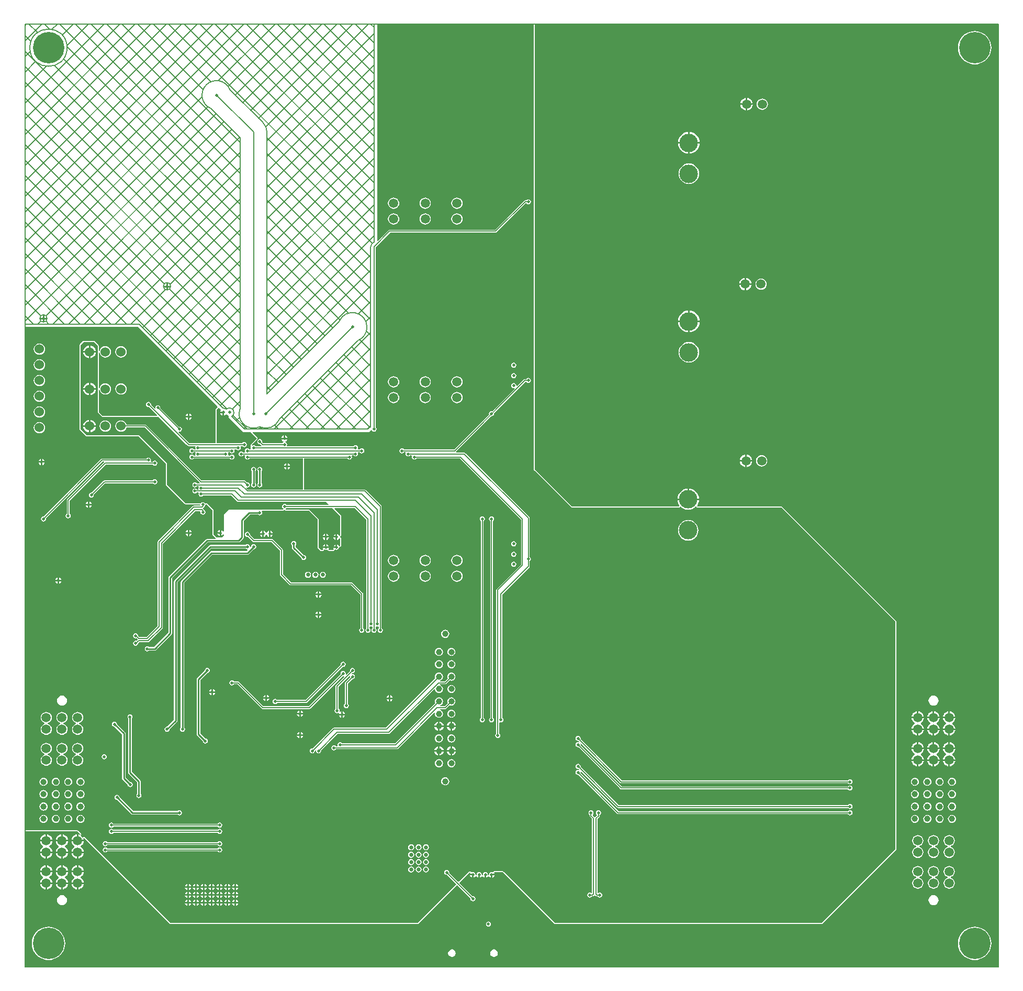
<source format=gbl>
%FSLAX25Y25*%
%MOIN*%
G70*
G01*
G75*
G04 Layer_Physical_Order=2*
G04 Layer_Color=16711680*
%ADD10C,0.00700*%
%ADD11R,0.02953X0.02559*%
%ADD12R,0.02559X0.02953*%
%ADD13R,0.01969X0.12992*%
%ADD14R,0.05118X0.12992*%
%ADD15R,0.01969X0.02362*%
%ADD16R,0.03937X0.04331*%
%ADD17R,0.04331X0.03937*%
%ADD18R,0.10630X0.06299*%
%ADD19R,0.02362X0.01969*%
%ADD20R,0.05906X0.05118*%
%ADD21R,0.05118X0.05906*%
G04:AMPARAMS|DCode=22|XSize=39.37mil|YSize=43.31mil|CornerRadius=0mil|HoleSize=0mil|Usage=FLASHONLY|Rotation=135.000|XOffset=0mil|YOffset=0mil|HoleType=Round|Shape=Rectangle|*
%AMROTATEDRECTD22*
4,1,4,0.02923,0.00139,-0.00139,-0.02923,-0.02923,-0.00139,0.00139,0.02923,0.02923,0.00139,0.0*
%
%ADD22ROTATEDRECTD22*%

%ADD23R,0.03937X0.03937*%
%ADD24R,0.03543X0.02362*%
%ADD25R,0.02362X0.03543*%
G04:AMPARAMS|DCode=26|XSize=23.62mil|YSize=35.43mil|CornerRadius=0mil|HoleSize=0mil|Usage=FLASHONLY|Rotation=330.000|XOffset=0mil|YOffset=0mil|HoleType=Round|Shape=Rectangle|*
%AMROTATEDRECTD26*
4,1,4,-0.01909,-0.00944,-0.00137,0.02125,0.01909,0.00944,0.00137,-0.02125,-0.01909,-0.00944,0.0*
%
%ADD26ROTATEDRECTD26*%

G04:AMPARAMS|DCode=27|XSize=23.62mil|YSize=35.43mil|CornerRadius=0mil|HoleSize=0mil|Usage=FLASHONLY|Rotation=210.000|XOffset=0mil|YOffset=0mil|HoleType=Round|Shape=Rectangle|*
%AMROTATEDRECTD27*
4,1,4,0.00137,0.02125,0.01909,-0.00944,-0.00137,-0.02125,-0.01909,0.00944,0.00137,0.02125,0.0*
%
%ADD27ROTATEDRECTD27*%

%ADD28R,0.02008X0.02953*%
G04:AMPARAMS|DCode=29|XSize=20.08mil|YSize=29.53mil|CornerRadius=0mil|HoleSize=0mil|Usage=FLASHONLY|Rotation=240.000|XOffset=0mil|YOffset=0mil|HoleType=Round|Shape=Rectangle|*
%AMROTATEDRECTD29*
4,1,4,-0.00777,0.01608,0.01781,0.00131,0.00777,-0.01608,-0.01781,-0.00131,-0.00777,0.01608,0.0*
%
%ADD29ROTATEDRECTD29*%

G04:AMPARAMS|DCode=30|XSize=20.08mil|YSize=29.53mil|CornerRadius=0mil|HoleSize=0mil|Usage=FLASHONLY|Rotation=300.000|XOffset=0mil|YOffset=0mil|HoleType=Round|Shape=Rectangle|*
%AMROTATEDRECTD30*
4,1,4,-0.01781,0.00131,0.00777,0.01608,0.01781,-0.00131,-0.00777,-0.01608,-0.01781,0.00131,0.0*
%
%ADD30ROTATEDRECTD30*%

%ADD31R,0.03347X0.03937*%
%ADD32R,0.03347X0.03937*%
%ADD33R,0.03937X0.03347*%
%ADD34R,0.03937X0.03347*%
%ADD35R,0.20472X0.03543*%
%ADD36R,0.06693X0.09843*%
%ADD37R,0.11417X0.21260*%
%ADD38R,0.04528X0.05512*%
%ADD39R,0.06299X0.07874*%
%ADD40R,0.02756X0.01181*%
%ADD41R,0.09843X0.06693*%
%ADD42O,0.07087X0.01181*%
%ADD43O,0.01181X0.07087*%
%ADD44R,0.09449X0.02992*%
%ADD45R,0.15157X0.21654*%
%ADD46R,0.04724X0.09843*%
%ADD47R,0.01575X0.05315*%
%ADD48R,0.06299X0.05512*%
%ADD49R,0.07480X0.07087*%
%ADD50R,0.09055X0.05118*%
%ADD51R,0.05118X0.09055*%
%ADD52R,0.07087X0.07480*%
%ADD53R,0.05512X0.06299*%
%ADD54R,0.05315X0.01575*%
%ADD55R,0.13386X0.07087*%
%ADD56R,0.01181X0.03347*%
%ADD57R,0.07087X0.05512*%
%ADD58R,0.06299X0.02992*%
%ADD59R,0.06102X0.01772*%
%ADD60C,0.03937*%
%ADD61R,0.02953X0.02008*%
%ADD62R,0.21654X0.27165*%
%ADD63R,0.03740X0.07480*%
%ADD64R,0.07008X0.01654*%
%ADD65R,0.11811X0.16535*%
%ADD66C,0.01000*%
%ADD67C,0.00600*%
%ADD68C,0.02000*%
%ADD69C,0.03000*%
G04:AMPARAMS|DCode=70|XSize=23.62mil|YSize=39.37mil|CornerRadius=0mil|HoleSize=0mil|Usage=FLASHONLY|Rotation=60.000|XOffset=0mil|YOffset=0mil|HoleType=Round|Shape=Rectangle|*
%AMROTATEDRECTD70*
4,1,4,0.01114,-0.02007,-0.02295,-0.00039,-0.01114,0.02007,0.02295,0.00039,0.01114,-0.02007,0.0*
%
%ADD70ROTATEDRECTD70*%

G04:AMPARAMS|DCode=71|XSize=23.62mil|YSize=39.37mil|CornerRadius=0mil|HoleSize=0mil|Usage=FLASHONLY|Rotation=120.000|XOffset=0mil|YOffset=0mil|HoleType=Round|Shape=Rectangle|*
%AMROTATEDRECTD71*
4,1,4,0.02295,-0.00039,-0.01114,-0.02007,-0.02295,0.00039,0.01114,0.02007,0.02295,-0.00039,0.0*
%
%ADD71ROTATEDRECTD71*%

%ADD72R,0.02362X0.03937*%
%ADD73R,0.02362X0.03740*%
%ADD74C,0.06000*%
%ADD75C,0.05906*%
%ADD76C,0.11811*%
%ADD77C,0.20000*%
%ADD78C,0.00394*%
%ADD79C,0.02000*%
%ADD80C,0.02598*%
G36*
X200787Y287106D02*
Y274646D01*
X200309Y274501D01*
X200309D01*
X199867Y275162D01*
X199206Y275604D01*
X198925Y275660D01*
Y273721D01*
Y271781D01*
X199206Y271836D01*
X199867Y272278D01*
X200309Y272940D01*
X200309D01*
X200787Y272795D01*
Y267953D01*
X200309Y267808D01*
X200309D01*
X199867Y268470D01*
X199206Y268912D01*
X198925Y268967D01*
Y267028D01*
X198425D01*
Y266528D01*
X196485D01*
X196541Y266247D01*
X196777Y265894D01*
X196542Y265453D01*
X193616D01*
X193380Y265894D01*
X193616Y266247D01*
X193672Y266528D01*
X189793D01*
X189848Y266247D01*
X190085Y265894D01*
X189849Y265453D01*
X188583D01*
X187008Y267028D01*
Y285138D01*
X181102Y291043D01*
X166149D01*
X166004Y291522D01*
X166508Y291858D01*
X166665Y292094D01*
X195800D01*
X200787Y287106D01*
D02*
G37*
G36*
X324154Y316634D02*
X324288Y316309D01*
X324344Y316175D01*
X347966Y292553D01*
X348425Y292362D01*
X416737D01*
X416842Y292406D01*
X416956Y292400D01*
X417063Y292497D01*
X417196Y292553D01*
X417240Y292658D01*
X417324Y292734D01*
X417396Y292886D01*
X417892Y292947D01*
X417917Y292917D01*
X418908Y292104D01*
X420038Y291500D01*
X421264Y291128D01*
X422539Y291002D01*
X423815Y291128D01*
X425041Y291500D01*
X426171Y292104D01*
X427162Y292917D01*
X427186Y292947D01*
X427683Y292886D01*
X427755Y292734D01*
X427839Y292658D01*
X427882Y292553D01*
X428016Y292497D01*
X428123Y292400D01*
X428236Y292406D01*
X428342Y292362D01*
X482015D01*
X554469Y219908D01*
Y74777D01*
X507605Y27913D01*
X337671D01*
X304790Y60794D01*
X304331Y60984D01*
X299128D01*
X299037Y60947D01*
X298939Y60956D01*
X298816Y60855D01*
X298668Y60794D01*
X298631Y60703D01*
X298555Y60641D01*
X298402Y60356D01*
X297932Y60238D01*
X297908Y60240D01*
X297868Y60267D01*
X297244Y60391D01*
X296620Y60267D01*
X296091Y59913D01*
X295737Y59384D01*
X295613Y58760D01*
X295613Y58760D01*
X295613Y58760D01*
X295526Y58381D01*
X295026D01*
X294938Y58760D01*
X294938Y58760D01*
X294938D01*
X294814Y59384D01*
X294461Y59913D01*
X293931Y60267D01*
X293307Y60391D01*
X292683Y60267D01*
X292154Y59913D01*
X291800Y59384D01*
X291676Y58760D01*
X291676Y58760D01*
X291676Y58760D01*
X291589Y58381D01*
X291089D01*
X291001Y58760D01*
X291001Y58760D01*
X291001D01*
X290877Y59384D01*
X290524Y59913D01*
X289994Y60267D01*
X289370Y60391D01*
X288746Y60267D01*
X288216Y59913D01*
X287863Y59384D01*
X287739Y58760D01*
X287739Y58760D01*
X287739Y58760D01*
X287652Y58381D01*
X287152D01*
X287064Y58760D01*
X287064Y58760D01*
X287064D01*
X286940Y59384D01*
X286587Y59913D01*
X286057Y60267D01*
X285433Y60391D01*
X284809Y60267D01*
X284769Y60240D01*
X284646Y60228D01*
X284246Y60382D01*
X284239Y60407D01*
X284064Y60512D01*
X283906Y60641D01*
X283856Y60637D01*
X283813Y60662D01*
X283318Y60736D01*
X283270Y60724D01*
X283223Y60743D01*
X283034Y60665D01*
X282836Y60615D01*
X282810Y60572D01*
X282764Y60553D01*
X276402Y54191D01*
X275902Y54191D01*
X270243Y59850D01*
X270298Y60128D01*
X270174Y60753D01*
X269820Y61282D01*
X269291Y61636D01*
X268667Y61760D01*
X268043Y61636D01*
X267513Y61282D01*
X267160Y60753D01*
X267036Y60128D01*
X267160Y59504D01*
X267513Y58975D01*
X268043Y58621D01*
X268667Y58497D01*
X268945Y58552D01*
X274688Y52810D01*
X274605Y52393D01*
X250125Y27913D01*
X92789D01*
X38132Y82570D01*
X37957Y82643D01*
X37799Y82748D01*
X37734Y82735D01*
X37672Y82761D01*
X37497Y82688D01*
X37312Y82651D01*
X36896Y82373D01*
X36138Y82879D01*
X36116Y82908D01*
X36088Y82930D01*
X35582Y83687D01*
X35860Y84103D01*
X35897Y84289D01*
X35969Y84464D01*
X35944Y84525D01*
X35957Y84590D01*
X35851Y84748D01*
X35779Y84923D01*
X33924Y86778D01*
X33465Y86968D01*
X0D01*
Y407267D01*
X72053D01*
X73733Y405587D01*
X73733Y405587D01*
X73733Y405587D01*
X83633Y395688D01*
X83633Y395688D01*
X83633Y395688D01*
X93532Y385788D01*
X93532Y385788D01*
X93532Y385788D01*
X103432Y375889D01*
X103432Y375889D01*
X103432Y375889D01*
X113331Y365989D01*
X113331Y365989D01*
X113331Y365989D01*
X122407Y356914D01*
X122760Y356061D01*
X121588Y354888D01*
X121398Y354429D01*
Y333299D01*
X104711D01*
X97776Y340234D01*
X98012Y340675D01*
X98425Y340593D01*
X99050Y340717D01*
X99579Y341071D01*
X99932Y341600D01*
X100057Y342224D01*
X99932Y342849D01*
X99579Y343378D01*
X99050Y343732D01*
X98425Y343856D01*
X98147Y343800D01*
X86222Y355726D01*
X86277Y356004D01*
X86153Y356628D01*
X85799Y357157D01*
X85270Y357511D01*
X84646Y357635D01*
X84021Y357511D01*
X83492Y357157D01*
X83139Y356628D01*
X83014Y356004D01*
X83097Y355590D01*
X82656Y355355D01*
X80316Y357694D01*
X80371Y357972D01*
X80247Y358597D01*
X79894Y359126D01*
X79364Y359480D01*
X78740Y359604D01*
X78116Y359480D01*
X77587Y359126D01*
X77233Y358597D01*
X77109Y357972D01*
X77233Y357348D01*
X77587Y356819D01*
X78116Y356465D01*
X78740Y356341D01*
X79018Y356396D01*
X84205Y351210D01*
X84014Y350748D01*
X49482Y350748D01*
X47106Y353123D01*
Y367364D01*
X47605Y367397D01*
X47674Y366875D01*
X48037Y365999D01*
X48614Y365247D01*
X49366Y364670D01*
X50241Y364308D01*
X51181Y364184D01*
X52121Y364308D01*
X52997Y364670D01*
X53749Y365247D01*
X54326Y365999D01*
X54688Y366875D01*
X54812Y367815D01*
X54688Y368755D01*
X54326Y369631D01*
X53749Y370382D01*
X52997Y370959D01*
X52121Y371322D01*
X51181Y371446D01*
X50241Y371322D01*
X49366Y370959D01*
X48614Y370382D01*
X48037Y369631D01*
X47674Y368755D01*
X47605Y368233D01*
X47106Y368266D01*
Y390986D01*
X47605Y391019D01*
X47674Y390497D01*
X48037Y389621D01*
X48614Y388870D01*
X49366Y388292D01*
X50241Y387930D01*
X51181Y387806D01*
X52121Y387930D01*
X52997Y388292D01*
X53749Y388870D01*
X54326Y389621D01*
X54688Y390497D01*
X54812Y391437D01*
X54688Y392377D01*
X54326Y393252D01*
X53749Y394005D01*
X52997Y394582D01*
X52121Y394944D01*
X51181Y395068D01*
X50241Y394944D01*
X49366Y394582D01*
X48614Y394005D01*
X48037Y393252D01*
X47674Y392377D01*
X47605Y391855D01*
X47106Y391888D01*
Y395374D01*
X46916Y395833D01*
X44554Y398195D01*
X44094Y398386D01*
X37402D01*
X36942Y398195D01*
X34974Y396227D01*
X34784Y395768D01*
Y342224D01*
X34918Y341900D01*
X34974Y341765D01*
X38911Y337828D01*
X39370Y337638D01*
X72566D01*
X89902Y320302D01*
Y306791D01*
X90036Y306467D01*
X90092Y306332D01*
X101903Y294521D01*
X102362Y294331D01*
X111533D01*
X111747Y293879D01*
X111486Y293561D01*
X107605D01*
X107254Y293491D01*
X106956Y293292D01*
X84759Y271095D01*
X84560Y270797D01*
X84490Y270446D01*
Y216989D01*
X77573Y210071D01*
X72821D01*
X72089Y210803D01*
X71980Y211353D01*
X71626Y211882D01*
X71097Y212235D01*
X70472Y212360D01*
X69848Y212235D01*
X69319Y211882D01*
X68965Y211353D01*
X68841Y210728D01*
X68965Y210104D01*
X69319Y209575D01*
X69848Y209221D01*
X70472Y209097D01*
X71079Y209218D01*
X71792Y208505D01*
X71792Y208219D01*
X71767Y208202D01*
X71079Y207515D01*
X70472Y207635D01*
X69848Y207511D01*
X69319Y207157D01*
X68965Y206628D01*
X68841Y206004D01*
X68965Y205380D01*
X69319Y204850D01*
X69848Y204497D01*
X70472Y204373D01*
X71097Y204497D01*
X71626Y204850D01*
X71980Y205380D01*
X72089Y205929D01*
X72796Y206636D01*
X78615D01*
X78967Y206706D01*
X79264Y206905D01*
X87657Y215297D01*
X87856Y215595D01*
X87925Y215946D01*
Y269403D01*
X108648Y290126D01*
X111491D01*
X111808Y289739D01*
X111755Y289469D01*
X111879Y288844D01*
X112232Y288315D01*
X112761Y287961D01*
X113386Y287837D01*
X114010Y287961D01*
X114539Y288315D01*
X114893Y288844D01*
X115017Y289469D01*
X114893Y290093D01*
X114539Y290622D01*
X114075Y290933D01*
X114035Y290992D01*
X113335Y291692D01*
Y291995D01*
X114035Y292694D01*
X114044Y292708D01*
X114539Y293039D01*
X114893Y293569D01*
X115017Y294193D01*
X115130Y294331D01*
X115873D01*
X119429Y290774D01*
Y275295D01*
X119620Y274836D01*
X121514Y272942D01*
X121323Y272480D01*
X116142D01*
X115712Y272394D01*
X115349Y272151D01*
X115349Y272151D01*
X91727Y248529D01*
X91483Y248165D01*
X91398Y247736D01*
X91398Y247736D01*
Y212768D01*
X82213Y203582D01*
X79128D01*
X79106Y203614D01*
X78577Y203968D01*
X77953Y204092D01*
X77328Y203968D01*
X76799Y203614D01*
X76446Y203085D01*
X76321Y202461D01*
X76446Y201836D01*
X76799Y201307D01*
X77328Y200953D01*
X77953Y200829D01*
X78577Y200953D01*
X79106Y201307D01*
X79128Y201339D01*
X82677D01*
X82677Y201339D01*
X83106Y201424D01*
X83470Y201668D01*
X93313Y211510D01*
X93556Y211874D01*
X93641Y212303D01*
X93641Y212303D01*
Y247272D01*
X116606Y270237D01*
X136220D01*
X136221Y270237D01*
X136650Y270322D01*
X137013Y270565D01*
X138982Y272534D01*
X139225Y272898D01*
X139311Y273327D01*
X139311Y273327D01*
Y283886D01*
X143378Y287953D01*
X148431D01*
X148453Y287921D01*
X148982Y287568D01*
X149606Y287443D01*
X150231Y287568D01*
X150760Y287921D01*
X151113Y288451D01*
X151238Y289075D01*
X151113Y289699D01*
X150944Y289953D01*
X151180Y290394D01*
X164559D01*
X164707Y290455D01*
X164865Y290471D01*
X164928Y290546D01*
X165018Y290584D01*
X165078Y290727D01*
X165078D01*
X165078Y290727D01*
X165310Y290762D01*
X165399D01*
X165631Y290727D01*
Y290727D01*
X165631D01*
X165690Y290584D01*
X165781Y290546D01*
X165843Y290471D01*
X166002Y290455D01*
X166149Y290394D01*
X180833D01*
X186358Y284869D01*
Y267028D01*
X186493Y266703D01*
X186549Y266568D01*
X188124Y264994D01*
X188583Y264803D01*
X189849D01*
X189940Y264841D01*
X190037Y264831D01*
X190161Y264932D01*
X190308Y264994D01*
X190346Y265084D01*
X190422Y265147D01*
X190574Y265432D01*
X191044Y265549D01*
X191068Y265547D01*
X191108Y265520D01*
X191732Y265396D01*
X192357Y265520D01*
X192397Y265547D01*
X192420Y265549D01*
X192891Y265432D01*
X193043Y265147D01*
X193119Y265084D01*
X193157Y264994D01*
X193304Y264932D01*
X193427Y264831D01*
X193525Y264841D01*
X193616Y264803D01*
X196542D01*
X196633Y264841D01*
X196730Y264831D01*
X196854Y264932D01*
X197001Y264994D01*
X197038Y265084D01*
X197115Y265147D01*
X197267Y265432D01*
X197737Y265549D01*
X197761Y265547D01*
X197801Y265520D01*
X198425Y265396D01*
X199049Y265520D01*
X199579Y265874D01*
X199932Y266403D01*
X200057Y267027D01*
X200057Y267028D01*
D01*
X200309Y267159D01*
X200309D01*
X200400Y267196D01*
X200498Y267187D01*
X200976Y267332D01*
X201099Y267433D01*
X201247Y267494D01*
X201284Y267585D01*
X201360Y267648D01*
X201376Y267806D01*
X201437Y267953D01*
Y272795D01*
X201376Y272942D01*
X201360Y273100D01*
X201284Y273163D01*
X201247Y273254D01*
X201099Y273315D01*
X200976Y273416D01*
X200797Y273470D01*
Y273971D01*
X200976Y274025D01*
X201099Y274126D01*
X201247Y274187D01*
X201284Y274278D01*
X201360Y274341D01*
X201376Y274499D01*
X201437Y274646D01*
Y287106D01*
X201247Y287565D01*
X197180Y291632D01*
X197371Y292094D01*
X210250D01*
X217586Y284758D01*
Y215583D01*
X217350Y215425D01*
X216997Y214896D01*
X216873Y214272D01*
X216997Y213647D01*
X217350Y213118D01*
X217880Y212765D01*
X218504Y212640D01*
X219128Y212765D01*
X219657Y213118D01*
X220011Y213647D01*
X220135Y214272D01*
X220011Y214896D01*
X219657Y215425D01*
X219422Y215583D01*
Y216474D01*
X219848Y216702D01*
X220472Y216577D01*
X221097Y216702D01*
X221523Y216474D01*
Y215583D01*
X221287Y215425D01*
X220934Y214896D01*
X220810Y214272D01*
X220934Y213647D01*
X221287Y213118D01*
X221817Y212765D01*
X222441Y212640D01*
X223065Y212765D01*
X223594Y213118D01*
X223948Y213647D01*
X224072Y214272D01*
X223948Y214896D01*
X223594Y215425D01*
X223359Y215583D01*
Y216474D01*
X223785Y216702D01*
X224410Y216577D01*
X225034Y216702D01*
X225460Y216474D01*
Y215583D01*
X225224Y215425D01*
X224871Y214896D01*
X224747Y214272D01*
X224871Y213647D01*
X225224Y213118D01*
X225754Y212765D01*
X226378Y212640D01*
X227002Y212765D01*
X227532Y213118D01*
X227885Y213647D01*
X228009Y214272D01*
X227885Y214896D01*
X227532Y215425D01*
X227296Y215583D01*
Y293012D01*
X227226Y293363D01*
X227027Y293661D01*
X217184Y303503D01*
X216887Y303702D01*
X216535Y303772D01*
X177815D01*
Y323590D01*
X205382D01*
X205539Y323354D01*
X206069Y323001D01*
X206693Y322877D01*
X207317Y323001D01*
X207846Y323354D01*
X208200Y323884D01*
X208324Y324508D01*
X208200Y325132D01*
X208428Y325559D01*
X209319D01*
X209476Y325323D01*
X210006Y324969D01*
X210630Y324845D01*
X211254Y324969D01*
X211784Y325323D01*
X212137Y325852D01*
X212261Y326476D01*
X212137Y327101D01*
X212365Y327527D01*
X213256D01*
X213413Y327291D01*
X213943Y326938D01*
X214567Y326814D01*
X215191Y326938D01*
X215721Y327291D01*
X216074Y327821D01*
X216198Y328445D01*
X216074Y329069D01*
X215721Y329598D01*
X215191Y329952D01*
X214567Y330076D01*
X213943Y329952D01*
X213413Y329598D01*
X213256Y329363D01*
X212365D01*
X212137Y329789D01*
X212261Y330413D01*
X212137Y331038D01*
X211784Y331567D01*
X211254Y331921D01*
X210630Y332045D01*
X210006Y331921D01*
X209476Y331567D01*
X209319Y331331D01*
X167089D01*
X166861Y331758D01*
X166986Y332382D01*
X166861Y333006D01*
X166508Y333535D01*
X165979Y333889D01*
X165941Y333896D01*
Y334397D01*
X166135Y334435D01*
X166796Y334877D01*
X167238Y335539D01*
X167294Y335819D01*
X163415D01*
X163470Y335539D01*
X163912Y334877D01*
X164574Y334435D01*
X164767Y334397D01*
Y333896D01*
X164730Y333889D01*
X164201Y333535D01*
X164043Y333299D01*
X151955D01*
X151182Y334072D01*
X151238Y334350D01*
X151113Y334975D01*
X150760Y335504D01*
X150231Y335858D01*
X149606Y335982D01*
X148982Y335858D01*
X148453Y335504D01*
X148099Y334975D01*
X147975Y334350D01*
X148099Y333726D01*
X148453Y333197D01*
X148982Y332843D01*
X149606Y332719D01*
X149885Y332774D01*
X150866Y331793D01*
X150703Y331399D01*
X150657Y331331D01*
X146981D01*
X146823Y331567D01*
X146294Y331921D01*
X145669Y332045D01*
X145045Y331921D01*
X144791Y331751D01*
X144638Y331833D01*
X144565Y332327D01*
X148097Y335860D01*
X148097Y335860D01*
X148287Y336319D01*
X148097Y336778D01*
X144999Y339876D01*
X145190Y340338D01*
X218504D01*
X219226Y340482D01*
X219838Y340891D01*
X220500Y341553D01*
X220998Y341504D01*
X221287Y341071D01*
X221817Y340717D01*
X222441Y340593D01*
X223065Y340717D01*
X223594Y341071D01*
X223948Y341600D01*
X224072Y342224D01*
X223948Y342849D01*
X223594Y343378D01*
X223359Y343536D01*
Y457986D01*
X232664Y467291D01*
X299902D01*
X300253Y467361D01*
X300550Y467560D01*
X318963Y485972D01*
X319460Y485923D01*
X319516Y485840D01*
X320045Y485487D01*
X320669Y485362D01*
X321294Y485487D01*
X321823Y485840D01*
X322177Y486369D01*
X322301Y486994D01*
X322177Y487618D01*
X321823Y488147D01*
X321294Y488501D01*
X320669Y488625D01*
X320045Y488501D01*
X319516Y488147D01*
X319358Y487911D01*
X318687D01*
X318335Y487842D01*
X318038Y487643D01*
X299521Y469126D01*
X232283D01*
X231932Y469056D01*
X231635Y468857D01*
X224789Y462012D01*
X224327Y462203D01*
Y600000D01*
X324154D01*
Y316634D01*
D02*
G37*
G36*
X620079Y492D02*
X619685Y98D01*
X0D01*
Y86319D01*
X33465D01*
X35320Y84464D01*
X35042Y84048D01*
X34615Y84225D01*
X34083Y84295D01*
Y80874D01*
X37504D01*
X37434Y81406D01*
X37257Y81833D01*
X37672Y82111D01*
X92520Y27264D01*
X250394D01*
X275064Y51934D01*
X275564D01*
X283835Y43662D01*
X283780Y43384D01*
X283904Y42760D01*
X284258Y42230D01*
X284787Y41877D01*
X285411Y41752D01*
X286036Y41877D01*
X286565Y42230D01*
X286919Y42760D01*
X287043Y43384D01*
X286919Y44008D01*
X286565Y44537D01*
X286036Y44891D01*
X285411Y45015D01*
X285133Y44960D01*
X276862Y53232D01*
Y53732D01*
X283223Y60093D01*
X283718Y60020D01*
X283785Y59894D01*
X283549Y59540D01*
X283493Y59260D01*
X285433D01*
Y58760D01*
X285933D01*
Y56820D01*
X286213Y56876D01*
X286875Y57318D01*
X287152Y57732D01*
X287652D01*
X287928Y57318D01*
X288590Y56876D01*
X288870Y56820D01*
Y58760D01*
X289870D01*
Y56820D01*
X290150Y56876D01*
X290812Y57318D01*
X291089Y57732D01*
X291589D01*
X291865Y57318D01*
X292527Y56876D01*
X292807Y56820D01*
Y58760D01*
X293807D01*
Y56820D01*
X294087Y56876D01*
X294749Y57318D01*
X295026Y57732D01*
X295526D01*
X295802Y57318D01*
X296464Y56876D01*
X296744Y56820D01*
Y58760D01*
X297244D01*
Y59260D01*
X299184D01*
X299128Y59540D01*
X298892Y59894D01*
X299128Y60335D01*
X304331D01*
X337402Y27264D01*
X507874D01*
X555118Y74508D01*
Y220177D01*
X482283Y293012D01*
X428342D01*
X428128Y293464D01*
X428309Y293684D01*
X428950Y294884D01*
X429345Y296186D01*
X429429Y297039D01*
X415650D01*
X415734Y296186D01*
X416129Y294884D01*
X416770Y293684D01*
X416951Y293464D01*
X416737Y293012D01*
X348425D01*
X324803Y316634D01*
Y600492D01*
X620079D01*
Y492D01*
D02*
G37*
G36*
X46457Y395374D02*
Y352854D01*
X49213Y350098D01*
X85039Y350098D01*
X95866Y339272D01*
X102756Y332382D01*
X103033D01*
X103682Y331733D01*
X103980Y331534D01*
X104038Y331522D01*
X104331Y331464D01*
X108501D01*
X108729Y331038D01*
X108605Y330413D01*
X108729Y329789D01*
X108501Y329363D01*
X107610D01*
X107453Y329598D01*
X106923Y329952D01*
X106299Y330076D01*
X105675Y329952D01*
X105146Y329598D01*
X104792Y329069D01*
X104668Y328445D01*
X104792Y327821D01*
X105146Y327291D01*
X105675Y326938D01*
X106299Y326814D01*
X106923Y326938D01*
X107453Y327291D01*
X107610Y327527D01*
X108501D01*
X108729Y327101D01*
X108605Y326476D01*
X108729Y325852D01*
X108501Y325426D01*
X107610D01*
X107453Y325661D01*
X106923Y326015D01*
X106299Y326139D01*
X105675Y326015D01*
X105146Y325661D01*
X104792Y325132D01*
X104668Y324508D01*
X104792Y323884D01*
X105146Y323354D01*
X105675Y323001D01*
X106299Y322877D01*
X106923Y323001D01*
X107453Y323354D01*
X107610Y323590D01*
X130579D01*
X130736Y323354D01*
X131265Y323001D01*
X131890Y322877D01*
X132514Y323001D01*
X133043Y323354D01*
X133397Y323884D01*
X133521Y324508D01*
X133397Y325132D01*
X133043Y325661D01*
X132514Y326015D01*
X131890Y326139D01*
X131265Y326015D01*
X130736Y325661D01*
X130579Y325426D01*
X129688D01*
X129460Y325852D01*
X129584Y326476D01*
X129460Y327101D01*
X129688Y327527D01*
X130579D01*
X130736Y327291D01*
X131265Y326938D01*
X131890Y326814D01*
X132514Y326938D01*
X133043Y327291D01*
X133397Y327821D01*
X133521Y328445D01*
X133397Y329069D01*
X133625Y329496D01*
X134516D01*
X134673Y329260D01*
X135203Y328906D01*
X135827Y328782D01*
X136451Y328906D01*
X136980Y329260D01*
X137334Y329789D01*
X137458Y330413D01*
X137334Y331038D01*
X137562Y331464D01*
X138453D01*
X138610Y331228D01*
X139139Y330875D01*
X139764Y330750D01*
X140388Y330875D01*
X140917Y331228D01*
X141271Y331758D01*
X141395Y332382D01*
X141271Y333006D01*
X140917Y333535D01*
X140388Y333889D01*
X139764Y334013D01*
X139139Y333889D01*
X138610Y333535D01*
X138453Y333299D01*
X122047D01*
Y354429D01*
X123219Y355601D01*
X123719Y355601D01*
X124758Y354562D01*
X124936Y354296D01*
X124494Y353635D01*
X124438Y353354D01*
X126378D01*
Y352854D01*
X126878D01*
Y350915D01*
X127158Y350970D01*
X127820Y351412D01*
X128096Y351826D01*
X128596D01*
X128873Y351412D01*
X129535Y350970D01*
X129535Y350970D01*
X129535D01*
X129809Y350559D01*
X129765Y350337D01*
X129909Y349615D01*
X130317Y349003D01*
X133130Y346190D01*
X133130Y346190D01*
X133130Y346190D01*
X138430Y340891D01*
X139042Y340482D01*
X139764Y340338D01*
X143619D01*
X147638Y336319D01*
X143701Y332382D01*
Y329363D01*
X143043D01*
X142886Y329598D01*
X142357Y329952D01*
X141732Y330076D01*
X141108Y329952D01*
X140579Y329598D01*
X140225Y329069D01*
X140101Y328445D01*
X140225Y327821D01*
X139997Y327394D01*
X139106D01*
X138949Y327630D01*
X138420Y327984D01*
X137795Y328108D01*
X137171Y327984D01*
X136642Y327630D01*
X136288Y327101D01*
X136164Y326476D01*
X136288Y325852D01*
X136642Y325323D01*
X137171Y324969D01*
X137795Y324845D01*
X138420Y324969D01*
X138949Y325323D01*
X139106Y325559D01*
X139997D01*
X140225Y325132D01*
X140101Y324508D01*
X140225Y323884D01*
X140579Y323354D01*
X141108Y323001D01*
X141732Y322877D01*
X142357Y323001D01*
X142886Y323354D01*
X143043Y323590D01*
X177165D01*
Y303772D01*
X142112D01*
X141083Y304801D01*
X141319Y305242D01*
X141732Y305160D01*
X142357Y305284D01*
X142886Y305638D01*
X143239Y306167D01*
X143364Y306791D01*
X143239Y307416D01*
X142886Y307945D01*
X142357Y308298D01*
X141732Y308423D01*
X141454Y308367D01*
X140413Y309409D01*
X140115Y309608D01*
X139764Y309678D01*
X112585D01*
X77421Y344842D01*
X77123Y345041D01*
X76772Y345111D01*
X64691D01*
X64688Y345133D01*
X64326Y346008D01*
X63749Y346761D01*
X62997Y347338D01*
X62121Y347700D01*
X61181Y347824D01*
X60241Y347700D01*
X59366Y347338D01*
X58614Y346761D01*
X58037Y346008D01*
X57674Y345133D01*
X57550Y344193D01*
X57674Y343253D01*
X58037Y342377D01*
X58614Y341625D01*
X59366Y341048D01*
X60241Y340686D01*
X61181Y340562D01*
X62121Y340686D01*
X62997Y341048D01*
X63749Y341625D01*
X64326Y342377D01*
X64688Y343253D01*
X64691Y343275D01*
X76392D01*
X111496Y308171D01*
X111333Y307777D01*
X111287Y307709D01*
X109579D01*
X109421Y307945D01*
X108892Y308298D01*
X108268Y308423D01*
X107643Y308298D01*
X107114Y307945D01*
X106761Y307416D01*
X106636Y306791D01*
X106761Y306167D01*
X107114Y305638D01*
X107643Y305284D01*
X108268Y305160D01*
X108892Y305284D01*
X109421Y305638D01*
X109579Y305874D01*
X110469D01*
X110698Y305447D01*
X110573Y304823D01*
X110698Y304199D01*
X110469Y303772D01*
X109579D01*
X109421Y304008D01*
X108892Y304362D01*
X108268Y304486D01*
X107643Y304362D01*
X107114Y304008D01*
X106761Y303479D01*
X106636Y302854D01*
X106761Y302230D01*
X107114Y301701D01*
X107643Y301347D01*
X108268Y301223D01*
X108892Y301347D01*
X109421Y301701D01*
X109579Y301937D01*
X110469D01*
X110698Y301510D01*
X110573Y300886D01*
X110698Y300261D01*
X111051Y299732D01*
X111580Y299379D01*
X112205Y299254D01*
X112829Y299379D01*
X113358Y299732D01*
X113516Y299968D01*
X131510D01*
X135178Y296300D01*
X135476Y296101D01*
X135534Y296089D01*
X135827Y296031D01*
X191862D01*
X193502Y294391D01*
X193311Y293929D01*
X166665D01*
X166508Y294165D01*
X165979Y294519D01*
X165354Y294643D01*
X164730Y294519D01*
X164201Y294165D01*
X163847Y293636D01*
X163723Y293012D01*
X163847Y292388D01*
X164201Y291858D01*
X164704Y291522D01*
X164559Y291043D01*
X129921D01*
X126772Y287894D01*
Y277254D01*
X126293Y277109D01*
X125959Y277609D01*
X125297Y278051D01*
X125017Y278107D01*
Y276167D01*
Y274227D01*
X125297Y274283D01*
X125959Y274725D01*
X126293Y275225D01*
X126772Y275080D01*
Y274508D01*
X125591Y273327D01*
X122047D01*
X120079Y275295D01*
Y291043D01*
X116142Y294980D01*
X114784D01*
X114539Y295346D01*
X114010Y295700D01*
X113386Y295824D01*
X112761Y295700D01*
X112232Y295346D01*
X111988Y294980D01*
X102362D01*
X90551Y306791D01*
Y320571D01*
X72835Y338287D01*
X39370D01*
X35433Y342224D01*
Y395768D01*
X37402Y397736D01*
X44094D01*
X46457Y395374D01*
D02*
G37*
%LPC*%
G36*
X13083Y84295D02*
X12551Y84225D01*
X11589Y83827D01*
X10763Y83193D01*
X10130Y82367D01*
X9732Y81406D01*
X9662Y80874D01*
X13083D01*
Y84295D01*
D02*
G37*
G36*
X124016Y80076D02*
X123391Y79952D01*
X122862Y79598D01*
X122705Y79362D01*
X52492D01*
X52335Y79598D01*
X51805Y79952D01*
X51181Y80076D01*
X50557Y79952D01*
X50028Y79598D01*
X49674Y79069D01*
X49550Y78445D01*
X49674Y77821D01*
X50028Y77291D01*
X50557Y76938D01*
X51181Y76814D01*
X51805Y76938D01*
X52335Y77291D01*
X52492Y77527D01*
X122705D01*
X122862Y77291D01*
X123391Y76938D01*
X124016Y76814D01*
X124640Y76938D01*
X125169Y77291D01*
X125523Y77821D01*
X125647Y78445D01*
X125523Y79069D01*
X125169Y79598D01*
X124640Y79952D01*
X124016Y80076D01*
D02*
G37*
G36*
X14083Y84295D02*
Y80874D01*
X17504D01*
X17434Y81406D01*
X17035Y82367D01*
X16402Y83193D01*
X15576Y83827D01*
X14615Y84225D01*
X14083Y84295D01*
D02*
G37*
G36*
X24083D02*
Y80874D01*
X27504D01*
X27434Y81406D01*
X27035Y82367D01*
X26402Y83193D01*
X25576Y83827D01*
X24614Y84225D01*
X24083Y84295D01*
D02*
G37*
G36*
X23083D02*
X22551Y84225D01*
X21589Y83827D01*
X20764Y83193D01*
X20130Y82367D01*
X19732Y81406D01*
X19662Y80874D01*
X23083D01*
Y84295D01*
D02*
G37*
G36*
X124016Y76139D02*
X123391Y76015D01*
X122862Y75661D01*
X122705Y75425D01*
X52492D01*
X52335Y75661D01*
X51805Y76015D01*
X51181Y76139D01*
X50557Y76015D01*
X50028Y75661D01*
X49674Y75132D01*
X49550Y74508D01*
X49674Y73884D01*
X50028Y73354D01*
X50557Y73001D01*
X51181Y72877D01*
X51805Y73001D01*
X52335Y73354D01*
X52492Y73590D01*
X122705D01*
X122862Y73354D01*
X123391Y73001D01*
X124016Y72877D01*
X124640Y73001D01*
X125169Y73354D01*
X125523Y73884D01*
X125647Y74508D01*
X125523Y75132D01*
X125169Y75661D01*
X124640Y76015D01*
X124016Y76139D01*
D02*
G37*
G36*
X37504Y79874D02*
X29662D01*
X29732Y79342D01*
X30130Y78381D01*
X30764Y77555D01*
X31587Y76923D01*
Y76423D01*
X30764Y75792D01*
X30130Y74966D01*
X29732Y74004D01*
X29662Y73472D01*
X37504D01*
X37434Y74004D01*
X37035Y74966D01*
X36402Y75792D01*
X35579Y76423D01*
Y76923D01*
X36402Y77555D01*
X37035Y78381D01*
X37434Y79342D01*
X37504Y79874D01*
D02*
G37*
G36*
X27504D02*
X19662D01*
X19732Y79342D01*
X20130Y78381D01*
X20764Y77555D01*
X21587Y76923D01*
Y76423D01*
X20764Y75792D01*
X20130Y74966D01*
X19732Y74004D01*
X19662Y73472D01*
X27504D01*
X27434Y74004D01*
X27035Y74966D01*
X26402Y75792D01*
X25579Y76423D01*
Y76923D01*
X26402Y77555D01*
X27035Y78381D01*
X27434Y79342D01*
X27504Y79874D01*
D02*
G37*
G36*
X246029Y78108D02*
X245288Y77961D01*
X244660Y77541D01*
X244240Y76913D01*
X244093Y76172D01*
X244240Y75431D01*
X244660Y74802D01*
X245288Y74383D01*
X246029Y74235D01*
X246770Y74383D01*
X247398Y74802D01*
X247818Y75431D01*
X247966Y76172D01*
X247818Y76913D01*
X247398Y77541D01*
X246770Y77961D01*
X246029Y78108D01*
D02*
G37*
G36*
X255478D02*
X254737Y77961D01*
X254109Y77541D01*
X253689Y76913D01*
X253541Y76172D01*
X253689Y75431D01*
X254109Y74802D01*
X254737Y74383D01*
X255478Y74235D01*
X256219Y74383D01*
X256847Y74802D01*
X257267Y75431D01*
X257414Y76172D01*
X257267Y76913D01*
X256847Y77541D01*
X256219Y77961D01*
X255478Y78108D01*
D02*
G37*
G36*
X250753D02*
X250012Y77961D01*
X249384Y77541D01*
X248965Y76913D01*
X248817Y76172D01*
X248965Y75431D01*
X249384Y74802D01*
X250012Y74383D01*
X250753Y74235D01*
X251495Y74383D01*
X252123Y74802D01*
X252543Y75431D01*
X252690Y76172D01*
X252543Y76913D01*
X252123Y77541D01*
X251495Y77961D01*
X250753Y78108D01*
D02*
G37*
G36*
X33083Y84295D02*
X32551Y84225D01*
X31589Y83827D01*
X30764Y83193D01*
X30130Y82367D01*
X29732Y81406D01*
X29662Y80874D01*
X33083D01*
Y84295D01*
D02*
G37*
G36*
X19685Y96784D02*
X19015Y96695D01*
X18390Y96437D01*
X17853Y96025D01*
X17442Y95488D01*
X17183Y94863D01*
X17094Y94193D01*
X17183Y93522D01*
X17442Y92898D01*
X17853Y92361D01*
X18390Y91949D01*
X19015Y91690D01*
X19685Y91602D01*
X20356Y91690D01*
X20980Y91949D01*
X21517Y92361D01*
X21929Y92898D01*
X22187Y93522D01*
X22276Y94193D01*
X22187Y94863D01*
X21929Y95488D01*
X21517Y96025D01*
X20980Y96437D01*
X20356Y96695D01*
X19685Y96784D01*
D02*
G37*
G36*
X11811D02*
X11141Y96695D01*
X10516Y96437D01*
X9979Y96025D01*
X9567Y95488D01*
X9309Y94863D01*
X9220Y94193D01*
X9309Y93522D01*
X9567Y92898D01*
X9979Y92361D01*
X10516Y91949D01*
X11141Y91690D01*
X11811Y91602D01*
X12482Y91690D01*
X13106Y91949D01*
X13643Y92361D01*
X14055Y92898D01*
X14313Y93522D01*
X14402Y94193D01*
X14313Y94863D01*
X14055Y95488D01*
X13643Y96025D01*
X13106Y96437D01*
X12482Y96695D01*
X11811Y96784D01*
D02*
G37*
G36*
X27559D02*
X26888Y96695D01*
X26264Y96437D01*
X25727Y96025D01*
X25315Y95488D01*
X25057Y94863D01*
X24968Y94193D01*
X25057Y93522D01*
X25315Y92898D01*
X25727Y92361D01*
X26264Y91949D01*
X26888Y91690D01*
X27559Y91602D01*
X28230Y91690D01*
X28854Y91949D01*
X29391Y92361D01*
X29803Y92898D01*
X30061Y93522D01*
X30150Y94193D01*
X30061Y94863D01*
X29803Y95488D01*
X29391Y96025D01*
X28854Y96437D01*
X28230Y96695D01*
X27559Y96784D01*
D02*
G37*
G36*
X566929D02*
X566259Y96695D01*
X565634Y96437D01*
X565097Y96025D01*
X564685Y95488D01*
X564427Y94863D01*
X564338Y94193D01*
X564427Y93522D01*
X564685Y92898D01*
X565097Y92361D01*
X565634Y91949D01*
X566259Y91690D01*
X566929Y91602D01*
X567600Y91690D01*
X568224Y91949D01*
X568761Y92361D01*
X569173Y92898D01*
X569431Y93522D01*
X569520Y94193D01*
X569431Y94863D01*
X569173Y95488D01*
X568761Y96025D01*
X568224Y96437D01*
X567600Y96695D01*
X566929Y96784D01*
D02*
G37*
G36*
X35433D02*
X34763Y96695D01*
X34138Y96437D01*
X33601Y96025D01*
X33189Y95488D01*
X32931Y94863D01*
X32842Y94193D01*
X32931Y93522D01*
X33189Y92898D01*
X33601Y92361D01*
X34138Y91949D01*
X34763Y91690D01*
X35433Y91602D01*
X36104Y91690D01*
X36728Y91949D01*
X37265Y92361D01*
X37677Y92898D01*
X37936Y93522D01*
X38024Y94193D01*
X37936Y94863D01*
X37677Y95488D01*
X37265Y96025D01*
X36728Y96437D01*
X36104Y96695D01*
X35433Y96784D01*
D02*
G37*
G36*
X55118Y91887D02*
X54494Y91763D01*
X53965Y91409D01*
X53611Y90880D01*
X53487Y90256D01*
X53611Y89632D01*
X53965Y89102D01*
X54494Y88749D01*
X55118Y88625D01*
X55742Y88749D01*
X56272Y89102D01*
X56429Y89338D01*
X122705D01*
X122862Y89102D01*
X123391Y88749D01*
X124016Y88625D01*
X124640Y88749D01*
X125169Y89102D01*
X125523Y89632D01*
X125647Y90256D01*
X125523Y90880D01*
X125169Y91409D01*
X124640Y91763D01*
X124016Y91887D01*
X123391Y91763D01*
X122862Y91409D01*
X122705Y91173D01*
X56429D01*
X56272Y91409D01*
X55742Y91763D01*
X55118Y91887D01*
D02*
G37*
G36*
X590551Y96784D02*
X589881Y96695D01*
X589256Y96437D01*
X588719Y96025D01*
X588308Y95488D01*
X588049Y94863D01*
X587960Y94193D01*
X588049Y93522D01*
X588308Y92898D01*
X588719Y92361D01*
X589256Y91949D01*
X589881Y91690D01*
X590551Y91602D01*
X591222Y91690D01*
X591847Y91949D01*
X592383Y92361D01*
X592795Y92898D01*
X593054Y93522D01*
X593142Y94193D01*
X593054Y94863D01*
X592795Y95488D01*
X592383Y96025D01*
X591847Y96437D01*
X591222Y96695D01*
X590551Y96784D01*
D02*
G37*
G36*
X365354Y99761D02*
X364730Y99637D01*
X364201Y99283D01*
X363847Y98754D01*
X363723Y98130D01*
X363847Y97506D01*
X364201Y96976D01*
X364275Y96927D01*
X364324Y96429D01*
X363242Y95347D01*
X362742D01*
X361660Y96429D01*
X361709Y96927D01*
X361784Y96976D01*
X362137Y97506D01*
X362261Y98130D01*
X362137Y98754D01*
X361784Y99283D01*
X361254Y99637D01*
X360630Y99761D01*
X360006Y99637D01*
X359476Y99283D01*
X359123Y98754D01*
X358999Y98130D01*
X359123Y97506D01*
X359476Y96976D01*
X359712Y96819D01*
Y96161D01*
X359782Y95810D01*
X359981Y95513D01*
X361287Y94207D01*
Y47257D01*
X360846Y47021D01*
X360467Y47275D01*
X359842Y47399D01*
X359218Y47275D01*
X358689Y46921D01*
X358335Y46392D01*
X358211Y45768D01*
X358335Y45143D01*
X358689Y44614D01*
X359218Y44261D01*
X359842Y44136D01*
X360467Y44261D01*
X360996Y44614D01*
X361154Y44850D01*
X361505D01*
X361856Y44920D01*
X362154Y45119D01*
X362854Y45819D01*
X363156D01*
X363856Y45119D01*
X364154Y44920D01*
X364505Y44850D01*
X364831D01*
X364988Y44614D01*
X365517Y44261D01*
X366142Y44136D01*
X366766Y44261D01*
X367295Y44614D01*
X367649Y45143D01*
X367773Y45768D01*
X367649Y46392D01*
X367295Y46921D01*
X366766Y47275D01*
X366142Y47399D01*
X365517Y47275D01*
X365163Y47038D01*
X364722Y47274D01*
Y94232D01*
X366003Y95513D01*
X366202Y95810D01*
X366272Y96161D01*
Y96819D01*
X366508Y96976D01*
X366862Y97506D01*
X366986Y98130D01*
X366862Y98754D01*
X366508Y99283D01*
X365979Y99637D01*
X365354Y99761D01*
D02*
G37*
G36*
X582677Y96784D02*
X582007Y96695D01*
X581382Y96437D01*
X580845Y96025D01*
X580434Y95488D01*
X580175Y94863D01*
X580087Y94193D01*
X580175Y93522D01*
X580434Y92898D01*
X580845Y92361D01*
X581382Y91949D01*
X582007Y91690D01*
X582677Y91602D01*
X583348Y91690D01*
X583973Y91949D01*
X584509Y92361D01*
X584921Y92898D01*
X585180Y93522D01*
X585268Y94193D01*
X585180Y94863D01*
X584921Y95488D01*
X584509Y96025D01*
X583973Y96437D01*
X583348Y96695D01*
X582677Y96784D01*
D02*
G37*
G36*
X124016Y87950D02*
X123391Y87826D01*
X122862Y87472D01*
X122705Y87236D01*
X56429D01*
X56272Y87472D01*
X55742Y87826D01*
X55118Y87950D01*
X54494Y87826D01*
X53965Y87472D01*
X53611Y86943D01*
X53487Y86319D01*
X53611Y85695D01*
X53965Y85165D01*
X54494Y84812D01*
X55118Y84688D01*
X55742Y84812D01*
X56272Y85165D01*
X56429Y85401D01*
X122705D01*
X122862Y85165D01*
X123391Y84812D01*
X124016Y84688D01*
X124640Y84812D01*
X125169Y85165D01*
X125523Y85695D01*
X125647Y86319D01*
X125523Y86943D01*
X125169Y87472D01*
X124640Y87826D01*
X124016Y87950D01*
D02*
G37*
G36*
X574803Y96784D02*
X574133Y96695D01*
X573508Y96437D01*
X572971Y96025D01*
X572560Y95488D01*
X572301Y94863D01*
X572213Y94193D01*
X572301Y93522D01*
X572560Y92898D01*
X572971Y92361D01*
X573508Y91949D01*
X574133Y91690D01*
X574803Y91602D01*
X575474Y91690D01*
X576098Y91949D01*
X576635Y92361D01*
X577047Y92898D01*
X577306Y93522D01*
X577394Y94193D01*
X577306Y94863D01*
X577047Y95488D01*
X576635Y96025D01*
X576098Y96437D01*
X575474Y96695D01*
X574803Y96784D01*
D02*
G37*
G36*
X17504Y79874D02*
X9662D01*
X9732Y79342D01*
X10130Y78381D01*
X10763Y77555D01*
X11587Y76923D01*
Y76423D01*
X10763Y75792D01*
X10130Y74966D01*
X9732Y74004D01*
X9662Y73472D01*
X17504D01*
X17434Y74004D01*
X17035Y74966D01*
X16402Y75792D01*
X15579Y76423D01*
Y76923D01*
X16402Y77555D01*
X17035Y78381D01*
X17434Y79342D01*
X17504Y79874D01*
D02*
G37*
G36*
X33083Y64630D02*
X32551Y64560D01*
X31589Y64161D01*
X30764Y63528D01*
X30130Y62702D01*
X29732Y61740D01*
X29662Y61209D01*
X33083D01*
Y64630D01*
D02*
G37*
G36*
X24083D02*
Y61209D01*
X27504D01*
X27434Y61740D01*
X27035Y62702D01*
X26402Y63528D01*
X25576Y64161D01*
X24614Y64560D01*
X24083Y64630D01*
D02*
G37*
G36*
X23083D02*
X22551Y64560D01*
X21589Y64161D01*
X20764Y63528D01*
X20130Y62702D01*
X19732Y61740D01*
X19662Y61209D01*
X23083D01*
Y64630D01*
D02*
G37*
G36*
X250753Y68659D02*
X250012Y68512D01*
X249384Y68092D01*
X248965Y67464D01*
X248817Y66723D01*
X248965Y65982D01*
X249384Y65354D01*
X250012Y64934D01*
X250753Y64786D01*
X251495Y64934D01*
X252123Y65354D01*
X252543Y65982D01*
X252690Y66723D01*
X252543Y67464D01*
X252123Y68092D01*
X251495Y68512D01*
X250753Y68659D01*
D02*
G37*
G36*
X246029D02*
X245288Y68512D01*
X244660Y68092D01*
X244240Y67464D01*
X244093Y66723D01*
X244240Y65982D01*
X244660Y65354D01*
X245288Y64934D01*
X246029Y64786D01*
X246770Y64934D01*
X247398Y65354D01*
X247818Y65982D01*
X247966Y66723D01*
X247818Y67464D01*
X247398Y68092D01*
X246770Y68512D01*
X246029Y68659D01*
D02*
G37*
G36*
X34083Y64630D02*
Y61209D01*
X37504D01*
X37434Y61740D01*
X37035Y62702D01*
X36402Y63528D01*
X35576Y64161D01*
X34615Y64560D01*
X34083Y64630D01*
D02*
G37*
G36*
X250753Y63935D02*
X250012Y63787D01*
X249384Y63368D01*
X248965Y62739D01*
X248817Y61998D01*
X248965Y61257D01*
X249384Y60629D01*
X250012Y60209D01*
X250753Y60062D01*
X251495Y60209D01*
X252123Y60629D01*
X252543Y61257D01*
X252690Y61998D01*
X252543Y62739D01*
X252123Y63368D01*
X251495Y63787D01*
X250753Y63935D01*
D02*
G37*
G36*
X246029D02*
X245288Y63787D01*
X244660Y63368D01*
X244240Y62739D01*
X244093Y61998D01*
X244240Y61257D01*
X244660Y60629D01*
X245288Y60209D01*
X246029Y60062D01*
X246770Y60209D01*
X247398Y60629D01*
X247818Y61257D01*
X247966Y61998D01*
X247818Y62739D01*
X247398Y63368D01*
X246770Y63787D01*
X246029Y63935D01*
D02*
G37*
G36*
X299184Y58260D02*
X297744D01*
Y56820D01*
X298024Y56876D01*
X298686Y57318D01*
X299128Y57980D01*
X299184Y58260D01*
D02*
G37*
G36*
X14083Y64630D02*
Y61209D01*
X17504D01*
X17434Y61740D01*
X17035Y62702D01*
X16402Y63528D01*
X15576Y64161D01*
X14615Y64560D01*
X14083Y64630D01*
D02*
G37*
G36*
X13083D02*
X12551Y64560D01*
X11589Y64161D01*
X10763Y63528D01*
X10130Y62702D01*
X9732Y61740D01*
X9662Y61209D01*
X13083D01*
Y64630D01*
D02*
G37*
G36*
X255478Y63935D02*
X254737Y63787D01*
X254109Y63368D01*
X253689Y62739D01*
X253541Y61998D01*
X253689Y61257D01*
X254109Y60629D01*
X254737Y60209D01*
X255478Y60062D01*
X256219Y60209D01*
X256847Y60629D01*
X257267Y61257D01*
X257414Y61998D01*
X257267Y62739D01*
X256847Y63368D01*
X256219Y63787D01*
X255478Y63935D01*
D02*
G37*
G36*
Y68659D02*
X254737Y68512D01*
X254109Y68092D01*
X253689Y67464D01*
X253541Y66723D01*
X253689Y65982D01*
X254109Y65354D01*
X254737Y64934D01*
X255478Y64786D01*
X256219Y64934D01*
X256847Y65354D01*
X257267Y65982D01*
X257414Y66723D01*
X257267Y67464D01*
X256847Y68092D01*
X256219Y68512D01*
X255478Y68659D01*
D02*
G37*
G36*
X588779Y83957D02*
X587852Y83835D01*
X586988Y83477D01*
X586246Y82908D01*
X585676Y82166D01*
X585318Y81301D01*
X585196Y80374D01*
X585318Y79447D01*
X585676Y78582D01*
X586246Y77840D01*
X586988Y77271D01*
X587827Y76923D01*
Y76423D01*
X586988Y76076D01*
X586246Y75506D01*
X585676Y74764D01*
X585318Y73900D01*
X585196Y72972D01*
X585318Y72045D01*
X585676Y71181D01*
X586246Y70439D01*
X586988Y69869D01*
X587852Y69511D01*
X588779Y69389D01*
X589707Y69511D01*
X590571Y69869D01*
X591313Y70439D01*
X591883Y71181D01*
X592241Y72045D01*
X592363Y72972D01*
X592241Y73900D01*
X591883Y74764D01*
X591313Y75506D01*
X590571Y76076D01*
X589732Y76423D01*
Y76923D01*
X590571Y77271D01*
X591313Y77840D01*
X591883Y78582D01*
X592241Y79447D01*
X592363Y80374D01*
X592241Y81301D01*
X591883Y82166D01*
X591313Y82908D01*
X590571Y83477D01*
X589707Y83835D01*
X588779Y83957D01*
D02*
G37*
G36*
X578780D02*
X577852Y83835D01*
X576988Y83477D01*
X576246Y82908D01*
X575676Y82166D01*
X575318Y81301D01*
X575196Y80374D01*
X575318Y79447D01*
X575676Y78582D01*
X576246Y77840D01*
X576988Y77271D01*
X577827Y76923D01*
Y76423D01*
X576988Y76076D01*
X576246Y75506D01*
X575676Y74764D01*
X575318Y73900D01*
X575196Y72972D01*
X575318Y72045D01*
X575676Y71181D01*
X576246Y70439D01*
X576988Y69869D01*
X577852Y69511D01*
X578780Y69389D01*
X579707Y69511D01*
X580571Y69869D01*
X581313Y70439D01*
X581883Y71181D01*
X582241Y72045D01*
X582363Y72972D01*
X582241Y73900D01*
X581883Y74764D01*
X581313Y75506D01*
X580571Y76076D01*
X579732Y76423D01*
Y76923D01*
X580571Y77271D01*
X581313Y77840D01*
X581883Y78582D01*
X582241Y79447D01*
X582363Y80374D01*
X582241Y81301D01*
X581883Y82166D01*
X581313Y82908D01*
X580571Y83477D01*
X579707Y83835D01*
X578780Y83957D01*
D02*
G37*
G36*
X568780D02*
X567852Y83835D01*
X566988Y83477D01*
X566246Y82908D01*
X565676Y82166D01*
X565318Y81301D01*
X565196Y80374D01*
X565318Y79447D01*
X565676Y78582D01*
X566246Y77840D01*
X566988Y77271D01*
X567827Y76923D01*
Y76423D01*
X566988Y76076D01*
X566246Y75506D01*
X565676Y74764D01*
X565318Y73900D01*
X565196Y72972D01*
X565318Y72045D01*
X565676Y71181D01*
X566246Y70439D01*
X566988Y69869D01*
X567852Y69511D01*
X568780Y69389D01*
X569707Y69511D01*
X570571Y69869D01*
X571313Y70439D01*
X571883Y71181D01*
X572241Y72045D01*
X572363Y72972D01*
X572241Y73900D01*
X571883Y74764D01*
X571313Y75506D01*
X570571Y76076D01*
X569732Y76423D01*
Y76923D01*
X570571Y77271D01*
X571313Y77840D01*
X571883Y78582D01*
X572241Y79447D01*
X572363Y80374D01*
X572241Y81301D01*
X571883Y82166D01*
X571313Y82908D01*
X570571Y83477D01*
X569707Y83835D01*
X568780Y83957D01*
D02*
G37*
G36*
X255478Y73384D02*
X254737Y73236D01*
X254109Y72816D01*
X253689Y72188D01*
X253541Y71447D01*
X253689Y70706D01*
X254109Y70078D01*
X254737Y69658D01*
X255478Y69511D01*
X256219Y69658D01*
X256847Y70078D01*
X257267Y70706D01*
X257414Y71447D01*
X257267Y72188D01*
X256847Y72816D01*
X256219Y73236D01*
X255478Y73384D01*
D02*
G37*
G36*
X250753D02*
X250012Y73236D01*
X249384Y72816D01*
X248965Y72188D01*
X248817Y71447D01*
X248965Y70706D01*
X249384Y70078D01*
X250012Y69658D01*
X250753Y69511D01*
X251495Y69658D01*
X252123Y70078D01*
X252543Y70706D01*
X252690Y71447D01*
X252543Y72188D01*
X252123Y72816D01*
X251495Y73236D01*
X250753Y73384D01*
D02*
G37*
G36*
X246029D02*
X245288Y73236D01*
X244660Y72816D01*
X244240Y72188D01*
X244093Y71447D01*
X244240Y70706D01*
X244660Y70078D01*
X245288Y69658D01*
X246029Y69511D01*
X246770Y69658D01*
X247398Y70078D01*
X247818Y70706D01*
X247966Y71447D01*
X247818Y72188D01*
X247398Y72816D01*
X246770Y73236D01*
X246029Y73384D01*
D02*
G37*
G36*
X23083Y72472D02*
X19662D01*
X19732Y71940D01*
X20130Y70979D01*
X20764Y70153D01*
X21589Y69520D01*
X22551Y69121D01*
X23083Y69051D01*
Y72472D01*
D02*
G37*
G36*
X17504D02*
X14083D01*
Y69051D01*
X14615Y69121D01*
X15576Y69520D01*
X16402Y70153D01*
X17035Y70979D01*
X17434Y71940D01*
X17504Y72472D01*
D02*
G37*
G36*
X13083D02*
X9662D01*
X9732Y71940D01*
X10130Y70979D01*
X10763Y70153D01*
X11589Y69520D01*
X12551Y69121D01*
X13083Y69051D01*
Y72472D01*
D02*
G37*
G36*
X37504D02*
X34083D01*
Y69051D01*
X34615Y69121D01*
X35576Y69520D01*
X36402Y70153D01*
X37035Y70979D01*
X37434Y71940D01*
X37504Y72472D01*
D02*
G37*
G36*
X33083D02*
X29662D01*
X29732Y71940D01*
X30130Y70979D01*
X30764Y70153D01*
X31589Y69520D01*
X32551Y69121D01*
X33083Y69051D01*
Y72472D01*
D02*
G37*
G36*
X27504D02*
X24083D01*
Y69051D01*
X24614Y69121D01*
X25576Y69520D01*
X26402Y70153D01*
X27035Y70979D01*
X27434Y71940D01*
X27504Y72472D01*
D02*
G37*
G36*
X58661Y109604D02*
X58037Y109480D01*
X57508Y109126D01*
X57154Y108597D01*
X57030Y107972D01*
X57154Y107348D01*
X57508Y106819D01*
X58037Y106465D01*
X58661Y106341D01*
X58699Y106349D01*
X67711Y97337D01*
X67711Y97337D01*
X68075Y97094D01*
X68504Y97008D01*
X68504Y97008D01*
X97250D01*
X97272Y96976D01*
X97801Y96623D01*
X98425Y96499D01*
X99050Y96623D01*
X99579Y96976D01*
X99932Y97506D01*
X100057Y98130D01*
X99932Y98754D01*
X99579Y99283D01*
X99050Y99637D01*
X98425Y99761D01*
X97801Y99637D01*
X97272Y99283D01*
X97250Y99252D01*
X68968D01*
X60285Y107935D01*
X60293Y107972D01*
X60169Y108597D01*
X59815Y109126D01*
X59286Y109480D01*
X58661Y109604D01*
D02*
G37*
G36*
X592701Y131134D02*
X589280D01*
Y127713D01*
X589811Y127783D01*
X590773Y128181D01*
X591599Y128815D01*
X592232Y129640D01*
X592630Y130602D01*
X592701Y131134D01*
D02*
G37*
G36*
X588279D02*
X584859D01*
X584929Y130602D01*
X585327Y129640D01*
X585960Y128815D01*
X586786Y128181D01*
X587748Y127783D01*
X588279Y127713D01*
Y131134D01*
D02*
G37*
G36*
X582701D02*
X579280D01*
Y127713D01*
X579811Y127783D01*
X580773Y128181D01*
X581599Y128815D01*
X582232Y129640D01*
X582630Y130602D01*
X582701Y131134D01*
D02*
G37*
G36*
X33583Y142619D02*
X32655Y142497D01*
X31791Y142139D01*
X31049Y141569D01*
X30479Y140827D01*
X30121Y139963D01*
X29999Y139035D01*
X30121Y138108D01*
X30479Y137244D01*
X31049Y136502D01*
X31791Y135932D01*
X32630Y135585D01*
Y135085D01*
X31791Y134737D01*
X31049Y134168D01*
X30479Y133425D01*
X30121Y132561D01*
X29999Y131634D01*
X30121Y130706D01*
X30479Y129842D01*
X31049Y129100D01*
X31791Y128531D01*
X32655Y128173D01*
X33583Y128050D01*
X34510Y128173D01*
X35374Y128531D01*
X36116Y129100D01*
X36686Y129842D01*
X37044Y130706D01*
X37166Y131634D01*
X37044Y132561D01*
X36686Y133425D01*
X36116Y134168D01*
X35374Y134737D01*
X34536Y135085D01*
Y135585D01*
X35374Y135932D01*
X36116Y136502D01*
X36686Y137244D01*
X37044Y138108D01*
X37166Y139035D01*
X37044Y139963D01*
X36686Y140827D01*
X36116Y141569D01*
X35374Y142139D01*
X34510Y142497D01*
X33583Y142619D01*
D02*
G37*
G36*
X23583D02*
X22655Y142497D01*
X21791Y142139D01*
X21049Y141569D01*
X20479Y140827D01*
X20121Y139963D01*
X19999Y139035D01*
X20121Y138108D01*
X20479Y137244D01*
X21049Y136502D01*
X21791Y135932D01*
X22630Y135585D01*
Y135085D01*
X21791Y134737D01*
X21049Y134168D01*
X20479Y133425D01*
X20121Y132561D01*
X19999Y131634D01*
X20121Y130706D01*
X20479Y129842D01*
X21049Y129100D01*
X21791Y128531D01*
X22655Y128173D01*
X23583Y128050D01*
X24510Y128173D01*
X25374Y128531D01*
X26116Y129100D01*
X26686Y129842D01*
X27044Y130706D01*
X27166Y131634D01*
X27044Y132561D01*
X26686Y133425D01*
X26116Y134168D01*
X25374Y134737D01*
X24535Y135085D01*
Y135585D01*
X25374Y135932D01*
X26116Y136502D01*
X26686Y137244D01*
X27044Y138108D01*
X27166Y139035D01*
X27044Y139963D01*
X26686Y140827D01*
X26116Y141569D01*
X25374Y142139D01*
X24510Y142497D01*
X23583Y142619D01*
D02*
G37*
G36*
X13583D02*
X12655Y142497D01*
X11791Y142139D01*
X11049Y141569D01*
X10479Y140827D01*
X10121Y139963D01*
X9999Y139035D01*
X10121Y138108D01*
X10479Y137244D01*
X11049Y136502D01*
X11791Y135932D01*
X12630Y135585D01*
Y135085D01*
X11791Y134737D01*
X11049Y134168D01*
X10479Y133425D01*
X10121Y132561D01*
X9999Y131634D01*
X10121Y130706D01*
X10479Y129842D01*
X11049Y129100D01*
X11791Y128531D01*
X12655Y128173D01*
X13583Y128050D01*
X14510Y128173D01*
X15374Y128531D01*
X16116Y129100D01*
X16686Y129842D01*
X17044Y130706D01*
X17166Y131634D01*
X17044Y132561D01*
X16686Y133425D01*
X16116Y134168D01*
X15374Y134737D01*
X14536Y135085D01*
Y135585D01*
X15374Y135932D01*
X16116Y136502D01*
X16686Y137244D01*
X17044Y138108D01*
X17166Y139035D01*
X17044Y139963D01*
X16686Y140827D01*
X16116Y141569D01*
X15374Y142139D01*
X14510Y142497D01*
X13583Y142619D01*
D02*
G37*
G36*
X578279Y131134D02*
X574859D01*
X574929Y130602D01*
X575327Y129640D01*
X575960Y128815D01*
X576786Y128181D01*
X577748Y127783D01*
X578279Y127713D01*
Y131134D01*
D02*
G37*
G36*
X263779Y132217D02*
X263109Y132128D01*
X262484Y131870D01*
X261948Y131458D01*
X261536Y130921D01*
X261277Y130297D01*
X261189Y129626D01*
X261277Y128955D01*
X261536Y128331D01*
X261948Y127794D01*
X262484Y127382D01*
X263109Y127124D01*
X263779Y127035D01*
X264450Y127124D01*
X265075Y127382D01*
X265611Y127794D01*
X266023Y128331D01*
X266282Y128955D01*
X266370Y129626D01*
X266282Y130297D01*
X266023Y130921D01*
X265611Y131458D01*
X265075Y131870D01*
X264450Y132128D01*
X263779Y132217D01*
D02*
G37*
G36*
X352362Y129289D02*
X351738Y129165D01*
X351209Y128811D01*
X350855Y128282D01*
X350731Y127657D01*
X350855Y127033D01*
X351209Y126504D01*
X351738Y126150D01*
X352362Y126026D01*
X352641Y126082D01*
X353011Y125710D01*
X352776Y125270D01*
X352362Y125352D01*
X351738Y125228D01*
X351209Y124874D01*
X350855Y124345D01*
X350731Y123721D01*
X350855Y123096D01*
X351209Y122567D01*
X351738Y122213D01*
X352362Y122089D01*
X352641Y122144D01*
X377304Y97481D01*
X377602Y97282D01*
X377660Y97271D01*
X377953Y97212D01*
X524279D01*
X524437Y96976D01*
X524966Y96623D01*
X525591Y96499D01*
X526215Y96623D01*
X526744Y96976D01*
X527098Y97506D01*
X527222Y98130D01*
X527098Y98754D01*
X526744Y99283D01*
X526215Y99637D01*
X525591Y99761D01*
X524966Y99637D01*
X524437Y99283D01*
X524279Y99048D01*
X378333D01*
X353938Y123442D01*
X353994Y123721D01*
X353911Y124134D01*
X354352Y124370D01*
X377304Y101418D01*
X377602Y101219D01*
X377660Y101208D01*
X377953Y101149D01*
X524279D01*
X524437Y100913D01*
X524966Y100560D01*
X525591Y100436D01*
X526215Y100560D01*
X526744Y100913D01*
X527098Y101443D01*
X527222Y102067D01*
X527098Y102691D01*
X526744Y103220D01*
X526215Y103574D01*
X525591Y103698D01*
X524966Y103574D01*
X524437Y103220D01*
X524279Y102985D01*
X378333D01*
X353938Y127379D01*
X353994Y127657D01*
X353869Y128282D01*
X353516Y128811D01*
X352987Y129165D01*
X352362Y129289D01*
D02*
G37*
G36*
X267717Y120701D02*
X267046Y120613D01*
X266421Y120354D01*
X265885Y119942D01*
X265473Y119406D01*
X265214Y118781D01*
X265126Y118110D01*
X265214Y117440D01*
X265473Y116815D01*
X265885Y116278D01*
X266421Y115867D01*
X267046Y115608D01*
X267717Y115520D01*
X268387Y115608D01*
X269012Y115867D01*
X269548Y116278D01*
X269960Y116815D01*
X270219Y117440D01*
X270307Y118110D01*
X270219Y118781D01*
X269960Y119406D01*
X269548Y119942D01*
X269012Y120354D01*
X268387Y120613D01*
X267717Y120701D01*
D02*
G37*
G36*
X572701Y131134D02*
X569279D01*
Y127713D01*
X569811Y127783D01*
X570773Y128181D01*
X571599Y128815D01*
X572232Y129640D01*
X572631Y130602D01*
X572701Y131134D01*
D02*
G37*
G36*
X568280D02*
X564858D01*
X564928Y130602D01*
X565327Y129640D01*
X565960Y128815D01*
X566786Y128181D01*
X567748Y127783D01*
X568280Y127713D01*
Y131134D01*
D02*
G37*
G36*
X271654Y132217D02*
X270983Y132128D01*
X270358Y131870D01*
X269822Y131458D01*
X269410Y130921D01*
X269151Y130297D01*
X269063Y129626D01*
X269151Y128955D01*
X269410Y128331D01*
X269822Y127794D01*
X270358Y127382D01*
X270983Y127124D01*
X271654Y127035D01*
X272324Y127124D01*
X272949Y127382D01*
X273485Y127794D01*
X273897Y128331D01*
X274156Y128955D01*
X274244Y129626D01*
X274156Y130297D01*
X273897Y130921D01*
X273485Y131458D01*
X272949Y131870D01*
X272324Y132128D01*
X271654Y132217D01*
D02*
G37*
G36*
X264280Y140428D02*
Y138000D01*
X266708D01*
X266672Y138275D01*
X266372Y138997D01*
X265897Y139617D01*
X265277Y140093D01*
X264555Y140392D01*
X264280Y140428D01*
D02*
G37*
G36*
X263280D02*
X263005Y140392D01*
X262282Y140093D01*
X261662Y139617D01*
X261187Y138997D01*
X260887Y138275D01*
X260851Y138000D01*
X263280D01*
Y140428D01*
D02*
G37*
G36*
X274582Y137000D02*
X272153D01*
Y134572D01*
X272428Y134608D01*
X273151Y134907D01*
X273771Y135383D01*
X274247Y136003D01*
X274546Y136725D01*
X274582Y137000D01*
D02*
G37*
G36*
X568280Y142956D02*
X567748Y142886D01*
X566786Y142488D01*
X565960Y141855D01*
X565327Y141029D01*
X564928Y140067D01*
X564858Y139535D01*
X568280D01*
Y142956D01*
D02*
G37*
G36*
X272153Y140428D02*
Y138000D01*
X274582D01*
X274546Y138275D01*
X274247Y138997D01*
X273771Y139617D01*
X273151Y140093D01*
X272428Y140392D01*
X272153Y140428D01*
D02*
G37*
G36*
X271153D02*
X270879Y140392D01*
X270157Y140093D01*
X269536Y139617D01*
X269061Y138997D01*
X268761Y138275D01*
X268725Y138000D01*
X271153D01*
Y140428D01*
D02*
G37*
G36*
Y137000D02*
X268725D01*
X268761Y136725D01*
X269061Y136003D01*
X269536Y135383D01*
X270157Y134907D01*
X270879Y134608D01*
X271153Y134572D01*
Y137000D01*
D02*
G37*
G36*
X592701Y138535D02*
X584859D01*
X584929Y138004D01*
X585327Y137042D01*
X585960Y136216D01*
X586784Y135585D01*
Y135085D01*
X585960Y134453D01*
X585327Y133627D01*
X584929Y132666D01*
X584859Y132134D01*
X592701D01*
X592630Y132666D01*
X592232Y133627D01*
X591599Y134453D01*
X590775Y135085D01*
Y135585D01*
X591599Y136216D01*
X592232Y137042D01*
X592630Y138004D01*
X592701Y138535D01*
D02*
G37*
G36*
X582701D02*
X574859D01*
X574929Y138004D01*
X575327Y137042D01*
X575960Y136216D01*
X576784Y135585D01*
Y135085D01*
X575960Y134453D01*
X575327Y133627D01*
X574929Y132666D01*
X574859Y132134D01*
X582701D01*
X582630Y132666D01*
X582232Y133627D01*
X581599Y134453D01*
X580775Y135085D01*
Y135585D01*
X581599Y136216D01*
X582232Y137042D01*
X582630Y138004D01*
X582701Y138535D01*
D02*
G37*
G36*
X572701D02*
X564858D01*
X564928Y138004D01*
X565327Y137042D01*
X565960Y136216D01*
X566784Y135585D01*
Y135085D01*
X565960Y134453D01*
X565327Y133627D01*
X564928Y132666D01*
X564858Y132134D01*
X572701D01*
X572631Y132666D01*
X572232Y133627D01*
X571599Y134453D01*
X570776Y135085D01*
Y135585D01*
X571599Y136216D01*
X572232Y137042D01*
X572631Y138004D01*
X572701Y138535D01*
D02*
G37*
G36*
X266708Y137000D02*
X264280D01*
Y134572D01*
X264555Y134608D01*
X265277Y134907D01*
X265897Y135383D01*
X266372Y136003D01*
X266672Y136725D01*
X266708Y137000D01*
D02*
G37*
G36*
X263280D02*
X260851D01*
X260887Y136725D01*
X261187Y136003D01*
X261662Y135383D01*
X262282Y134907D01*
X263005Y134608D01*
X263280Y134572D01*
Y137000D01*
D02*
G37*
G36*
X50476Y135434D02*
X49852Y135310D01*
X49323Y134956D01*
X48969Y134427D01*
X48845Y133802D01*
X48969Y133178D01*
X49323Y132649D01*
X49852Y132295D01*
X50476Y132171D01*
X51101Y132295D01*
X51630Y132649D01*
X51983Y133178D01*
X52108Y133802D01*
X51983Y134427D01*
X51630Y134956D01*
X51101Y135310D01*
X50476Y135434D01*
D02*
G37*
G36*
X19685Y112532D02*
X19015Y112443D01*
X18390Y112185D01*
X17853Y111773D01*
X17442Y111236D01*
X17183Y110611D01*
X17094Y109941D01*
X17183Y109270D01*
X17442Y108646D01*
X17853Y108109D01*
X18390Y107697D01*
X19015Y107439D01*
X19685Y107350D01*
X20356Y107439D01*
X20980Y107697D01*
X21517Y108109D01*
X21929Y108646D01*
X22187Y109270D01*
X22276Y109941D01*
X22187Y110611D01*
X21929Y111236D01*
X21517Y111773D01*
X20980Y112185D01*
X20356Y112443D01*
X19685Y112532D01*
D02*
G37*
G36*
X11811D02*
X11141Y112443D01*
X10516Y112185D01*
X9979Y111773D01*
X9567Y111236D01*
X9309Y110611D01*
X9220Y109941D01*
X9309Y109270D01*
X9567Y108646D01*
X9979Y108109D01*
X10516Y107697D01*
X11141Y107439D01*
X11811Y107350D01*
X12482Y107439D01*
X13106Y107697D01*
X13643Y108109D01*
X14055Y108646D01*
X14313Y109270D01*
X14402Y109941D01*
X14313Y110611D01*
X14055Y111236D01*
X13643Y111773D01*
X13106Y112185D01*
X12482Y112443D01*
X11811Y112532D01*
D02*
G37*
G36*
X590551Y104658D02*
X589881Y104569D01*
X589256Y104311D01*
X588719Y103899D01*
X588308Y103362D01*
X588049Y102737D01*
X587960Y102067D01*
X588049Y101396D01*
X588308Y100772D01*
X588719Y100235D01*
X589256Y99823D01*
X589881Y99564D01*
X590551Y99476D01*
X591222Y99564D01*
X591847Y99823D01*
X592383Y100235D01*
X592795Y100772D01*
X593054Y101396D01*
X593142Y102067D01*
X593054Y102737D01*
X592795Y103362D01*
X592383Y103899D01*
X591847Y104311D01*
X591222Y104569D01*
X590551Y104658D01*
D02*
G37*
G36*
X582677Y112532D02*
X582007Y112443D01*
X581382Y112185D01*
X580845Y111773D01*
X580434Y111236D01*
X580175Y110611D01*
X580087Y109941D01*
X580175Y109270D01*
X580434Y108646D01*
X580845Y108109D01*
X581382Y107697D01*
X582007Y107439D01*
X582677Y107350D01*
X583348Y107439D01*
X583973Y107697D01*
X584509Y108109D01*
X584921Y108646D01*
X585180Y109270D01*
X585268Y109941D01*
X585180Y110611D01*
X584921Y111236D01*
X584509Y111773D01*
X583973Y112185D01*
X583348Y112443D01*
X582677Y112532D01*
D02*
G37*
G36*
X35433D02*
X34763Y112443D01*
X34138Y112185D01*
X33601Y111773D01*
X33189Y111236D01*
X32931Y110611D01*
X32842Y109941D01*
X32931Y109270D01*
X33189Y108646D01*
X33601Y108109D01*
X34138Y107697D01*
X34763Y107439D01*
X35433Y107350D01*
X36104Y107439D01*
X36728Y107697D01*
X37265Y108109D01*
X37677Y108646D01*
X37936Y109270D01*
X38024Y109941D01*
X37936Y110611D01*
X37677Y111236D01*
X37265Y111773D01*
X36728Y112185D01*
X36104Y112443D01*
X35433Y112532D01*
D02*
G37*
G36*
X27559D02*
X26888Y112443D01*
X26264Y112185D01*
X25727Y111773D01*
X25315Y111236D01*
X25057Y110611D01*
X24968Y109941D01*
X25057Y109270D01*
X25315Y108646D01*
X25727Y108109D01*
X26264Y107697D01*
X26888Y107439D01*
X27559Y107350D01*
X28230Y107439D01*
X28854Y107697D01*
X29391Y108109D01*
X29803Y108646D01*
X30061Y109270D01*
X30150Y109941D01*
X30061Y110611D01*
X29803Y111236D01*
X29391Y111773D01*
X28854Y112185D01*
X28230Y112443D01*
X27559Y112532D01*
D02*
G37*
G36*
X582677Y104658D02*
X582007Y104569D01*
X581382Y104311D01*
X580845Y103899D01*
X580434Y103362D01*
X580175Y102737D01*
X580087Y102067D01*
X580175Y101396D01*
X580434Y100772D01*
X580845Y100235D01*
X581382Y99823D01*
X582007Y99564D01*
X582677Y99476D01*
X583348Y99564D01*
X583973Y99823D01*
X584509Y100235D01*
X584921Y100772D01*
X585180Y101396D01*
X585268Y102067D01*
X585180Y102737D01*
X584921Y103362D01*
X584509Y103899D01*
X583973Y104311D01*
X583348Y104569D01*
X582677Y104658D01*
D02*
G37*
G36*
X11811D02*
X11141Y104569D01*
X10516Y104311D01*
X9979Y103899D01*
X9567Y103362D01*
X9309Y102737D01*
X9220Y102067D01*
X9309Y101396D01*
X9567Y100772D01*
X9979Y100235D01*
X10516Y99823D01*
X11141Y99564D01*
X11811Y99476D01*
X12482Y99564D01*
X13106Y99823D01*
X13643Y100235D01*
X14055Y100772D01*
X14313Y101396D01*
X14402Y102067D01*
X14313Y102737D01*
X14055Y103362D01*
X13643Y103899D01*
X13106Y104311D01*
X12482Y104569D01*
X11811Y104658D01*
D02*
G37*
G36*
X35433Y104658D02*
X34763Y104569D01*
X34138Y104311D01*
X33601Y103899D01*
X33189Y103362D01*
X32931Y102737D01*
X32842Y102067D01*
X32931Y101396D01*
X33189Y100772D01*
X33601Y100235D01*
X34138Y99823D01*
X34763Y99564D01*
X35433Y99476D01*
X36104Y99564D01*
X36728Y99823D01*
X37265Y100235D01*
X37677Y100772D01*
X37936Y101396D01*
X38024Y102067D01*
X37936Y102737D01*
X37677Y103362D01*
X37265Y103899D01*
X36728Y104311D01*
X36104Y104569D01*
X35433Y104658D01*
D02*
G37*
G36*
X27559D02*
X26888Y104569D01*
X26264Y104311D01*
X25727Y103899D01*
X25315Y103362D01*
X25057Y102737D01*
X24968Y102067D01*
X25057Y101396D01*
X25315Y100772D01*
X25727Y100235D01*
X26264Y99823D01*
X26888Y99564D01*
X27559Y99476D01*
X28230Y99564D01*
X28854Y99823D01*
X29391Y100235D01*
X29803Y100772D01*
X30061Y101396D01*
X30150Y102067D01*
X30061Y102737D01*
X29803Y103362D01*
X29391Y103899D01*
X28854Y104311D01*
X28230Y104569D01*
X27559Y104658D01*
D02*
G37*
G36*
X574803Y104658D02*
X574133Y104569D01*
X573508Y104311D01*
X572971Y103899D01*
X572560Y103362D01*
X572301Y102737D01*
X572213Y102067D01*
X572301Y101396D01*
X572560Y100772D01*
X572971Y100235D01*
X573508Y99823D01*
X574133Y99564D01*
X574803Y99476D01*
X575474Y99564D01*
X576098Y99823D01*
X576635Y100235D01*
X577047Y100772D01*
X577306Y101396D01*
X577394Y102067D01*
X577306Y102737D01*
X577047Y103362D01*
X576635Y103899D01*
X576098Y104311D01*
X575474Y104569D01*
X574803Y104658D01*
D02*
G37*
G36*
X566929D02*
X566259Y104569D01*
X565634Y104311D01*
X565097Y103899D01*
X564685Y103362D01*
X564427Y102737D01*
X564338Y102067D01*
X564427Y101396D01*
X564685Y100772D01*
X565097Y100235D01*
X565634Y99823D01*
X566259Y99564D01*
X566929Y99476D01*
X567600Y99564D01*
X568224Y99823D01*
X568761Y100235D01*
X569173Y100772D01*
X569431Y101396D01*
X569520Y102067D01*
X569431Y102737D01*
X569173Y103362D01*
X568761Y103899D01*
X568224Y104311D01*
X567600Y104569D01*
X566929Y104658D01*
D02*
G37*
G36*
X19685D02*
X19015Y104569D01*
X18390Y104311D01*
X17853Y103899D01*
X17442Y103362D01*
X17183Y102737D01*
X17094Y102067D01*
X17183Y101396D01*
X17442Y100772D01*
X17853Y100235D01*
X18390Y99823D01*
X19015Y99564D01*
X19685Y99476D01*
X20356Y99564D01*
X20980Y99823D01*
X21517Y100235D01*
X21929Y100772D01*
X22187Y101396D01*
X22276Y102067D01*
X22187Y102737D01*
X21929Y103362D01*
X21517Y103899D01*
X20980Y104311D01*
X20356Y104569D01*
X19685Y104658D01*
D02*
G37*
G36*
X566929Y120406D02*
X566259Y120317D01*
X565634Y120059D01*
X565097Y119647D01*
X564685Y119110D01*
X564427Y118485D01*
X564338Y117815D01*
X564427Y117145D01*
X564685Y116520D01*
X565097Y115983D01*
X565634Y115571D01*
X566259Y115313D01*
X566929Y115224D01*
X567600Y115313D01*
X568224Y115571D01*
X568761Y115983D01*
X569173Y116520D01*
X569431Y117145D01*
X569520Y117815D01*
X569431Y118485D01*
X569173Y119110D01*
X568761Y119647D01*
X568224Y120059D01*
X567600Y120317D01*
X566929Y120406D01*
D02*
G37*
G36*
X35433D02*
X34763Y120317D01*
X34138Y120059D01*
X33601Y119647D01*
X33189Y119110D01*
X32931Y118485D01*
X32842Y117815D01*
X32931Y117145D01*
X33189Y116520D01*
X33601Y115983D01*
X34138Y115571D01*
X34763Y115313D01*
X35433Y115224D01*
X36104Y115313D01*
X36728Y115571D01*
X37265Y115983D01*
X37677Y116520D01*
X37936Y117145D01*
X38024Y117815D01*
X37936Y118485D01*
X37677Y119110D01*
X37265Y119647D01*
X36728Y120059D01*
X36104Y120317D01*
X35433Y120406D01*
D02*
G37*
G36*
X27559D02*
X26888Y120317D01*
X26264Y120059D01*
X25727Y119647D01*
X25315Y119110D01*
X25057Y118485D01*
X24968Y117815D01*
X25057Y117145D01*
X25315Y116520D01*
X25727Y115983D01*
X26264Y115571D01*
X26888Y115313D01*
X27559Y115224D01*
X28230Y115313D01*
X28854Y115571D01*
X29391Y115983D01*
X29803Y116520D01*
X30061Y117145D01*
X30150Y117815D01*
X30061Y118485D01*
X29803Y119110D01*
X29391Y119647D01*
X28854Y120059D01*
X28230Y120317D01*
X27559Y120406D01*
D02*
G37*
G36*
X590551D02*
X589881Y120317D01*
X589256Y120059D01*
X588719Y119647D01*
X588308Y119110D01*
X588049Y118485D01*
X587960Y117815D01*
X588049Y117145D01*
X588308Y116520D01*
X588719Y115983D01*
X589256Y115571D01*
X589881Y115313D01*
X590551Y115224D01*
X591222Y115313D01*
X591847Y115571D01*
X592383Y115983D01*
X592795Y116520D01*
X593054Y117145D01*
X593142Y117815D01*
X593054Y118485D01*
X592795Y119110D01*
X592383Y119647D01*
X591847Y120059D01*
X591222Y120317D01*
X590551Y120406D01*
D02*
G37*
G36*
X582677D02*
X582007Y120317D01*
X581382Y120059D01*
X580845Y119647D01*
X580434Y119110D01*
X580175Y118485D01*
X580087Y117815D01*
X580175Y117145D01*
X580434Y116520D01*
X580845Y115983D01*
X581382Y115571D01*
X582007Y115313D01*
X582677Y115224D01*
X583348Y115313D01*
X583973Y115571D01*
X584509Y115983D01*
X584921Y116520D01*
X585180Y117145D01*
X585268Y117815D01*
X585180Y118485D01*
X584921Y119110D01*
X584509Y119647D01*
X583973Y120059D01*
X583348Y120317D01*
X582677Y120406D01*
D02*
G37*
G36*
X574803D02*
X574133Y120317D01*
X573508Y120059D01*
X572971Y119647D01*
X572560Y119110D01*
X572301Y118485D01*
X572213Y117815D01*
X572301Y117145D01*
X572560Y116520D01*
X572971Y115983D01*
X573508Y115571D01*
X574133Y115313D01*
X574803Y115224D01*
X575474Y115313D01*
X576098Y115571D01*
X576635Y115983D01*
X577047Y116520D01*
X577306Y117145D01*
X577394Y117815D01*
X577306Y118485D01*
X577047Y119110D01*
X576635Y119647D01*
X576098Y120059D01*
X575474Y120317D01*
X574803Y120406D01*
D02*
G37*
G36*
X19685D02*
X19015Y120317D01*
X18390Y120059D01*
X17853Y119647D01*
X17442Y119110D01*
X17183Y118485D01*
X17094Y117815D01*
X17183Y117145D01*
X17442Y116520D01*
X17853Y115983D01*
X18390Y115571D01*
X19015Y115313D01*
X19685Y115224D01*
X20356Y115313D01*
X20980Y115571D01*
X21517Y115983D01*
X21929Y116520D01*
X22187Y117145D01*
X22276Y117815D01*
X22187Y118485D01*
X21929Y119110D01*
X21517Y119647D01*
X20980Y120059D01*
X20356Y120317D01*
X19685Y120406D01*
D02*
G37*
G36*
X574803Y112532D02*
X574133Y112443D01*
X573508Y112185D01*
X572971Y111773D01*
X572560Y111236D01*
X572301Y110611D01*
X572213Y109941D01*
X572301Y109270D01*
X572560Y108646D01*
X572971Y108109D01*
X573508Y107697D01*
X574133Y107439D01*
X574803Y107350D01*
X575474Y107439D01*
X576098Y107697D01*
X576635Y108109D01*
X577047Y108646D01*
X577306Y109270D01*
X577394Y109941D01*
X577306Y110611D01*
X577047Y111236D01*
X576635Y111773D01*
X576098Y112185D01*
X575474Y112443D01*
X574803Y112532D01*
D02*
G37*
G36*
X566929D02*
X566259Y112443D01*
X565634Y112185D01*
X565097Y111773D01*
X564685Y111236D01*
X564427Y110611D01*
X564338Y109941D01*
X564427Y109270D01*
X564685Y108646D01*
X565097Y108109D01*
X565634Y107697D01*
X566259Y107439D01*
X566929Y107350D01*
X567600Y107439D01*
X568224Y107697D01*
X568761Y108109D01*
X569173Y108646D01*
X569431Y109270D01*
X569520Y109941D01*
X569431Y110611D01*
X569173Y111236D01*
X568761Y111773D01*
X568224Y112185D01*
X567600Y112443D01*
X566929Y112532D01*
D02*
G37*
G36*
X590551Y112532D02*
X589881Y112443D01*
X589256Y112185D01*
X588719Y111773D01*
X588308Y111236D01*
X588049Y110611D01*
X587960Y109941D01*
X588049Y109270D01*
X588308Y108646D01*
X588719Y108109D01*
X589256Y107697D01*
X589881Y107439D01*
X590551Y107350D01*
X591222Y107439D01*
X591847Y107697D01*
X592383Y108109D01*
X592795Y108646D01*
X593054Y109270D01*
X593142Y109941D01*
X593054Y110611D01*
X592795Y111236D01*
X592383Y111773D01*
X591847Y112185D01*
X591222Y112443D01*
X590551Y112532D01*
D02*
G37*
G36*
X11811Y120406D02*
X11141Y120317D01*
X10516Y120059D01*
X9979Y119647D01*
X9567Y119110D01*
X9309Y118485D01*
X9220Y117815D01*
X9309Y117145D01*
X9567Y116520D01*
X9979Y115983D01*
X10516Y115571D01*
X11141Y115313D01*
X11811Y115224D01*
X12482Y115313D01*
X13106Y115571D01*
X13643Y115983D01*
X14055Y116520D01*
X14313Y117145D01*
X14402Y117815D01*
X14313Y118485D01*
X14055Y119110D01*
X13643Y119647D01*
X13106Y120059D01*
X12482Y120317D01*
X11811Y120406D01*
D02*
G37*
G36*
X57087Y156061D02*
X56462Y155936D01*
X55933Y155583D01*
X55579Y155053D01*
X55455Y154429D01*
X55579Y153805D01*
X55933Y153276D01*
X56462Y152922D01*
X57087Y152798D01*
X57124Y152805D01*
X61871Y148059D01*
Y120106D01*
X61871Y120106D01*
X61956Y119676D01*
X62199Y119312D01*
X65388Y116124D01*
X65380Y116086D01*
X65505Y115462D01*
X65858Y114932D01*
X66387Y114579D01*
X67012Y114454D01*
X67636Y114579D01*
X68165Y114932D01*
X68519Y115462D01*
X68643Y116086D01*
X68519Y116710D01*
X68165Y117239D01*
X67636Y117593D01*
X67012Y117717D01*
X66974Y117710D01*
X64114Y120570D01*
Y148524D01*
X64028Y148953D01*
X63785Y149317D01*
X63785Y149317D01*
X58710Y154391D01*
X58718Y154429D01*
X58594Y155053D01*
X58240Y155583D01*
X57711Y155936D01*
X57087Y156061D01*
D02*
G37*
G36*
X66929Y160785D02*
X66305Y160661D01*
X65776Y160307D01*
X65422Y159778D01*
X65298Y159153D01*
X65422Y158529D01*
X65776Y158000D01*
X65808Y157979D01*
Y123721D01*
X65808Y123721D01*
X65893Y123291D01*
X66136Y122927D01*
X71481Y117583D01*
Y110245D01*
X71449Y110224D01*
X71095Y109694D01*
X70971Y109070D01*
X71095Y108446D01*
X71449Y107916D01*
X71978Y107563D01*
X72602Y107439D01*
X73227Y107563D01*
X73756Y107916D01*
X74110Y108446D01*
X74234Y109070D01*
X74110Y109694D01*
X73756Y110224D01*
X73724Y110245D01*
Y118047D01*
X73724Y118047D01*
X73638Y118476D01*
X73395Y118840D01*
X68051Y124185D01*
Y157979D01*
X68083Y158000D01*
X68436Y158529D01*
X68560Y159153D01*
X68436Y159778D01*
X68083Y160307D01*
X67553Y160661D01*
X66929Y160785D01*
D02*
G37*
G36*
X284933Y58260D02*
X283493D01*
X283549Y57980D01*
X283991Y57318D01*
X284653Y56876D01*
X284933Y56820D01*
Y58260D01*
D02*
G37*
G36*
X134358Y42826D02*
Y41386D01*
X135798D01*
X135742Y41666D01*
X135300Y42328D01*
X134639Y42770D01*
X134358Y42826D01*
D02*
G37*
G36*
X133358D02*
X133078Y42770D01*
X132416Y42328D01*
X131974Y41666D01*
X131919Y41386D01*
X133358D01*
Y42826D01*
D02*
G37*
G36*
X129358D02*
Y41386D01*
X130798D01*
X130742Y41666D01*
X130300Y42328D01*
X129639Y42770D01*
X129358Y42826D01*
D02*
G37*
G36*
X108358Y45386D02*
X106919D01*
X106974Y45105D01*
X107416Y44444D01*
X108078Y44002D01*
X108358Y43946D01*
Y45386D01*
D02*
G37*
G36*
X105798D02*
X104358D01*
Y43946D01*
X104639Y44002D01*
X105300Y44444D01*
X105742Y45105D01*
X105798Y45386D01*
D02*
G37*
G36*
X103358D02*
X101918D01*
X101974Y45105D01*
X102416Y44444D01*
X103078Y44002D01*
X103358Y43946D01*
Y45386D01*
D02*
G37*
G36*
X119358Y42826D02*
Y41386D01*
X120798D01*
X120742Y41666D01*
X120300Y42328D01*
X119639Y42770D01*
X119358Y42826D01*
D02*
G37*
G36*
X118358D02*
X118078Y42770D01*
X117416Y42328D01*
X116974Y41666D01*
X116919Y41386D01*
X118358D01*
Y42826D01*
D02*
G37*
G36*
X114358D02*
Y41386D01*
X115798D01*
X115742Y41666D01*
X115300Y42328D01*
X114639Y42770D01*
X114358Y42826D01*
D02*
G37*
G36*
X128358D02*
X128078Y42770D01*
X127416Y42328D01*
X126974Y41666D01*
X126918Y41386D01*
X128358D01*
Y42826D01*
D02*
G37*
G36*
X124358D02*
Y41386D01*
X125798D01*
X125742Y41666D01*
X125300Y42328D01*
X124639Y42770D01*
X124358Y42826D01*
D02*
G37*
G36*
X123358D02*
X123078Y42770D01*
X122416Y42328D01*
X121974Y41666D01*
X121918Y41386D01*
X123358D01*
Y42826D01*
D02*
G37*
G36*
X110798Y45386D02*
X109358D01*
Y43946D01*
X109639Y44002D01*
X110300Y44444D01*
X110742Y45105D01*
X110798Y45386D01*
D02*
G37*
G36*
X133358D02*
X131919D01*
X131974Y45105D01*
X132416Y44444D01*
X133078Y44002D01*
X133358Y43946D01*
Y45386D01*
D02*
G37*
G36*
X130798D02*
X129358D01*
Y43946D01*
X129639Y44002D01*
X130300Y44444D01*
X130742Y45105D01*
X130798Y45386D01*
D02*
G37*
G36*
X128358D02*
X126918D01*
X126974Y45105D01*
X127416Y44444D01*
X128078Y44002D01*
X128358Y43946D01*
Y45386D01*
D02*
G37*
G36*
X104358Y47826D02*
Y46386D01*
X105798D01*
X105742Y46666D01*
X105300Y47328D01*
X104639Y47770D01*
X104358Y47826D01*
D02*
G37*
G36*
X103358D02*
X103078Y47770D01*
X102416Y47328D01*
X101974Y46666D01*
X101918Y46386D01*
X103358D01*
Y47826D01*
D02*
G37*
G36*
X135798Y45386D02*
X134358D01*
Y43946D01*
X134639Y44002D01*
X135300Y44444D01*
X135742Y45105D01*
X135798Y45386D01*
D02*
G37*
G36*
X118358D02*
X116919D01*
X116974Y45105D01*
X117416Y44444D01*
X118078Y44002D01*
X118358Y43946D01*
Y45386D01*
D02*
G37*
G36*
X115798D02*
X114358D01*
Y43946D01*
X114639Y44002D01*
X115300Y44444D01*
X115742Y45105D01*
X115798Y45386D01*
D02*
G37*
G36*
X113358D02*
X111918D01*
X111974Y45105D01*
X112416Y44444D01*
X113078Y44002D01*
X113358Y43946D01*
Y45386D01*
D02*
G37*
G36*
X125798D02*
X124358D01*
Y43946D01*
X124639Y44002D01*
X125300Y44444D01*
X125742Y45105D01*
X125798Y45386D01*
D02*
G37*
G36*
X123358D02*
X121918D01*
X121974Y45105D01*
X122416Y44444D01*
X123078Y44002D01*
X123358Y43946D01*
Y45386D01*
D02*
G37*
G36*
X120798D02*
X119358D01*
Y43946D01*
X119639Y44002D01*
X120300Y44444D01*
X120742Y45105D01*
X120798Y45386D01*
D02*
G37*
G36*
X113358Y42826D02*
X113078Y42770D01*
X112416Y42328D01*
X111974Y41666D01*
X111918Y41386D01*
X113358D01*
Y42826D01*
D02*
G37*
G36*
X110798Y40386D02*
X109358D01*
Y38946D01*
X109639Y39002D01*
X110300Y39444D01*
X110742Y40106D01*
X110798Y40386D01*
D02*
G37*
G36*
X108358D02*
X106919D01*
X106974Y40106D01*
X107416Y39444D01*
X108078Y39002D01*
X108358Y38946D01*
Y40386D01*
D02*
G37*
G36*
X105798D02*
X104358D01*
Y38946D01*
X104639Y39002D01*
X105300Y39444D01*
X105742Y40106D01*
X105798Y40386D01*
D02*
G37*
G36*
X118358D02*
X116919D01*
X116974Y40106D01*
X117416Y39444D01*
X118078Y39002D01*
X118358Y38946D01*
Y40386D01*
D02*
G37*
G36*
X115798D02*
X114358D01*
Y38946D01*
X114639Y39002D01*
X115300Y39444D01*
X115742Y40106D01*
X115798Y40386D01*
D02*
G37*
G36*
X113358D02*
X111918D01*
X111974Y40106D01*
X112416Y39444D01*
X113078Y39002D01*
X113358Y38946D01*
Y40386D01*
D02*
G37*
G36*
X272047Y11178D02*
X271122Y10994D01*
X270337Y10470D01*
X269813Y9685D01*
X269629Y8760D01*
X269813Y7835D01*
X270337Y7050D01*
X271122Y6526D01*
X272047Y6342D01*
X272973Y6526D01*
X273757Y7050D01*
X274281Y7835D01*
X274465Y8760D01*
X274281Y9685D01*
X273757Y10470D01*
X272973Y10994D01*
X272047Y11178D01*
D02*
G37*
G36*
X605000Y25633D02*
X603337Y25502D01*
X601714Y25112D01*
X600173Y24474D01*
X598750Y23602D01*
X597481Y22519D01*
X596398Y21250D01*
X595526Y19827D01*
X594888Y18286D01*
X594498Y16663D01*
X594367Y15000D01*
X594498Y13337D01*
X594888Y11714D01*
X595526Y10173D01*
X596398Y8750D01*
X597481Y7481D01*
X598750Y6398D01*
X600173Y5526D01*
X601714Y4888D01*
X603337Y4498D01*
X605000Y4367D01*
X606663Y4498D01*
X608286Y4888D01*
X609827Y5526D01*
X611250Y6398D01*
X612519Y7481D01*
X613602Y8750D01*
X614474Y10173D01*
X615112Y11714D01*
X615502Y13337D01*
X615633Y15000D01*
X615502Y16663D01*
X615112Y18286D01*
X614474Y19827D01*
X613602Y21250D01*
X612519Y22519D01*
X611250Y23602D01*
X609827Y24474D01*
X608286Y25112D01*
X606663Y25502D01*
X605000Y25633D01*
D02*
G37*
G36*
X15000D02*
X13337Y25502D01*
X11714Y25112D01*
X10173Y24474D01*
X8750Y23602D01*
X7481Y22519D01*
X6398Y21250D01*
X5526Y19827D01*
X4888Y18286D01*
X4498Y16663D01*
X4367Y15000D01*
X4498Y13337D01*
X4888Y11714D01*
X5526Y10173D01*
X6398Y8750D01*
X7481Y7481D01*
X8750Y6398D01*
X10173Y5526D01*
X11714Y4888D01*
X13337Y4498D01*
X15000Y4367D01*
X16663Y4498D01*
X18286Y4888D01*
X19827Y5526D01*
X21250Y6398D01*
X22519Y7481D01*
X23602Y8750D01*
X24474Y10173D01*
X25112Y11714D01*
X25502Y13337D01*
X25633Y15000D01*
X25502Y16663D01*
X25112Y18286D01*
X24474Y19827D01*
X23602Y21250D01*
X22519Y22519D01*
X21250Y23602D01*
X19827Y24474D01*
X18286Y25112D01*
X16663Y25502D01*
X15000Y25633D01*
D02*
G37*
G36*
X103358Y40386D02*
X101918D01*
X101974Y40106D01*
X102416Y39444D01*
X103078Y39002D01*
X103358Y38946D01*
Y40386D01*
D02*
G37*
G36*
X295276Y28895D02*
X294651Y28771D01*
X294122Y28417D01*
X293768Y27888D01*
X293644Y27264D01*
X293768Y26640D01*
X294122Y26110D01*
X294651Y25757D01*
X295276Y25632D01*
X295900Y25757D01*
X296429Y26110D01*
X296783Y26640D01*
X296907Y27264D01*
X296783Y27888D01*
X296429Y28417D01*
X295900Y28771D01*
X295276Y28895D01*
D02*
G37*
G36*
X298819Y11178D02*
X297894Y10994D01*
X297109Y10470D01*
X296585Y9685D01*
X296401Y8760D01*
X296585Y7835D01*
X297109Y7050D01*
X297894Y6526D01*
X298819Y6342D01*
X299744Y6526D01*
X300529Y7050D01*
X301053Y7835D01*
X301237Y8760D01*
X301053Y9685D01*
X300529Y10470D01*
X299744Y10994D01*
X298819Y11178D01*
D02*
G37*
G36*
X120798Y40386D02*
X119358D01*
Y38946D01*
X119639Y39002D01*
X120300Y39444D01*
X120742Y40106D01*
X120798Y40386D01*
D02*
G37*
G36*
X103358Y42826D02*
X103078Y42770D01*
X102416Y42328D01*
X101974Y41666D01*
X101918Y41386D01*
X103358D01*
Y42826D01*
D02*
G37*
G36*
X578780Y45686D02*
X577955Y45578D01*
X577186Y45259D01*
X576526Y44753D01*
X576020Y44093D01*
X575702Y43325D01*
X575593Y42500D01*
X575702Y41675D01*
X576020Y40907D01*
X576526Y40247D01*
X577186Y39741D01*
X577955Y39422D01*
X578780Y39314D01*
X579604Y39422D01*
X580373Y39741D01*
X581033Y40247D01*
X581539Y40907D01*
X581857Y41675D01*
X581966Y42500D01*
X581857Y43325D01*
X581539Y44093D01*
X581033Y44753D01*
X580373Y45259D01*
X579604Y45578D01*
X578780Y45686D01*
D02*
G37*
G36*
X23583Y45686D02*
X22758Y45578D01*
X21990Y45259D01*
X21330Y44753D01*
X20823Y44093D01*
X20505Y43325D01*
X20396Y42500D01*
X20505Y41675D01*
X20823Y40907D01*
X21330Y40247D01*
X21990Y39741D01*
X22758Y39422D01*
X23583Y39314D01*
X24407Y39422D01*
X25176Y39741D01*
X25836Y40247D01*
X26342Y40907D01*
X26660Y41675D01*
X26769Y42500D01*
X26660Y43325D01*
X26342Y44093D01*
X25836Y44753D01*
X25176Y45259D01*
X24407Y45578D01*
X23583Y45686D01*
D02*
G37*
G36*
X109358Y42826D02*
Y41386D01*
X110798D01*
X110742Y41666D01*
X110300Y42328D01*
X109639Y42770D01*
X109358Y42826D01*
D02*
G37*
G36*
X108358D02*
X108078Y42770D01*
X107416Y42328D01*
X106974Y41666D01*
X106919Y41386D01*
X108358D01*
Y42826D01*
D02*
G37*
G36*
X104358D02*
Y41386D01*
X105798D01*
X105742Y41666D01*
X105300Y42328D01*
X104639Y42770D01*
X104358Y42826D01*
D02*
G37*
G36*
X128358Y40386D02*
X126918D01*
X126974Y40106D01*
X127416Y39444D01*
X128078Y39002D01*
X128358Y38946D01*
Y40386D01*
D02*
G37*
G36*
X125798D02*
X124358D01*
Y38946D01*
X124639Y39002D01*
X125300Y39444D01*
X125742Y40106D01*
X125798Y40386D01*
D02*
G37*
G36*
X123358D02*
X121918D01*
X121974Y40106D01*
X122416Y39444D01*
X123078Y39002D01*
X123358Y38946D01*
Y40386D01*
D02*
G37*
G36*
X135798D02*
X134358D01*
Y38946D01*
X134639Y39002D01*
X135300Y39444D01*
X135742Y40106D01*
X135798Y40386D01*
D02*
G37*
G36*
X133358D02*
X131919D01*
X131974Y40106D01*
X132416Y39444D01*
X133078Y39002D01*
X133358Y38946D01*
Y40386D01*
D02*
G37*
G36*
X130798D02*
X129358D01*
Y38946D01*
X129639Y39002D01*
X130300Y39444D01*
X130742Y40106D01*
X130798Y40386D01*
D02*
G37*
G36*
X108358Y47826D02*
X108078Y47770D01*
X107416Y47328D01*
X106974Y46666D01*
X106919Y46386D01*
X108358D01*
Y47826D01*
D02*
G37*
G36*
X103358Y52826D02*
X103078Y52770D01*
X102416Y52328D01*
X101974Y51666D01*
X101918Y51386D01*
X103358D01*
Y52826D01*
D02*
G37*
G36*
X588779Y64292D02*
X587852Y64170D01*
X586988Y63812D01*
X586246Y63243D01*
X585676Y62500D01*
X585318Y61636D01*
X585196Y60709D01*
X585318Y59781D01*
X585676Y58917D01*
X586246Y58175D01*
X586988Y57605D01*
X587827Y57258D01*
X587827Y56758D01*
X586988Y56410D01*
X586246Y55841D01*
X585676Y55099D01*
X585318Y54234D01*
X585196Y53307D01*
X585318Y52380D01*
X585676Y51515D01*
X586246Y50773D01*
X586988Y50204D01*
X587852Y49846D01*
X588779Y49724D01*
X589707Y49846D01*
X590571Y50204D01*
X591313Y50773D01*
X591883Y51515D01*
X592241Y52380D01*
X592363Y53307D01*
X592241Y54234D01*
X591883Y55099D01*
X591313Y55841D01*
X590571Y56410D01*
X589732Y56758D01*
X589732Y57258D01*
X590571Y57605D01*
X591313Y58175D01*
X591883Y58917D01*
X592241Y59781D01*
X592363Y60709D01*
X592241Y61636D01*
X591883Y62500D01*
X591313Y63243D01*
X590571Y63812D01*
X589707Y64170D01*
X588779Y64292D01*
D02*
G37*
G36*
X578780D02*
X577852Y64170D01*
X576988Y63812D01*
X576246Y63243D01*
X575676Y62500D01*
X575318Y61636D01*
X575196Y60709D01*
X575318Y59781D01*
X575676Y58917D01*
X576246Y58175D01*
X576988Y57605D01*
X577827Y57258D01*
X577827Y56758D01*
X576988Y56410D01*
X576246Y55841D01*
X575676Y55099D01*
X575318Y54234D01*
X575196Y53307D01*
X575318Y52380D01*
X575676Y51515D01*
X576246Y50773D01*
X576988Y50204D01*
X577852Y49846D01*
X578780Y49724D01*
X579707Y49846D01*
X580571Y50204D01*
X581313Y50773D01*
X581883Y51515D01*
X582241Y52380D01*
X582363Y53307D01*
X582241Y54234D01*
X581883Y55099D01*
X581313Y55841D01*
X580571Y56410D01*
X579732Y56758D01*
X579732Y57258D01*
X580571Y57605D01*
X581313Y58175D01*
X581883Y58917D01*
X582241Y59781D01*
X582363Y60709D01*
X582241Y61636D01*
X581883Y62500D01*
X581313Y63243D01*
X580571Y63812D01*
X579707Y64170D01*
X578780Y64292D01*
D02*
G37*
G36*
X109358Y52826D02*
Y51386D01*
X110798D01*
X110742Y51666D01*
X110300Y52328D01*
X109639Y52770D01*
X109358Y52826D01*
D02*
G37*
G36*
X108358D02*
X108078Y52770D01*
X107416Y52328D01*
X106974Y51666D01*
X106919Y51386D01*
X108358D01*
Y52826D01*
D02*
G37*
G36*
X104358D02*
Y51386D01*
X105798D01*
X105742Y51666D01*
X105300Y52328D01*
X104639Y52770D01*
X104358Y52826D01*
D02*
G37*
G36*
X27504Y52807D02*
X24083D01*
Y49386D01*
X24614Y49456D01*
X25576Y49854D01*
X26402Y50488D01*
X27035Y51314D01*
X27434Y52275D01*
X27504Y52807D01*
D02*
G37*
G36*
X23083D02*
X19662D01*
X19732Y52275D01*
X20130Y51314D01*
X20764Y50488D01*
X21589Y49854D01*
X22551Y49456D01*
X23083Y49386D01*
Y52807D01*
D02*
G37*
G36*
X17504D02*
X14083D01*
Y49386D01*
X14615Y49456D01*
X15576Y49854D01*
X16402Y50488D01*
X17035Y51314D01*
X17434Y52275D01*
X17504Y52807D01*
D02*
G37*
G36*
X568780Y64292D02*
X567852Y64170D01*
X566988Y63812D01*
X566246Y63243D01*
X565676Y62500D01*
X565318Y61636D01*
X565196Y60709D01*
X565318Y59781D01*
X565676Y58917D01*
X566246Y58175D01*
X566988Y57605D01*
X567827Y57258D01*
X567827Y56758D01*
X566988Y56410D01*
X566246Y55841D01*
X565676Y55099D01*
X565318Y54234D01*
X565196Y53307D01*
X565318Y52380D01*
X565676Y51515D01*
X566246Y50773D01*
X566988Y50204D01*
X567852Y49846D01*
X568780Y49724D01*
X569707Y49846D01*
X570571Y50204D01*
X571313Y50773D01*
X571883Y51515D01*
X572241Y52380D01*
X572363Y53307D01*
X572241Y54234D01*
X571883Y55099D01*
X571313Y55841D01*
X570571Y56410D01*
X569732Y56758D01*
X569732Y57258D01*
X570571Y57605D01*
X571313Y58175D01*
X571883Y58917D01*
X572241Y59781D01*
X572363Y60709D01*
X572241Y61636D01*
X571883Y62500D01*
X571313Y63243D01*
X570571Y63812D01*
X569707Y64170D01*
X568780Y64292D01*
D02*
G37*
G36*
X37504Y52807D02*
X34083D01*
Y49386D01*
X34615Y49456D01*
X35576Y49854D01*
X36402Y50488D01*
X37035Y51314D01*
X37434Y52275D01*
X37504Y52807D01*
D02*
G37*
G36*
X33083D02*
X29662D01*
X29732Y52275D01*
X30130Y51314D01*
X30764Y50488D01*
X31589Y49854D01*
X32551Y49456D01*
X33083Y49386D01*
Y52807D01*
D02*
G37*
G36*
X113358Y52826D02*
X113078Y52770D01*
X112416Y52328D01*
X111974Y51666D01*
X111918Y51386D01*
X113358D01*
Y52826D01*
D02*
G37*
G36*
X134358D02*
Y51386D01*
X135798D01*
X135742Y51666D01*
X135300Y52328D01*
X134639Y52770D01*
X134358Y52826D01*
D02*
G37*
G36*
X133358D02*
X133078Y52770D01*
X132416Y52328D01*
X131974Y51666D01*
X131919Y51386D01*
X133358D01*
Y52826D01*
D02*
G37*
G36*
X129358D02*
Y51386D01*
X130798D01*
X130742Y51666D01*
X130300Y52328D01*
X129639Y52770D01*
X129358Y52826D01*
D02*
G37*
G36*
X37504Y60209D02*
X29662D01*
X29732Y59677D01*
X30130Y58715D01*
X30764Y57889D01*
X31587Y57258D01*
Y56758D01*
X30764Y56126D01*
X30130Y55300D01*
X29732Y54339D01*
X29662Y53807D01*
X37504D01*
X37434Y54339D01*
X37035Y55300D01*
X36402Y56126D01*
X35579Y56758D01*
Y57258D01*
X36402Y57889D01*
X37035Y58715D01*
X37434Y59677D01*
X37504Y60209D01*
D02*
G37*
G36*
X27504D02*
X19662D01*
X19732Y59677D01*
X20130Y58715D01*
X20764Y57889D01*
X21587Y57258D01*
Y56758D01*
X20764Y56126D01*
X20130Y55300D01*
X19732Y54339D01*
X19662Y53807D01*
X27504D01*
X27434Y54339D01*
X27035Y55300D01*
X26402Y56126D01*
X25579Y56758D01*
Y57258D01*
X26402Y57889D01*
X27035Y58715D01*
X27434Y59677D01*
X27504Y60209D01*
D02*
G37*
G36*
X17504D02*
X9662D01*
X9732Y59677D01*
X10130Y58715D01*
X10763Y57889D01*
X11587Y57258D01*
Y56758D01*
X10763Y56126D01*
X10130Y55300D01*
X9732Y54339D01*
X9662Y53807D01*
X17504D01*
X17434Y54339D01*
X17035Y55300D01*
X16402Y56126D01*
X15579Y56758D01*
Y57258D01*
X16402Y57889D01*
X17035Y58715D01*
X17434Y59677D01*
X17504Y60209D01*
D02*
G37*
G36*
X119358Y52826D02*
Y51386D01*
X120798D01*
X120742Y51666D01*
X120300Y52328D01*
X119639Y52770D01*
X119358Y52826D01*
D02*
G37*
G36*
X118358D02*
X118078Y52770D01*
X117416Y52328D01*
X116974Y51666D01*
X116919Y51386D01*
X118358D01*
Y52826D01*
D02*
G37*
G36*
X114358D02*
Y51386D01*
X115798D01*
X115742Y51666D01*
X115300Y52328D01*
X114639Y52770D01*
X114358Y52826D01*
D02*
G37*
G36*
X128358D02*
X128078Y52770D01*
X127416Y52328D01*
X126974Y51666D01*
X126918Y51386D01*
X128358D01*
Y52826D01*
D02*
G37*
G36*
X124358D02*
Y51386D01*
X125798D01*
X125742Y51666D01*
X125300Y52328D01*
X124639Y52770D01*
X124358Y52826D01*
D02*
G37*
G36*
X123358D02*
X123078Y52770D01*
X122416Y52328D01*
X121974Y51666D01*
X121918Y51386D01*
X123358D01*
Y52826D01*
D02*
G37*
G36*
X13083Y52807D02*
X9662D01*
X9732Y52275D01*
X10130Y51314D01*
X10763Y50488D01*
X11589Y49854D01*
X12551Y49456D01*
X13083Y49386D01*
Y52807D01*
D02*
G37*
G36*
X129358Y47826D02*
Y46386D01*
X130798D01*
X130742Y46666D01*
X130300Y47328D01*
X129639Y47770D01*
X129358Y47826D01*
D02*
G37*
G36*
X128358D02*
X128078Y47770D01*
X127416Y47328D01*
X126974Y46666D01*
X126918Y46386D01*
X128358D01*
Y47826D01*
D02*
G37*
G36*
X124358D02*
Y46386D01*
X125798D01*
X125742Y46666D01*
X125300Y47328D01*
X124639Y47770D01*
X124358Y47826D01*
D02*
G37*
G36*
X103358Y50386D02*
X101918D01*
X101974Y50106D01*
X102416Y49444D01*
X103078Y49002D01*
X103358Y48946D01*
Y50386D01*
D02*
G37*
G36*
X134358Y47826D02*
Y46386D01*
X135798D01*
X135742Y46666D01*
X135300Y47328D01*
X134639Y47770D01*
X134358Y47826D01*
D02*
G37*
G36*
X133358D02*
X133078Y47770D01*
X132416Y47328D01*
X131974Y46666D01*
X131919Y46386D01*
X133358D01*
Y47826D01*
D02*
G37*
G36*
X114358D02*
Y46386D01*
X115798D01*
X115742Y46666D01*
X115300Y47328D01*
X114639Y47770D01*
X114358Y47826D01*
D02*
G37*
G36*
X113358D02*
X113078Y47770D01*
X112416Y47328D01*
X111974Y46666D01*
X111918Y46386D01*
X113358D01*
Y47826D01*
D02*
G37*
G36*
X109358D02*
Y46386D01*
X110798D01*
X110742Y46666D01*
X110300Y47328D01*
X109639Y47770D01*
X109358Y47826D01*
D02*
G37*
G36*
X123358D02*
X123078Y47770D01*
X122416Y47328D01*
X121974Y46666D01*
X121918Y46386D01*
X123358D01*
Y47826D01*
D02*
G37*
G36*
X119358D02*
Y46386D01*
X120798D01*
X120742Y46666D01*
X120300Y47328D01*
X119639Y47770D01*
X119358Y47826D01*
D02*
G37*
G36*
X118358D02*
X118078Y47770D01*
X117416Y47328D01*
X116974Y46666D01*
X116919Y46386D01*
X118358D01*
Y47826D01*
D02*
G37*
G36*
X105798Y50386D02*
X104358D01*
Y48946D01*
X104639Y49002D01*
X105300Y49444D01*
X105742Y50106D01*
X105798Y50386D01*
D02*
G37*
G36*
X128358D02*
X126918D01*
X126974Y50106D01*
X127416Y49444D01*
X128078Y49002D01*
X128358Y48946D01*
Y50386D01*
D02*
G37*
G36*
X125798D02*
X124358D01*
Y48946D01*
X124639Y49002D01*
X125300Y49444D01*
X125742Y50106D01*
X125798Y50386D01*
D02*
G37*
G36*
X123358D02*
X121918D01*
X121974Y50106D01*
X122416Y49444D01*
X123078Y49002D01*
X123358Y48946D01*
Y50386D01*
D02*
G37*
G36*
X135798D02*
X134358D01*
Y48946D01*
X134639Y49002D01*
X135300Y49444D01*
X135742Y50106D01*
X135798Y50386D01*
D02*
G37*
G36*
X133358D02*
X131919D01*
X131974Y50106D01*
X132416Y49444D01*
X133078Y49002D01*
X133358Y48946D01*
Y50386D01*
D02*
G37*
G36*
X130798D02*
X129358D01*
Y48946D01*
X129639Y49002D01*
X130300Y49444D01*
X130742Y50106D01*
X130798Y50386D01*
D02*
G37*
G36*
X113358D02*
X111918D01*
X111974Y50106D01*
X112416Y49444D01*
X113078Y49002D01*
X113358Y48946D01*
Y50386D01*
D02*
G37*
G36*
X110798D02*
X109358D01*
Y48946D01*
X109639Y49002D01*
X110300Y49444D01*
X110742Y50106D01*
X110798Y50386D01*
D02*
G37*
G36*
X108358D02*
X106919D01*
X106974Y50106D01*
X107416Y49444D01*
X108078Y49002D01*
X108358Y48946D01*
Y50386D01*
D02*
G37*
G36*
X120798D02*
X119358D01*
Y48946D01*
X119639Y49002D01*
X120300Y49444D01*
X120742Y50106D01*
X120798Y50386D01*
D02*
G37*
G36*
X118358D02*
X116919D01*
X116974Y50106D01*
X117416Y49444D01*
X118078Y49002D01*
X118358Y48946D01*
Y50386D01*
D02*
G37*
G36*
X115798D02*
X114358D01*
Y48946D01*
X114639Y49002D01*
X115300Y49444D01*
X115742Y50106D01*
X115798Y50386D01*
D02*
G37*
G36*
X569279Y142956D02*
Y139535D01*
X572701D01*
X572631Y140067D01*
X572232Y141029D01*
X571599Y141855D01*
X570773Y142488D01*
X569811Y142886D01*
X569279Y142956D01*
D02*
G37*
G36*
X12570Y320858D02*
X11130D01*
Y319419D01*
X11410Y319474D01*
X12072Y319916D01*
X12514Y320578D01*
X12570Y320858D01*
D02*
G37*
G36*
X10130D02*
X8690D01*
X8746Y320578D01*
X9188Y319916D01*
X9850Y319474D01*
X10130Y319419D01*
Y320858D01*
D02*
G37*
G36*
X167429Y320542D02*
Y319102D01*
X168869D01*
X168813Y319383D01*
X168371Y320044D01*
X167710Y320486D01*
X167429Y320542D01*
D02*
G37*
G36*
X458835Y325999D02*
X458303Y325929D01*
X457341Y325531D01*
X456516Y324897D01*
X455882Y324071D01*
X455484Y323110D01*
X455414Y322578D01*
X458835D01*
Y325999D01*
D02*
G37*
G36*
X11130Y323298D02*
Y321858D01*
X12570D01*
X12514Y322139D01*
X12072Y322800D01*
X11410Y323242D01*
X11130Y323298D01*
D02*
G37*
G36*
X10130D02*
X9850Y323242D01*
X9188Y322800D01*
X8746Y322139D01*
X8690Y321858D01*
X10130D01*
Y323298D01*
D02*
G37*
G36*
X463256Y321578D02*
X459835D01*
Y318157D01*
X460366Y318227D01*
X461328Y318625D01*
X462154Y319259D01*
X462787Y320085D01*
X463186Y321046D01*
X463256Y321578D01*
D02*
G37*
G36*
X458835D02*
X455414D01*
X455484Y321046D01*
X455882Y320085D01*
X456516Y319259D01*
X457341Y318625D01*
X458303Y318227D01*
X458835Y318157D01*
Y321578D01*
D02*
G37*
G36*
X168869Y318102D02*
X167429D01*
Y316663D01*
X167710Y316718D01*
X168371Y317160D01*
X168813Y317822D01*
X168869Y318102D01*
D02*
G37*
G36*
X166429Y320542D02*
X166149Y320486D01*
X165487Y320044D01*
X165045Y319383D01*
X164989Y319102D01*
X166429D01*
Y320542D01*
D02*
G37*
G36*
X78740Y324171D02*
X78116Y324046D01*
X77587Y323693D01*
X77429Y323457D01*
X49213D01*
X48861Y323387D01*
X48564Y323188D01*
X12089Y286714D01*
X11811Y286769D01*
X11187Y286645D01*
X10657Y286291D01*
X10304Y285762D01*
X10180Y285138D01*
X10304Y284513D01*
X10657Y283984D01*
X11187Y283631D01*
X11811Y283506D01*
X12435Y283631D01*
X12965Y283984D01*
X13318Y284513D01*
X13442Y285138D01*
X13387Y285416D01*
X49593Y321622D01*
X50264D01*
X50309Y321553D01*
X50472Y321160D01*
X26905Y297592D01*
X26706Y297294D01*
X26636Y296943D01*
Y288412D01*
X26400Y288254D01*
X26046Y287725D01*
X25922Y287101D01*
X26046Y286476D01*
X26400Y285947D01*
X26929Y285594D01*
X27553Y285469D01*
X28178Y285594D01*
X28707Y285947D01*
X29061Y286476D01*
X29185Y287101D01*
X29061Y287725D01*
X28707Y288254D01*
X28471Y288412D01*
Y296563D01*
X51561Y319653D01*
X81366D01*
X81524Y319417D01*
X82053Y319064D01*
X82677Y318939D01*
X83301Y319064D01*
X83831Y319417D01*
X84184Y319947D01*
X84308Y320571D01*
X84184Y321195D01*
X83831Y321724D01*
X83301Y322078D01*
X82677Y322202D01*
X82053Y322078D01*
X81524Y321724D01*
X81366Y321488D01*
X80475D01*
X80247Y321915D01*
X80371Y322539D01*
X80247Y323164D01*
X79894Y323693D01*
X79364Y324046D01*
X78740Y324171D01*
D02*
G37*
G36*
X469335Y325661D02*
X468407Y325539D01*
X467543Y325181D01*
X466801Y324612D01*
X466231Y323870D01*
X465873Y323005D01*
X465751Y322078D01*
X465873Y321150D01*
X466231Y320286D01*
X466801Y319544D01*
X467543Y318975D01*
X468407Y318617D01*
X469335Y318495D01*
X470262Y318617D01*
X471126Y318975D01*
X471869Y319544D01*
X472438Y320286D01*
X472796Y321150D01*
X472918Y322078D01*
X472796Y323005D01*
X472438Y323870D01*
X471869Y324612D01*
X471126Y325181D01*
X470262Y325539D01*
X469335Y325661D01*
D02*
G37*
G36*
X459835Y325999D02*
Y322578D01*
X463256D01*
X463186Y323110D01*
X462787Y324071D01*
X462154Y324897D01*
X461328Y325531D01*
X460366Y325929D01*
X459835Y325999D01*
D02*
G37*
G36*
X103831Y349598D02*
X102391D01*
X102447Y349318D01*
X102889Y348657D01*
X103550Y348215D01*
X103831Y348159D01*
Y349598D01*
D02*
G37*
G36*
X41681Y348162D02*
Y344693D01*
X45150D01*
X45078Y345237D01*
X44675Y346210D01*
X44034Y347046D01*
X43198Y347687D01*
X42225Y348090D01*
X41681Y348162D01*
D02*
G37*
G36*
X40681D02*
X40137Y348090D01*
X39164Y347687D01*
X38328Y347046D01*
X37687Y346210D01*
X37284Y345237D01*
X37212Y344693D01*
X40681D01*
Y348162D01*
D02*
G37*
G36*
X103831Y352038D02*
X103550Y351982D01*
X102889Y351540D01*
X102447Y350879D01*
X102391Y350598D01*
X103831D01*
Y352038D01*
D02*
G37*
G36*
X9200Y356831D02*
X8260Y356707D01*
X7384Y356345D01*
X6633Y355767D01*
X6055Y355015D01*
X5693Y354140D01*
X5569Y353200D01*
X5693Y352260D01*
X6055Y351384D01*
X6633Y350632D01*
X7384Y350055D01*
X8260Y349693D01*
X9200Y349569D01*
X10140Y349693D01*
X11016Y350055D01*
X11767Y350632D01*
X12345Y351384D01*
X12707Y352260D01*
X12831Y353200D01*
X12707Y354140D01*
X12345Y355015D01*
X11767Y355767D01*
X11016Y356345D01*
X10140Y356707D01*
X9200Y356831D01*
D02*
G37*
G36*
X106270Y349598D02*
X104831D01*
Y348159D01*
X105111Y348215D01*
X105773Y348657D01*
X106215Y349318D01*
X106270Y349598D01*
D02*
G37*
G36*
X9200Y346831D02*
X8260Y346707D01*
X7384Y346345D01*
X6633Y345767D01*
X6055Y345016D01*
X5693Y344140D01*
X5569Y343200D01*
X5693Y342260D01*
X6055Y341385D01*
X6633Y340633D01*
X7384Y340055D01*
X8260Y339693D01*
X9200Y339569D01*
X10140Y339693D01*
X11016Y340055D01*
X11767Y340633D01*
X12345Y341385D01*
X12707Y342260D01*
X12831Y343200D01*
X12707Y344140D01*
X12345Y345016D01*
X11767Y345767D01*
X11016Y346345D01*
X10140Y346707D01*
X9200Y346831D01*
D02*
G37*
G36*
X165854Y338259D02*
Y336819D01*
X167294D01*
X167238Y337099D01*
X166796Y337761D01*
X166135Y338203D01*
X165854Y338259D01*
D02*
G37*
G36*
X164854D02*
X164574Y338203D01*
X163912Y337761D01*
X163470Y337099D01*
X163415Y336819D01*
X164854D01*
Y338259D01*
D02*
G37*
G36*
X51181Y347824D02*
X50241Y347700D01*
X49366Y347338D01*
X48614Y346761D01*
X48037Y346008D01*
X47674Y345133D01*
X47550Y344193D01*
X47674Y343253D01*
X48037Y342377D01*
X48614Y341625D01*
X49366Y341048D01*
X50241Y340686D01*
X51181Y340562D01*
X52121Y340686D01*
X52997Y341048D01*
X53749Y341625D01*
X54326Y342377D01*
X54688Y343253D01*
X54812Y344193D01*
X54688Y345133D01*
X54326Y346008D01*
X53749Y346761D01*
X52997Y347338D01*
X52121Y347700D01*
X51181Y347824D01*
D02*
G37*
G36*
X45150Y343693D02*
X41681D01*
Y340224D01*
X42225Y340296D01*
X43198Y340699D01*
X44034Y341340D01*
X44675Y342176D01*
X45078Y343149D01*
X45150Y343693D01*
D02*
G37*
G36*
X40681D02*
X37212D01*
X37284Y343149D01*
X37687Y342176D01*
X38328Y341340D01*
X39164Y340699D01*
X40137Y340296D01*
X40681Y340224D01*
Y343693D01*
D02*
G37*
G36*
X166429Y318102D02*
X164989D01*
X165045Y317822D01*
X165487Y317160D01*
X166149Y316718D01*
X166429Y316663D01*
Y318102D01*
D02*
G37*
G36*
X192232Y275660D02*
Y274220D01*
X193672D01*
X193616Y274501D01*
X193174Y275162D01*
X192513Y275604D01*
X192232Y275660D01*
D02*
G37*
G36*
X191232D02*
X190952Y275604D01*
X190290Y275162D01*
X189848Y274501D01*
X189793Y274220D01*
X191232D01*
Y275660D01*
D02*
G37*
G36*
X106270Y275583D02*
X104831D01*
Y274143D01*
X105111Y274199D01*
X105773Y274641D01*
X106215Y275302D01*
X106270Y275583D01*
D02*
G37*
G36*
X156470Y277599D02*
Y276159D01*
X157909D01*
X157854Y276439D01*
X157412Y277101D01*
X156750Y277543D01*
X156470Y277599D01*
D02*
G37*
G36*
X124017Y275667D02*
X122577D01*
X122633Y275387D01*
X123075Y274725D01*
X123737Y274283D01*
X124017Y274227D01*
Y275667D01*
D02*
G37*
G36*
X197925Y275660D02*
X197645Y275604D01*
X196983Y275162D01*
X196541Y274501D01*
X196485Y274220D01*
X197925D01*
Y275660D01*
D02*
G37*
G36*
X152139Y277607D02*
Y275667D01*
Y273727D01*
X152419Y273783D01*
X153081Y274225D01*
X153523Y274887D01*
X153553Y275041D01*
X154053D01*
X154086Y274879D01*
X154528Y274217D01*
X155189Y273775D01*
X155470Y273719D01*
Y275659D01*
Y277599D01*
X155189Y277543D01*
X154528Y277101D01*
X154086Y276439D01*
X154055Y276286D01*
X153555D01*
X153523Y276447D01*
X153081Y277109D01*
X152419Y277551D01*
X152139Y277607D01*
D02*
G37*
G36*
X197925Y273220D02*
X196485D01*
X196541Y272940D01*
X196983Y272278D01*
X197645Y271836D01*
X197925Y271781D01*
Y273220D01*
D02*
G37*
G36*
X193672D02*
X192232D01*
Y271781D01*
X192513Y271836D01*
X193174Y272278D01*
X193616Y272940D01*
X193672Y273220D01*
D02*
G37*
G36*
X103831Y275583D02*
X102391D01*
X102447Y275302D01*
X102889Y274641D01*
X103550Y274199D01*
X103831Y274143D01*
Y275583D01*
D02*
G37*
G36*
X151139Y275167D02*
X149699D01*
X149755Y274887D01*
X150197Y274225D01*
X150859Y273783D01*
X151139Y273727D01*
Y275167D01*
D02*
G37*
G36*
X157909Y275159D02*
X156470D01*
Y273719D01*
X156750Y273775D01*
X157412Y274217D01*
X157854Y274879D01*
X157909Y275159D01*
D02*
G37*
G36*
X151139Y277607D02*
X150859Y277551D01*
X150197Y277109D01*
X149755Y276447D01*
X149699Y276167D01*
X151139D01*
Y277607D01*
D02*
G37*
G36*
X423039Y304429D02*
Y298039D01*
X429429D01*
X429345Y298893D01*
X428950Y300195D01*
X428309Y301395D01*
X427446Y302446D01*
X426394Y303309D01*
X425195Y303950D01*
X423893Y304345D01*
X423039Y304429D01*
D02*
G37*
G36*
X422039D02*
X421186Y304345D01*
X419884Y303950D01*
X418684Y303309D01*
X417633Y302446D01*
X416770Y301395D01*
X416129Y300195D01*
X415734Y298893D01*
X415650Y298039D01*
X422039D01*
Y304429D01*
D02*
G37*
G36*
X41115Y296103D02*
Y294663D01*
X42555D01*
X42499Y294943D01*
X42057Y295605D01*
X41396Y296047D01*
X41115Y296103D01*
D02*
G37*
G36*
X82677Y310391D02*
X82053Y310267D01*
X81524Y309913D01*
X81366Y309678D01*
X50748D01*
X50397Y309608D01*
X50099Y309409D01*
X42591Y301900D01*
X42313Y301956D01*
X41688Y301832D01*
X41159Y301478D01*
X40805Y300949D01*
X40681Y300324D01*
X40805Y299700D01*
X41159Y299171D01*
X41688Y298817D01*
X42313Y298693D01*
X42937Y298817D01*
X43466Y299171D01*
X43820Y299700D01*
X43944Y300324D01*
X43889Y300603D01*
X51128Y307842D01*
X81366D01*
X81524Y307606D01*
X82053Y307253D01*
X82677Y307129D01*
X83301Y307253D01*
X83831Y307606D01*
X84184Y308136D01*
X84308Y308760D01*
X84184Y309384D01*
X83831Y309913D01*
X83301Y310267D01*
X82677Y310391D01*
D02*
G37*
G36*
X149606Y318265D02*
X148982Y318141D01*
X148453Y317787D01*
X148099Y317258D01*
X147975Y316634D01*
X148099Y316010D01*
X148453Y315480D01*
X148485Y315459D01*
Y307966D01*
X148453Y307945D01*
X148099Y307416D01*
X147975Y306791D01*
X148099Y306167D01*
X148453Y305638D01*
X148982Y305284D01*
X149606Y305160D01*
X150231Y305284D01*
X150760Y305638D01*
X151113Y306167D01*
X151238Y306791D01*
X151113Y307416D01*
X150760Y307945D01*
X150728Y307966D01*
Y315459D01*
X150760Y315480D01*
X151113Y316010D01*
X151238Y316634D01*
X151113Y317258D01*
X150760Y317787D01*
X150231Y318141D01*
X149606Y318265D01*
D02*
G37*
G36*
X145669D02*
X145045Y318141D01*
X144516Y317787D01*
X144162Y317258D01*
X144038Y316634D01*
X144162Y316010D01*
X144516Y315480D01*
X144548Y315459D01*
Y307966D01*
X144516Y307945D01*
X144162Y307416D01*
X144038Y306791D01*
X144162Y306167D01*
X144516Y305638D01*
X145045Y305284D01*
X145669Y305160D01*
X146294Y305284D01*
X146823Y305638D01*
X147177Y306167D01*
X147301Y306791D01*
X147177Y307416D01*
X146823Y307945D01*
X146791Y307966D01*
Y315459D01*
X146823Y315480D01*
X147177Y316010D01*
X147301Y316634D01*
X147177Y317258D01*
X146823Y317787D01*
X146294Y318141D01*
X145669Y318265D01*
D02*
G37*
G36*
X124017Y278107D02*
X123737Y278051D01*
X123075Y277609D01*
X122633Y276947D01*
X122577Y276667D01*
X124017D01*
Y278107D01*
D02*
G37*
G36*
X104831Y278022D02*
Y276583D01*
X106270D01*
X106215Y276863D01*
X105773Y277525D01*
X105111Y277967D01*
X104831Y278022D01*
D02*
G37*
G36*
X103831D02*
X103550Y277967D01*
X102889Y277525D01*
X102447Y276863D01*
X102391Y276583D01*
X103831D01*
Y278022D01*
D02*
G37*
G36*
X40115Y296103D02*
X39835Y296047D01*
X39173Y295605D01*
X38731Y294943D01*
X38676Y294663D01*
X40115D01*
Y296103D01*
D02*
G37*
G36*
X42555Y293663D02*
X41115D01*
Y292223D01*
X41396Y292279D01*
X42057Y292721D01*
X42499Y293383D01*
X42555Y293663D01*
D02*
G37*
G36*
X40115D02*
X38676D01*
X38731Y293383D01*
X39173Y292721D01*
X39835Y292279D01*
X40115Y292223D01*
Y293663D01*
D02*
G37*
G36*
X104831Y352038D02*
Y350598D01*
X106270D01*
X106215Y350879D01*
X105773Y351540D01*
X105111Y351982D01*
X104831Y352038D01*
D02*
G37*
G36*
X234840Y479607D02*
X233913Y479485D01*
X233049Y479127D01*
X232307Y478557D01*
X231737Y477815D01*
X231379Y476951D01*
X231257Y476024D01*
X231379Y475096D01*
X231737Y474232D01*
X232307Y473490D01*
X233049Y472920D01*
X233913Y472562D01*
X234840Y472440D01*
X235768Y472562D01*
X236632Y472920D01*
X237374Y473490D01*
X237944Y474232D01*
X238302Y475096D01*
X238424Y476024D01*
X238302Y476951D01*
X237944Y477815D01*
X237374Y478557D01*
X236632Y479127D01*
X235768Y479485D01*
X234840Y479607D01*
D02*
G37*
G36*
X459435Y438493D02*
Y435072D01*
X462856D01*
X462786Y435604D01*
X462387Y436565D01*
X461754Y437391D01*
X460928Y438024D01*
X459967Y438423D01*
X459435Y438493D01*
D02*
G37*
G36*
X458435D02*
X457903Y438423D01*
X456941Y438024D01*
X456115Y437391D01*
X455482Y436565D01*
X455084Y435604D01*
X455014Y435072D01*
X458435D01*
Y438493D01*
D02*
G37*
G36*
X234840Y489607D02*
X233913Y489485D01*
X233049Y489127D01*
X232307Y488557D01*
X231737Y487815D01*
X231379Y486951D01*
X231257Y486024D01*
X231379Y485096D01*
X231737Y484232D01*
X232307Y483490D01*
X233049Y482920D01*
X233913Y482562D01*
X234840Y482440D01*
X235768Y482562D01*
X236632Y482920D01*
X237374Y483490D01*
X237944Y484232D01*
X238302Y485096D01*
X238424Y486024D01*
X238302Y486951D01*
X237944Y487815D01*
X237374Y488557D01*
X236632Y489127D01*
X235768Y489485D01*
X234840Y489607D01*
D02*
G37*
G36*
X275197Y479607D02*
X274269Y479485D01*
X273405Y479127D01*
X272663Y478557D01*
X272094Y477815D01*
X271736Y476951D01*
X271613Y476024D01*
X271736Y475096D01*
X272094Y474232D01*
X272663Y473490D01*
X273405Y472920D01*
X274269Y472562D01*
X275197Y472440D01*
X276124Y472562D01*
X276989Y472920D01*
X277731Y473490D01*
X278300Y474232D01*
X278658Y475096D01*
X278780Y476024D01*
X278658Y476951D01*
X278300Y477815D01*
X277731Y478557D01*
X276989Y479127D01*
X276124Y479485D01*
X275197Y479607D01*
D02*
G37*
G36*
X255019D02*
X254091Y479485D01*
X253227Y479127D01*
X252485Y478557D01*
X251915Y477815D01*
X251557Y476951D01*
X251435Y476024D01*
X251557Y475096D01*
X251915Y474232D01*
X252485Y473490D01*
X253227Y472920D01*
X254091Y472562D01*
X255019Y472440D01*
X255946Y472562D01*
X256810Y472920D01*
X257553Y473490D01*
X258122Y474232D01*
X258480Y475096D01*
X258602Y476024D01*
X258480Y476951D01*
X258122Y477815D01*
X257553Y478557D01*
X256810Y479127D01*
X255946Y479485D01*
X255019Y479607D01*
D02*
G37*
G36*
X423433Y417716D02*
Y411327D01*
X429823D01*
X429739Y412181D01*
X429344Y413482D01*
X428703Y414682D01*
X427840Y415733D01*
X426788Y416596D01*
X425589Y417238D01*
X424287Y417632D01*
X423433Y417716D01*
D02*
G37*
G36*
X422433D02*
X421579Y417632D01*
X420278Y417238D01*
X419078Y416596D01*
X418026Y415733D01*
X417164Y414682D01*
X416522Y413482D01*
X416127Y412181D01*
X416043Y411327D01*
X422433D01*
Y417716D01*
D02*
G37*
G36*
X429823Y410327D02*
X423433D01*
Y403937D01*
X424287Y404021D01*
X425589Y404416D01*
X426788Y405057D01*
X427840Y405920D01*
X428703Y406972D01*
X429344Y408171D01*
X429739Y409473D01*
X429823Y410327D01*
D02*
G37*
G36*
X468935Y438155D02*
X468007Y438033D01*
X467143Y437675D01*
X466401Y437106D01*
X465831Y436363D01*
X465473Y435499D01*
X465351Y434572D01*
X465473Y433644D01*
X465831Y432780D01*
X466401Y432038D01*
X467143Y431468D01*
X468007Y431110D01*
X468935Y430988D01*
X469862Y431110D01*
X470726Y431468D01*
X471468Y432038D01*
X472038Y432780D01*
X472396Y433644D01*
X472518Y434572D01*
X472396Y435499D01*
X472038Y436363D01*
X471468Y437106D01*
X470726Y437675D01*
X469862Y438033D01*
X468935Y438155D01*
D02*
G37*
G36*
X462856Y434072D02*
X459435D01*
Y430651D01*
X459967Y430721D01*
X460928Y431119D01*
X461754Y431752D01*
X462387Y432578D01*
X462786Y433540D01*
X462856Y434072D01*
D02*
G37*
G36*
X458435D02*
X455014D01*
X455084Y433540D01*
X455482Y432578D01*
X456115Y431752D01*
X456941Y431119D01*
X457903Y430721D01*
X458435Y430651D01*
Y434072D01*
D02*
G37*
G36*
X255019Y489607D02*
X254091Y489485D01*
X253227Y489127D01*
X252485Y488557D01*
X251915Y487815D01*
X251557Y486951D01*
X251435Y486024D01*
X251557Y485096D01*
X251915Y484232D01*
X252485Y483490D01*
X253227Y482920D01*
X254091Y482562D01*
X255019Y482440D01*
X255946Y482562D01*
X256810Y482920D01*
X257553Y483490D01*
X258122Y484232D01*
X258480Y485096D01*
X258602Y486024D01*
X258480Y486951D01*
X258122Y487815D01*
X257553Y488557D01*
X256810Y489127D01*
X255946Y489485D01*
X255019Y489607D01*
D02*
G37*
G36*
X469728Y552630D02*
X468801Y552508D01*
X467937Y552150D01*
X467195Y551580D01*
X466625Y550838D01*
X466267Y549974D01*
X466145Y549047D01*
X466267Y548119D01*
X466625Y547255D01*
X467195Y546513D01*
X467937Y545943D01*
X468801Y545585D01*
X469728Y545463D01*
X470656Y545585D01*
X471520Y545943D01*
X472262Y546513D01*
X472832Y547255D01*
X473190Y548119D01*
X473312Y549047D01*
X473190Y549974D01*
X472832Y550838D01*
X472262Y551580D01*
X471520Y552150D01*
X470656Y552508D01*
X469728Y552630D01*
D02*
G37*
G36*
X463649Y548547D02*
X460228D01*
Y545125D01*
X460760Y545195D01*
X461722Y545594D01*
X462547Y546227D01*
X463181Y547053D01*
X463579Y548015D01*
X463649Y548547D01*
D02*
G37*
G36*
X459228D02*
X455807D01*
X455877Y548015D01*
X456276Y547053D01*
X456909Y546227D01*
X457735Y545594D01*
X458697Y545195D01*
X459228Y545125D01*
Y548547D01*
D02*
G37*
G36*
X605000Y595633D02*
X603337Y595502D01*
X601714Y595112D01*
X600173Y594474D01*
X598750Y593602D01*
X597481Y592519D01*
X596398Y591250D01*
X595526Y589827D01*
X594888Y588286D01*
X594498Y586663D01*
X594367Y585000D01*
X594498Y583337D01*
X594888Y581714D01*
X595526Y580173D01*
X596398Y578750D01*
X597481Y577482D01*
X598750Y576398D01*
X600173Y575526D01*
X601714Y574888D01*
X603337Y574498D01*
X605000Y574367D01*
X606663Y574498D01*
X608286Y574888D01*
X609827Y575526D01*
X611250Y576398D01*
X612519Y577482D01*
X613602Y578750D01*
X614474Y580173D01*
X615112Y581714D01*
X615502Y583337D01*
X615633Y585000D01*
X615502Y586663D01*
X615112Y588286D01*
X614474Y589827D01*
X613602Y591250D01*
X612519Y592519D01*
X611250Y593602D01*
X609827Y594474D01*
X608286Y595112D01*
X606663Y595502D01*
X605000Y595633D01*
D02*
G37*
G36*
X460228Y552968D02*
Y549546D01*
X463649D01*
X463579Y550078D01*
X463181Y551040D01*
X462547Y551866D01*
X461722Y552499D01*
X460760Y552898D01*
X460228Y552968D01*
D02*
G37*
G36*
X459228D02*
X458697Y552898D01*
X457735Y552499D01*
X456909Y551866D01*
X456276Y551040D01*
X455877Y550078D01*
X455807Y549546D01*
X459228D01*
Y552968D01*
D02*
G37*
G36*
X422433Y524008D02*
X416043D01*
X416127Y523154D01*
X416522Y521852D01*
X417164Y520653D01*
X418026Y519601D01*
X419078Y518738D01*
X420278Y518097D01*
X421579Y517702D01*
X422433Y517618D01*
Y524008D01*
D02*
G37*
G36*
X422933Y511360D02*
X421658Y511234D01*
X420432Y510862D01*
X419301Y510258D01*
X418311Y509445D01*
X417498Y508455D01*
X416894Y507324D01*
X416522Y506098D01*
X416396Y504823D01*
X416522Y503547D01*
X416894Y502321D01*
X417498Y501191D01*
X418311Y500201D01*
X419301Y499388D01*
X420432Y498783D01*
X421658Y498412D01*
X422933Y498286D01*
X424208Y498412D01*
X425435Y498783D01*
X426565Y499388D01*
X427555Y500201D01*
X428368Y501191D01*
X428972Y502321D01*
X429344Y503547D01*
X429470Y504823D01*
X429344Y506098D01*
X428972Y507324D01*
X428368Y508455D01*
X427555Y509445D01*
X426565Y510258D01*
X425435Y510862D01*
X424208Y511234D01*
X422933Y511360D01*
D02*
G37*
G36*
X275197Y489607D02*
X274269Y489485D01*
X273405Y489127D01*
X272663Y488557D01*
X272094Y487815D01*
X271736Y486951D01*
X271613Y486024D01*
X271736Y485096D01*
X272094Y484232D01*
X272663Y483490D01*
X273405Y482920D01*
X274269Y482562D01*
X275197Y482440D01*
X276124Y482562D01*
X276989Y482920D01*
X277731Y483490D01*
X278300Y484232D01*
X278658Y485096D01*
X278780Y486024D01*
X278658Y486951D01*
X278300Y487815D01*
X277731Y488557D01*
X276989Y489127D01*
X276124Y489485D01*
X275197Y489607D01*
D02*
G37*
G36*
X423433Y531397D02*
Y525008D01*
X429823D01*
X429739Y525862D01*
X429344Y527163D01*
X428703Y528363D01*
X427840Y529414D01*
X426788Y530277D01*
X425589Y530919D01*
X424287Y531314D01*
X423433Y531397D01*
D02*
G37*
G36*
X422433D02*
X421579Y531314D01*
X420278Y530919D01*
X419078Y530277D01*
X418026Y529414D01*
X417164Y528363D01*
X416522Y527163D01*
X416127Y525862D01*
X416043Y525008D01*
X422433D01*
Y531397D01*
D02*
G37*
G36*
X429823Y524008D02*
X423433D01*
Y517618D01*
X424287Y517702D01*
X425589Y518097D01*
X426788Y518738D01*
X427840Y519601D01*
X428703Y520653D01*
X429344Y521852D01*
X429739Y523154D01*
X429823Y524008D01*
D02*
G37*
G36*
X422433Y410327D02*
X416043D01*
X416127Y409473D01*
X416522Y408171D01*
X417164Y406972D01*
X418026Y405920D01*
X419078Y405057D01*
X420278Y404416D01*
X421579Y404021D01*
X422433Y403937D01*
Y410327D01*
D02*
G37*
G36*
X40681Y371784D02*
X40137Y371712D01*
X39164Y371309D01*
X38328Y370668D01*
X37687Y369832D01*
X37284Y368859D01*
X37212Y368315D01*
X40681D01*
Y371784D01*
D02*
G37*
G36*
X61181Y371446D02*
X60241Y371322D01*
X59366Y370959D01*
X58614Y370382D01*
X58037Y369631D01*
X57674Y368755D01*
X57550Y367815D01*
X57674Y366875D01*
X58037Y365999D01*
X58614Y365247D01*
X59366Y364670D01*
X60241Y364308D01*
X61181Y364184D01*
X62121Y364308D01*
X62997Y364670D01*
X63749Y365247D01*
X64326Y365999D01*
X64688Y366875D01*
X64812Y367815D01*
X64688Y368755D01*
X64326Y369631D01*
X63749Y370382D01*
X62997Y370959D01*
X62121Y371322D01*
X61181Y371446D01*
D02*
G37*
G36*
X45150Y367315D02*
X41681D01*
Y363846D01*
X42225Y363918D01*
X43198Y364321D01*
X44034Y364962D01*
X44675Y365798D01*
X45078Y366771D01*
X45150Y367315D01*
D02*
G37*
G36*
X255019Y375926D02*
X254091Y375804D01*
X253227Y375446D01*
X252485Y374876D01*
X251915Y374134D01*
X251557Y373270D01*
X251435Y372342D01*
X251557Y371415D01*
X251915Y370551D01*
X252485Y369809D01*
X253227Y369239D01*
X254091Y368881D01*
X255019Y368759D01*
X255946Y368881D01*
X256810Y369239D01*
X257553Y369809D01*
X258122Y370551D01*
X258480Y371415D01*
X258602Y372342D01*
X258480Y373270D01*
X258122Y374134D01*
X257553Y374876D01*
X256810Y375446D01*
X255946Y375804D01*
X255019Y375926D01*
D02*
G37*
G36*
X234840D02*
X233913Y375804D01*
X233049Y375446D01*
X232307Y374876D01*
X231737Y374134D01*
X231379Y373270D01*
X231257Y372342D01*
X231379Y371415D01*
X231737Y370551D01*
X232307Y369809D01*
X233049Y369239D01*
X233913Y368881D01*
X234840Y368759D01*
X235768Y368881D01*
X236632Y369239D01*
X237374Y369809D01*
X237944Y370551D01*
X238302Y371415D01*
X238424Y372342D01*
X238302Y373270D01*
X237944Y374134D01*
X237374Y374876D01*
X236632Y375446D01*
X235768Y375804D01*
X234840Y375926D01*
D02*
G37*
G36*
X41681Y371784D02*
Y368315D01*
X45150D01*
X45078Y368859D01*
X44675Y369832D01*
X44034Y370668D01*
X43198Y371309D01*
X42225Y371712D01*
X41681Y371784D01*
D02*
G37*
G36*
X255019Y365926D02*
X254091Y365804D01*
X253227Y365446D01*
X252485Y364876D01*
X251915Y364134D01*
X251557Y363270D01*
X251435Y362343D01*
X251557Y361415D01*
X251915Y360551D01*
X252485Y359809D01*
X253227Y359239D01*
X254091Y358881D01*
X255019Y358759D01*
X255946Y358881D01*
X256810Y359239D01*
X257553Y359809D01*
X258122Y360551D01*
X258480Y361415D01*
X258602Y362343D01*
X258480Y363270D01*
X258122Y364134D01*
X257553Y364876D01*
X256810Y365446D01*
X255946Y365804D01*
X255019Y365926D01*
D02*
G37*
G36*
X234840D02*
X233913Y365804D01*
X233049Y365446D01*
X232307Y364876D01*
X231737Y364134D01*
X231379Y363270D01*
X231257Y362343D01*
X231379Y361415D01*
X231737Y360551D01*
X232307Y359809D01*
X233049Y359239D01*
X233913Y358881D01*
X234840Y358759D01*
X235768Y358881D01*
X236632Y359239D01*
X237374Y359809D01*
X237944Y360551D01*
X238302Y361415D01*
X238424Y362343D01*
X238302Y363270D01*
X237944Y364134D01*
X237374Y364876D01*
X236632Y365446D01*
X235768Y365804D01*
X234840Y365926D01*
D02*
G37*
G36*
X125878Y352354D02*
X124438D01*
X124494Y352074D01*
X124936Y351412D01*
X125598Y350970D01*
X125878Y350915D01*
Y352354D01*
D02*
G37*
G36*
X40681Y367315D02*
X37212D01*
X37284Y366771D01*
X37687Y365798D01*
X38328Y364962D01*
X39164Y364321D01*
X40137Y363918D01*
X40681Y363846D01*
Y367315D01*
D02*
G37*
G36*
X9200Y366831D02*
X8260Y366707D01*
X7384Y366345D01*
X6633Y365768D01*
X6055Y365016D01*
X5693Y364140D01*
X5569Y363200D01*
X5693Y362260D01*
X6055Y361385D01*
X6633Y360632D01*
X7384Y360055D01*
X8260Y359693D01*
X9200Y359569D01*
X10140Y359693D01*
X11016Y360055D01*
X11767Y360632D01*
X12345Y361385D01*
X12707Y362260D01*
X12831Y363200D01*
X12707Y364140D01*
X12345Y365016D01*
X11767Y365768D01*
X11016Y366345D01*
X10140Y366707D01*
X9200Y366831D01*
D02*
G37*
G36*
X275197Y365926D02*
X274269Y365804D01*
X273405Y365446D01*
X272663Y364876D01*
X272094Y364134D01*
X271736Y363270D01*
X271613Y362343D01*
X271736Y361415D01*
X272094Y360551D01*
X272663Y359809D01*
X273405Y359239D01*
X274269Y358881D01*
X275197Y358759D01*
X276124Y358881D01*
X276989Y359239D01*
X277731Y359809D01*
X278300Y360551D01*
X278658Y361415D01*
X278780Y362343D01*
X278658Y363270D01*
X278300Y364134D01*
X277731Y364876D01*
X276989Y365446D01*
X276124Y365804D01*
X275197Y365926D01*
D02*
G37*
G36*
Y375926D02*
X274269Y375804D01*
X273405Y375446D01*
X272663Y374876D01*
X272094Y374134D01*
X271736Y373270D01*
X271613Y372342D01*
X271736Y371415D01*
X272094Y370551D01*
X272663Y369809D01*
X273405Y369239D01*
X274269Y368881D01*
X275197Y368759D01*
X276124Y368881D01*
X276989Y369239D01*
X277731Y369809D01*
X278300Y370551D01*
X278658Y371415D01*
X278780Y372342D01*
X278658Y373270D01*
X278300Y374134D01*
X277731Y374876D01*
X276989Y375446D01*
X276124Y375804D01*
X275197Y375926D01*
D02*
G37*
G36*
X61181Y395068D02*
X60241Y394944D01*
X59366Y394582D01*
X58614Y394005D01*
X58037Y393253D01*
X57674Y392377D01*
X57550Y391437D01*
X57674Y390497D01*
X58037Y389621D01*
X58614Y388870D01*
X59366Y388292D01*
X60241Y387930D01*
X61181Y387806D01*
X62121Y387930D01*
X62997Y388292D01*
X63749Y388870D01*
X64326Y389621D01*
X64688Y390497D01*
X64812Y391437D01*
X64688Y392377D01*
X64326Y393253D01*
X63749Y394005D01*
X62997Y394582D01*
X62121Y394944D01*
X61181Y395068D01*
D02*
G37*
G36*
X45150Y390937D02*
X41681D01*
Y387468D01*
X42225Y387540D01*
X43198Y387943D01*
X44034Y388584D01*
X44675Y389420D01*
X45078Y390393D01*
X45150Y390937D01*
D02*
G37*
G36*
X40681D02*
X37212D01*
X37284Y390393D01*
X37687Y389420D01*
X38328Y388584D01*
X39164Y387943D01*
X40137Y387540D01*
X40681Y387468D01*
Y390937D01*
D02*
G37*
G36*
X41681Y395406D02*
Y391937D01*
X45150D01*
X45078Y392481D01*
X44675Y393454D01*
X44034Y394290D01*
X43198Y394931D01*
X42225Y395334D01*
X41681Y395406D01*
D02*
G37*
G36*
X40681D02*
X40137Y395334D01*
X39164Y394931D01*
X38328Y394290D01*
X37687Y393454D01*
X37284Y392481D01*
X37212Y391937D01*
X40681D01*
Y395406D01*
D02*
G37*
G36*
X9200Y396831D02*
X8260Y396707D01*
X7384Y396345D01*
X6633Y395767D01*
X6055Y395016D01*
X5693Y394140D01*
X5569Y393200D01*
X5693Y392260D01*
X6055Y391385D01*
X6633Y390633D01*
X7384Y390055D01*
X8260Y389693D01*
X9200Y389569D01*
X10140Y389693D01*
X11016Y390055D01*
X11767Y390633D01*
X12345Y391385D01*
X12707Y392260D01*
X12831Y393200D01*
X12707Y394140D01*
X12345Y395016D01*
X11767Y395767D01*
X11016Y396345D01*
X10140Y396707D01*
X9200Y396831D01*
D02*
G37*
G36*
X311417Y377911D02*
X310793Y377787D01*
X310264Y377433D01*
X309910Y376904D01*
X309786Y376279D01*
X309910Y375655D01*
X310264Y375126D01*
X310793Y374772D01*
X311417Y374648D01*
X312042Y374772D01*
X312571Y375126D01*
X312925Y375655D01*
X313049Y376279D01*
X312925Y376904D01*
X312571Y377433D01*
X312042Y377787D01*
X311417Y377911D01*
D02*
G37*
G36*
X320669Y374846D02*
X320045Y374721D01*
X319516Y374368D01*
X319358Y374132D01*
X318588D01*
X318237Y374062D01*
X317939Y373863D01*
X313407Y369331D01*
X312966Y369567D01*
X313049Y369980D01*
X312925Y370605D01*
X312571Y371134D01*
X312042Y371487D01*
X311417Y371612D01*
X310793Y371487D01*
X310264Y371134D01*
X309910Y370605D01*
X309786Y369980D01*
X309910Y369356D01*
X310264Y368827D01*
X310793Y368473D01*
X311417Y368349D01*
X311831Y368431D01*
X312067Y367990D01*
X297687Y353610D01*
X297244Y353698D01*
X296620Y353574D01*
X296091Y353221D01*
X295737Y352691D01*
X295613Y352067D01*
X295701Y351624D01*
X273439Y329363D01*
X241469D01*
X241311Y329598D01*
X240782Y329952D01*
X240158Y330076D01*
X239533Y329952D01*
X239004Y329598D01*
X238650Y329069D01*
X238526Y328445D01*
X238650Y327821D01*
X239004Y327291D01*
X239533Y326938D01*
X240158Y326814D01*
X240782Y326938D01*
X241311Y327291D01*
X241469Y327527D01*
X242359D01*
X242587Y327101D01*
X242463Y326476D01*
X242587Y325852D01*
X242941Y325323D01*
X243470Y324969D01*
X244094Y324845D01*
X244719Y324969D01*
X245248Y325323D01*
X245406Y325559D01*
X246296D01*
X246524Y325132D01*
X246400Y324508D01*
X246524Y323884D01*
X246878Y323354D01*
X247407Y323001D01*
X248031Y322877D01*
X248656Y323001D01*
X249185Y323354D01*
X249343Y323590D01*
X277179D01*
X316012Y284758D01*
Y255990D01*
X300532Y240511D01*
X300333Y240213D01*
X300264Y239862D01*
Y148654D01*
X300028Y148496D01*
X299674Y147967D01*
X299550Y147343D01*
X299674Y146718D01*
X300028Y146189D01*
X300557Y145835D01*
X301181Y145711D01*
X301805Y145835D01*
X302335Y146189D01*
X302688Y146718D01*
X302812Y147343D01*
X302688Y147967D01*
X302335Y148496D01*
X302099Y148654D01*
Y155450D01*
X302525Y155678D01*
X303150Y155554D01*
X303774Y155678D01*
X304303Y156032D01*
X304657Y156561D01*
X304781Y157185D01*
X304657Y157809D01*
X304303Y158339D01*
X304067Y158496D01*
Y237120D01*
X321318Y254371D01*
X321517Y254668D01*
X321587Y255020D01*
Y258222D01*
X321823Y258380D01*
X322177Y258909D01*
X322301Y259533D01*
X322177Y260157D01*
X321823Y260687D01*
X321587Y260844D01*
Y285728D01*
X321517Y286080D01*
X321318Y286377D01*
X280570Y327125D01*
X280272Y327324D01*
X279921Y327394D01*
X274736D01*
X274691Y327462D01*
X274528Y327856D01*
X297130Y350458D01*
X297244Y350436D01*
X297868Y350560D01*
X298398Y350913D01*
X298751Y351443D01*
X298875Y352067D01*
X298853Y352181D01*
X318923Y372252D01*
X319421Y372203D01*
X319516Y372061D01*
X320045Y371707D01*
X320669Y371583D01*
X321294Y371707D01*
X321823Y372061D01*
X322177Y372590D01*
X322301Y373214D01*
X322177Y373838D01*
X321823Y374368D01*
X321294Y374721D01*
X320669Y374846D01*
D02*
G37*
G36*
X9200Y376831D02*
X8260Y376707D01*
X7384Y376345D01*
X6633Y375767D01*
X6055Y375015D01*
X5693Y374140D01*
X5569Y373200D01*
X5693Y372260D01*
X6055Y371385D01*
X6633Y370633D01*
X7384Y370055D01*
X8260Y369693D01*
X9200Y369569D01*
X10140Y369693D01*
X11016Y370055D01*
X11767Y370633D01*
X12345Y371385D01*
X12707Y372260D01*
X12831Y373200D01*
X12707Y374140D01*
X12345Y375015D01*
X11767Y375767D01*
X11016Y376345D01*
X10140Y376707D01*
X9200Y376831D01*
D02*
G37*
G36*
X422933Y397679D02*
X421658Y397553D01*
X420432Y397181D01*
X419301Y396577D01*
X418311Y395764D01*
X417498Y394774D01*
X416894Y393643D01*
X416522Y392417D01*
X416396Y391142D01*
X416522Y389866D01*
X416894Y388640D01*
X417498Y387510D01*
X418311Y386519D01*
X419301Y385706D01*
X420432Y385102D01*
X421658Y384730D01*
X422933Y384605D01*
X424208Y384730D01*
X425435Y385102D01*
X426565Y385706D01*
X427555Y386519D01*
X428368Y387510D01*
X428972Y388640D01*
X429344Y389866D01*
X429470Y391142D01*
X429344Y392417D01*
X428972Y393643D01*
X428368Y394774D01*
X427555Y395764D01*
X426565Y396577D01*
X425435Y397181D01*
X424208Y397553D01*
X422933Y397679D01*
D02*
G37*
G36*
X311417Y384604D02*
X310793Y384480D01*
X310264Y384126D01*
X309910Y383597D01*
X309786Y382972D01*
X309910Y382348D01*
X310264Y381819D01*
X310793Y381465D01*
X311417Y381341D01*
X312042Y381465D01*
X312571Y381819D01*
X312925Y382348D01*
X313049Y382972D01*
X312925Y383597D01*
X312571Y384126D01*
X312042Y384480D01*
X311417Y384604D01*
D02*
G37*
G36*
X9200Y386831D02*
X8260Y386707D01*
X7384Y386345D01*
X6633Y385768D01*
X6055Y385016D01*
X5693Y384140D01*
X5569Y383200D01*
X5693Y382260D01*
X6055Y381384D01*
X6633Y380632D01*
X7384Y380055D01*
X8260Y379693D01*
X9200Y379569D01*
X10140Y379693D01*
X11016Y380055D01*
X11768Y380632D01*
X12345Y381384D01*
X12707Y382260D01*
X12831Y383200D01*
X12707Y384140D01*
X12345Y385016D01*
X11768Y385768D01*
X11016Y386345D01*
X10140Y386707D01*
X9200Y386831D01*
D02*
G37*
G36*
X191232Y273220D02*
X189793D01*
X189848Y272940D01*
X190290Y272278D01*
X190952Y271836D01*
X191232Y271781D01*
Y273220D01*
D02*
G37*
G36*
X201468Y160130D02*
X200029D01*
X200084Y159850D01*
X200527Y159188D01*
X201188Y158746D01*
X201468Y158690D01*
Y160130D01*
D02*
G37*
G36*
X271654Y163713D02*
X270983Y163624D01*
X270358Y163366D01*
X269822Y162954D01*
X269410Y162417D01*
X269151Y161793D01*
X269063Y161122D01*
X269151Y160451D01*
X269410Y159827D01*
X269822Y159290D01*
X270358Y158879D01*
X270983Y158620D01*
X271654Y158531D01*
X272324Y158620D01*
X272949Y158879D01*
X273485Y159290D01*
X273897Y159827D01*
X274156Y160451D01*
X274244Y161122D01*
X274156Y161793D01*
X273897Y162417D01*
X273485Y162954D01*
X272949Y163366D01*
X272324Y163624D01*
X271654Y163713D01*
D02*
G37*
G36*
X297244Y286769D02*
X296620Y286645D01*
X296091Y286291D01*
X295737Y285762D01*
X295613Y285138D01*
X295737Y284513D01*
X296091Y283984D01*
X296326Y283827D01*
Y158496D01*
X296091Y158339D01*
X295737Y157809D01*
X295613Y157185D01*
X295737Y156561D01*
X296091Y156032D01*
X296620Y155678D01*
X297244Y155554D01*
X297868Y155678D01*
X298398Y156032D01*
X298751Y156561D01*
X298875Y157185D01*
X298751Y157809D01*
X298398Y158339D01*
X298162Y158496D01*
Y283827D01*
X298398Y283984D01*
X298751Y284513D01*
X298875Y285138D01*
X298751Y285762D01*
X298398Y286291D01*
X297868Y286645D01*
X297244Y286769D01*
D02*
G37*
G36*
X177137Y160622D02*
X175697D01*
Y159182D01*
X175977Y159238D01*
X176639Y159680D01*
X177081Y160342D01*
X177137Y160622D01*
D02*
G37*
G36*
X174697D02*
X173257D01*
X173313Y160342D01*
X173755Y159680D01*
X174416Y159238D01*
X174697Y159182D01*
Y160622D01*
D02*
G37*
G36*
X203908Y160130D02*
X202468D01*
Y158690D01*
X202749Y158746D01*
X203410Y159188D01*
X203853Y159850D01*
X203908Y160130D01*
D02*
G37*
G36*
X264280Y156176D02*
Y153748D01*
X266708D01*
X266672Y154023D01*
X266372Y154745D01*
X265897Y155365D01*
X265277Y155841D01*
X264555Y156140D01*
X264280Y156176D01*
D02*
G37*
G36*
X263280D02*
X263005Y156140D01*
X262282Y155841D01*
X261662Y155365D01*
X261187Y154745D01*
X260887Y154023D01*
X260851Y153748D01*
X263280D01*
Y156176D01*
D02*
G37*
G36*
X592701Y158201D02*
X584859D01*
X584929Y157669D01*
X585327Y156707D01*
X585960Y155882D01*
X586784Y155250D01*
Y154750D01*
X585960Y154118D01*
X585327Y153293D01*
X584929Y152331D01*
X584859Y151799D01*
X592701D01*
X592630Y152331D01*
X592232Y153293D01*
X591599Y154118D01*
X590775Y154750D01*
Y155250D01*
X591599Y155882D01*
X592232Y156707D01*
X592630Y157669D01*
X592701Y158201D01*
D02*
G37*
G36*
X291339Y286769D02*
X290714Y286645D01*
X290185Y286291D01*
X289831Y285762D01*
X289707Y285138D01*
X289831Y284513D01*
X290185Y283984D01*
X290421Y283827D01*
Y158496D01*
X290185Y158339D01*
X289831Y157809D01*
X289707Y157185D01*
X289831Y156561D01*
X290185Y156032D01*
X290714Y155678D01*
X291339Y155554D01*
X291963Y155678D01*
X292492Y156032D01*
X292846Y156561D01*
X292970Y157185D01*
X292846Y157809D01*
X292492Y158339D01*
X292256Y158496D01*
Y283827D01*
X292492Y283984D01*
X292846Y284513D01*
X292970Y285138D01*
X292846Y285762D01*
X292492Y286291D01*
X291963Y286645D01*
X291339Y286769D01*
D02*
G37*
G36*
X272153Y156176D02*
Y153748D01*
X274582D01*
X274546Y154023D01*
X274247Y154745D01*
X273771Y155365D01*
X273151Y155841D01*
X272428Y156140D01*
X272153Y156176D01*
D02*
G37*
G36*
X271153D02*
X270879Y156140D01*
X270157Y155841D01*
X269536Y155365D01*
X269061Y154745D01*
X268761Y154023D01*
X268725Y153748D01*
X271153D01*
Y156176D01*
D02*
G37*
G36*
X568280Y162622D02*
X567748Y162552D01*
X566786Y162153D01*
X565960Y161520D01*
X565327Y160694D01*
X564928Y159733D01*
X564858Y159201D01*
X568280D01*
Y162622D01*
D02*
G37*
G36*
X271654Y171587D02*
X270983Y171499D01*
X270358Y171240D01*
X269822Y170828D01*
X269410Y170291D01*
X269151Y169667D01*
X269063Y168996D01*
X269151Y168325D01*
X269308Y167948D01*
X267337Y165977D01*
X264346D01*
X264313Y166476D01*
X264450Y166494D01*
X265075Y166753D01*
X265611Y167164D01*
X266023Y167701D01*
X266282Y168325D01*
X266370Y168996D01*
X266282Y169667D01*
X266023Y170291D01*
X265611Y170828D01*
X265075Y171240D01*
X264450Y171499D01*
X263779Y171587D01*
X263109Y171499D01*
X262484Y171240D01*
X261948Y170828D01*
X261536Y170291D01*
X261277Y169667D01*
X261189Y168996D01*
X261277Y168325D01*
X261434Y167948D01*
X235840Y142355D01*
X202099D01*
X201941Y142591D01*
X201412Y142944D01*
X200787Y143068D01*
X200163Y142944D01*
X199634Y142591D01*
X199280Y142061D01*
X199156Y141437D01*
X199280Y140813D01*
X199052Y140386D01*
X198162D01*
X198004Y140622D01*
X197475Y140976D01*
X196850Y141100D01*
X196226Y140976D01*
X195697Y140622D01*
X195343Y140093D01*
X195219Y139469D01*
X195343Y138844D01*
X195697Y138315D01*
X196226Y137961D01*
X196850Y137837D01*
X197475Y137961D01*
X198004Y138315D01*
X198162Y138551D01*
X237008D01*
X237359Y138621D01*
X237657Y138820D01*
X260819Y161982D01*
X260934Y161935D01*
X261274Y161767D01*
X261189Y161122D01*
X261277Y160451D01*
X261536Y159827D01*
X261948Y159290D01*
X262484Y158879D01*
X263109Y158620D01*
X263779Y158531D01*
X264450Y158620D01*
X265075Y158879D01*
X265611Y159290D01*
X266023Y159827D01*
X266282Y160451D01*
X266370Y161122D01*
X266282Y161793D01*
X266023Y162417D01*
X265611Y162954D01*
X265075Y163366D01*
X264450Y163624D01*
X264313Y163643D01*
X264346Y164141D01*
X267717D01*
X268068Y164211D01*
X268365Y164410D01*
X270605Y166650D01*
X270983Y166494D01*
X271654Y166405D01*
X272324Y166494D01*
X272949Y166753D01*
X273485Y167164D01*
X273897Y167701D01*
X274156Y168325D01*
X274244Y168996D01*
X274156Y169667D01*
X273897Y170291D01*
X273485Y170828D01*
X272949Y171240D01*
X272324Y171499D01*
X271654Y171587D01*
D02*
G37*
G36*
X175697Y163062D02*
Y161622D01*
X177137D01*
X177081Y161902D01*
X176639Y162564D01*
X175977Y163006D01*
X175697Y163062D01*
D02*
G37*
G36*
X174697D02*
X174416Y163006D01*
X173755Y162564D01*
X173313Y161902D01*
X173257Y161622D01*
X174697D01*
Y163062D01*
D02*
G37*
G36*
X231784Y170465D02*
X230344D01*
X230399Y170184D01*
X230841Y169523D01*
X231503Y169081D01*
X231784Y169025D01*
Y170465D01*
D02*
G37*
G36*
X578780Y172694D02*
X577955Y172586D01*
X577186Y172267D01*
X576526Y171761D01*
X576020Y171101D01*
X575702Y170333D01*
X575593Y169508D01*
X575702Y168683D01*
X576020Y167915D01*
X576526Y167255D01*
X577186Y166748D01*
X577955Y166430D01*
X578780Y166322D01*
X579604Y166430D01*
X580373Y166748D01*
X581033Y167255D01*
X581539Y167915D01*
X581857Y168683D01*
X581966Y169508D01*
X581857Y170333D01*
X581539Y171101D01*
X581033Y171761D01*
X580373Y172267D01*
X579604Y172586D01*
X578780Y172694D01*
D02*
G37*
G36*
X23583Y172694D02*
X22758Y172586D01*
X21990Y172267D01*
X21330Y171761D01*
X20823Y171101D01*
X20505Y170333D01*
X20396Y169508D01*
X20505Y168683D01*
X20823Y167915D01*
X21330Y167255D01*
X21990Y166748D01*
X22758Y166430D01*
X23583Y166322D01*
X24407Y166430D01*
X25176Y166748D01*
X25836Y167255D01*
X26342Y167915D01*
X26660Y168683D01*
X26769Y169508D01*
X26660Y170333D01*
X26342Y171101D01*
X25836Y171761D01*
X25176Y172267D01*
X24407Y172586D01*
X23583Y172694D01*
D02*
G37*
G36*
X579280Y162622D02*
Y159201D01*
X582701D01*
X582630Y159733D01*
X582232Y160694D01*
X581599Y161520D01*
X580773Y162153D01*
X579811Y162552D01*
X579280Y162622D01*
D02*
G37*
G36*
X578279D02*
X577748Y162552D01*
X576786Y162153D01*
X575960Y161520D01*
X575327Y160694D01*
X574929Y159733D01*
X574859Y159201D01*
X578279D01*
Y162622D01*
D02*
G37*
G36*
X569279D02*
Y159201D01*
X572701D01*
X572631Y159733D01*
X572232Y160694D01*
X571599Y161520D01*
X570773Y162153D01*
X569811Y162552D01*
X569279Y162622D01*
D02*
G37*
G36*
X202468Y162570D02*
Y161130D01*
X203908D01*
X203853Y161410D01*
X203410Y162072D01*
X202749Y162514D01*
X202468Y162570D01*
D02*
G37*
G36*
X589280Y162622D02*
Y159201D01*
X592701D01*
X592630Y159733D01*
X592232Y160694D01*
X591599Y161520D01*
X590773Y162153D01*
X589811Y162552D01*
X589280Y162622D01*
D02*
G37*
G36*
X588279D02*
X587748Y162552D01*
X586786Y162153D01*
X585960Y161520D01*
X585327Y160694D01*
X584929Y159733D01*
X584859Y159201D01*
X588279D01*
Y162622D01*
D02*
G37*
G36*
X582701Y158201D02*
X574859D01*
X574929Y157669D01*
X575327Y156707D01*
X575960Y155882D01*
X576784Y155250D01*
Y154750D01*
X575960Y154118D01*
X575327Y153293D01*
X574929Y152331D01*
X574859Y151799D01*
X582701D01*
X582630Y152331D01*
X582232Y153293D01*
X581599Y154118D01*
X580775Y154750D01*
Y155250D01*
X581599Y155882D01*
X582232Y156707D01*
X582630Y157669D01*
X582701Y158201D01*
D02*
G37*
G36*
X177137Y147039D02*
X175697D01*
Y145600D01*
X175977Y145655D01*
X176639Y146098D01*
X177081Y146759D01*
X177137Y147039D01*
D02*
G37*
G36*
X174697D02*
X173257D01*
X173313Y146759D01*
X173755Y146098D01*
X174416Y145655D01*
X174697Y145600D01*
Y147039D01*
D02*
G37*
G36*
X352362Y147005D02*
X351738Y146881D01*
X351209Y146528D01*
X350855Y145998D01*
X350731Y145374D01*
X350855Y144750D01*
X351209Y144220D01*
X351738Y143867D01*
X352362Y143743D01*
X352641Y143798D01*
X353011Y143427D01*
X352776Y142986D01*
X352362Y143068D01*
X351738Y142944D01*
X351209Y142591D01*
X350855Y142061D01*
X350731Y141437D01*
X350855Y140813D01*
X351209Y140284D01*
X351738Y139930D01*
X352362Y139806D01*
X352641Y139861D01*
X379272Y113229D01*
X379570Y113030D01*
X379921Y112960D01*
X524279D01*
X524437Y112724D01*
X524966Y112371D01*
X525591Y112247D01*
X526215Y112371D01*
X526744Y112724D01*
X527098Y113254D01*
X527222Y113878D01*
X527098Y114502D01*
X526744Y115032D01*
X526215Y115385D01*
X525591Y115509D01*
X524966Y115385D01*
X524437Y115032D01*
X524279Y114796D01*
X380301D01*
X353938Y141159D01*
X353994Y141437D01*
X353911Y141850D01*
X354352Y142086D01*
X379272Y117166D01*
X379570Y116967D01*
X379921Y116897D01*
X524279D01*
X524437Y116661D01*
X524966Y116308D01*
X525591Y116184D01*
X526215Y116308D01*
X526744Y116661D01*
X527098Y117191D01*
X527222Y117815D01*
X527098Y118439D01*
X526744Y118968D01*
X526215Y119322D01*
X525591Y119446D01*
X524966Y119322D01*
X524437Y118968D01*
X524279Y118733D01*
X380301D01*
X353938Y145096D01*
X353994Y145374D01*
X353869Y145998D01*
X353516Y146528D01*
X352987Y146881D01*
X352362Y147005D01*
D02*
G37*
G36*
X578279Y150799D02*
X574859D01*
X574929Y150267D01*
X575327Y149306D01*
X575960Y148480D01*
X576786Y147846D01*
X577748Y147448D01*
X578279Y147378D01*
Y150799D01*
D02*
G37*
G36*
X572701D02*
X569279D01*
Y147378D01*
X569811Y147448D01*
X570773Y147846D01*
X571599Y148480D01*
X572232Y149306D01*
X572631Y150267D01*
X572701Y150799D01*
D02*
G37*
G36*
X568280D02*
X564858D01*
X564928Y150267D01*
X565327Y149306D01*
X565960Y148480D01*
X566786Y147846D01*
X567748Y147448D01*
X568280Y147378D01*
Y150799D01*
D02*
G37*
G36*
X588279Y142956D02*
X587748Y142886D01*
X586786Y142488D01*
X585960Y141855D01*
X585327Y141029D01*
X584929Y140067D01*
X584859Y139535D01*
X588279D01*
Y142956D01*
D02*
G37*
G36*
X579280D02*
Y139535D01*
X582701D01*
X582630Y140067D01*
X582232Y141029D01*
X581599Y141855D01*
X580773Y142488D01*
X579811Y142886D01*
X579280Y142956D01*
D02*
G37*
G36*
X578279D02*
X577748Y142886D01*
X576786Y142488D01*
X575960Y141855D01*
X575327Y141029D01*
X574929Y140067D01*
X574859Y139535D01*
X578279D01*
Y142956D01*
D02*
G37*
G36*
X271654Y147965D02*
X270983Y147876D01*
X270358Y147618D01*
X269822Y147206D01*
X269410Y146669D01*
X269151Y146045D01*
X269063Y145374D01*
X269151Y144703D01*
X269410Y144079D01*
X269822Y143542D01*
X270358Y143130D01*
X270983Y142872D01*
X271654Y142783D01*
X272324Y142872D01*
X272949Y143130D01*
X273485Y143542D01*
X273897Y144079D01*
X274156Y144703D01*
X274244Y145374D01*
X274156Y146045D01*
X273897Y146669D01*
X273485Y147206D01*
X272949Y147618D01*
X272324Y147876D01*
X271654Y147965D01*
D02*
G37*
G36*
X263779D02*
X263109Y147876D01*
X262484Y147618D01*
X261948Y147206D01*
X261536Y146669D01*
X261277Y146045D01*
X261189Y145374D01*
X261277Y144703D01*
X261536Y144079D01*
X261948Y143542D01*
X262484Y143130D01*
X263109Y142872D01*
X263779Y142783D01*
X264450Y142872D01*
X265075Y143130D01*
X265611Y143542D01*
X266023Y144079D01*
X266282Y144703D01*
X266370Y145374D01*
X266282Y146045D01*
X266023Y146669D01*
X265611Y147206D01*
X265075Y147618D01*
X264450Y147876D01*
X263779Y147965D01*
D02*
G37*
G36*
X589280Y142956D02*
Y139535D01*
X592701D01*
X592630Y140067D01*
X592232Y141029D01*
X591599Y141855D01*
X590773Y142488D01*
X589811Y142886D01*
X589280Y142956D01*
D02*
G37*
G36*
X582701Y150799D02*
X579280D01*
Y147378D01*
X579811Y147448D01*
X580773Y147846D01*
X581599Y148480D01*
X582232Y149306D01*
X582630Y150267D01*
X582701Y150799D01*
D02*
G37*
G36*
X266708Y152748D02*
X264280D01*
Y150320D01*
X264555Y150356D01*
X265277Y150655D01*
X265897Y151131D01*
X266372Y151751D01*
X266672Y152473D01*
X266708Y152748D01*
D02*
G37*
G36*
X263280D02*
X260851D01*
X260887Y152473D01*
X261187Y151751D01*
X261662Y151131D01*
X262282Y150655D01*
X263005Y150356D01*
X263280Y150320D01*
Y152748D01*
D02*
G37*
G36*
X175697Y149479D02*
Y148039D01*
X177137D01*
X177081Y148320D01*
X176639Y148981D01*
X175977Y149423D01*
X175697Y149479D01*
D02*
G37*
G36*
X572701Y158201D02*
X564858D01*
X564928Y157669D01*
X565327Y156707D01*
X565960Y155882D01*
X566784Y155250D01*
Y154750D01*
X565960Y154118D01*
X565327Y153293D01*
X564928Y152331D01*
X564858Y151799D01*
X572701D01*
X572631Y152331D01*
X572232Y153293D01*
X571599Y154118D01*
X570776Y154750D01*
Y155250D01*
X571599Y155882D01*
X572232Y156707D01*
X572631Y157669D01*
X572701Y158201D01*
D02*
G37*
G36*
X274582Y152748D02*
X272153D01*
Y150320D01*
X272428Y150356D01*
X273151Y150655D01*
X273771Y151131D01*
X274247Y151751D01*
X274546Y152473D01*
X274582Y152748D01*
D02*
G37*
G36*
X271153D02*
X268725D01*
X268761Y152473D01*
X269061Y151751D01*
X269536Y151131D01*
X270157Y150655D01*
X270879Y150356D01*
X271153Y150320D01*
Y152748D01*
D02*
G37*
G36*
X13583Y162284D02*
X12655Y162162D01*
X11791Y161804D01*
X11049Y161235D01*
X10479Y160493D01*
X10121Y159628D01*
X9999Y158701D01*
X10121Y157773D01*
X10479Y156909D01*
X11049Y156167D01*
X11791Y155597D01*
X12630Y155250D01*
X12630Y154750D01*
X11791Y154402D01*
X11049Y153833D01*
X10479Y153091D01*
X10121Y152227D01*
X9999Y151299D01*
X10121Y150372D01*
X10479Y149507D01*
X11049Y148765D01*
X11791Y148196D01*
X12655Y147838D01*
X13583Y147716D01*
X14510Y147838D01*
X15374Y148196D01*
X16116Y148765D01*
X16686Y149507D01*
X17044Y150372D01*
X17166Y151299D01*
X17044Y152227D01*
X16686Y153091D01*
X16116Y153833D01*
X15374Y154402D01*
X14536Y154750D01*
X14536Y155250D01*
X15374Y155597D01*
X16116Y156167D01*
X16686Y156909D01*
X17044Y157773D01*
X17166Y158701D01*
X17044Y159628D01*
X16686Y160493D01*
X16116Y161235D01*
X15374Y161804D01*
X14510Y162162D01*
X13583Y162284D01*
D02*
G37*
G36*
X592701Y150799D02*
X589280D01*
Y147378D01*
X589811Y147448D01*
X590773Y147846D01*
X591599Y148480D01*
X592232Y149306D01*
X592630Y150267D01*
X592701Y150799D01*
D02*
G37*
G36*
X588279D02*
X584859D01*
X584929Y150267D01*
X585327Y149306D01*
X585960Y148480D01*
X586786Y147846D01*
X587748Y147448D01*
X588279Y147378D01*
Y150799D01*
D02*
G37*
G36*
X174697Y149479D02*
X174416Y149423D01*
X173755Y148981D01*
X173313Y148320D01*
X173257Y148039D01*
X174697D01*
Y149479D01*
D02*
G37*
G36*
X33583Y162284D02*
X32655Y162162D01*
X31791Y161804D01*
X31049Y161235D01*
X30479Y160493D01*
X30121Y159628D01*
X29999Y158701D01*
X30121Y157773D01*
X30479Y156909D01*
X31049Y156167D01*
X31791Y155597D01*
X32630Y155250D01*
X32630Y154750D01*
X31791Y154402D01*
X31049Y153833D01*
X30479Y153091D01*
X30121Y152227D01*
X29999Y151299D01*
X30121Y150372D01*
X30479Y149507D01*
X31049Y148765D01*
X31791Y148196D01*
X32655Y147838D01*
X33583Y147716D01*
X34510Y147838D01*
X35374Y148196D01*
X36116Y148765D01*
X36686Y149507D01*
X37044Y150372D01*
X37166Y151299D01*
X37044Y152227D01*
X36686Y153091D01*
X36116Y153833D01*
X35374Y154402D01*
X34536Y154750D01*
X34536Y155250D01*
X35374Y155597D01*
X36116Y156167D01*
X36686Y156909D01*
X37044Y157773D01*
X37166Y158701D01*
X37044Y159628D01*
X36686Y160493D01*
X36116Y161235D01*
X35374Y161804D01*
X34510Y162162D01*
X33583Y162284D01*
D02*
G37*
G36*
X23583D02*
X22655Y162162D01*
X21791Y161804D01*
X21049Y161235D01*
X20479Y160493D01*
X20121Y159628D01*
X19999Y158701D01*
X20121Y157773D01*
X20479Y156909D01*
X21049Y156167D01*
X21791Y155597D01*
X22630Y155250D01*
X22630Y154750D01*
X21791Y154402D01*
X21049Y153833D01*
X20479Y153091D01*
X20121Y152227D01*
X19999Y151299D01*
X20121Y150372D01*
X20479Y149507D01*
X21049Y148765D01*
X21791Y148196D01*
X22655Y147838D01*
X23583Y147716D01*
X24510Y147838D01*
X25374Y148196D01*
X26116Y148765D01*
X26686Y149507D01*
X27044Y150372D01*
X27166Y151299D01*
X27044Y152227D01*
X26686Y153091D01*
X26116Y153833D01*
X25374Y154402D01*
X24535Y154750D01*
X24535Y155250D01*
X25374Y155597D01*
X26116Y156167D01*
X26686Y156909D01*
X27044Y157773D01*
X27166Y158701D01*
X27044Y159628D01*
X26686Y160493D01*
X26116Y161235D01*
X25374Y161804D01*
X24510Y162162D01*
X23583Y162284D01*
D02*
G37*
G36*
X234223Y170465D02*
X232784D01*
Y169025D01*
X233064Y169081D01*
X233725Y169523D01*
X234167Y170184D01*
X234223Y170465D01*
D02*
G37*
G36*
X20761Y247803D02*
X20481Y247747D01*
X19819Y247305D01*
X19377Y246643D01*
X19322Y246363D01*
X20761D01*
Y247803D01*
D02*
G37*
G36*
X275197Y252245D02*
X274269Y252123D01*
X273405Y251765D01*
X272663Y251195D01*
X272094Y250453D01*
X271736Y249589D01*
X271613Y248661D01*
X271736Y247734D01*
X272094Y246870D01*
X272663Y246128D01*
X273405Y245558D01*
X274269Y245200D01*
X275197Y245078D01*
X276124Y245200D01*
X276989Y245558D01*
X277731Y246128D01*
X278300Y246870D01*
X278658Y247734D01*
X278780Y248661D01*
X278658Y249589D01*
X278300Y250453D01*
X277731Y251195D01*
X276989Y251765D01*
X276124Y252123D01*
X275197Y252245D01*
D02*
G37*
G36*
X255019D02*
X254091Y252123D01*
X253227Y251765D01*
X252485Y251195D01*
X251915Y250453D01*
X251557Y249589D01*
X251435Y248661D01*
X251557Y247734D01*
X251915Y246870D01*
X252485Y246128D01*
X253227Y245558D01*
X254091Y245200D01*
X255019Y245078D01*
X255946Y245200D01*
X256810Y245558D01*
X257553Y246128D01*
X258122Y246870D01*
X258480Y247734D01*
X258602Y248661D01*
X258480Y249589D01*
X258122Y250453D01*
X257553Y251195D01*
X256810Y251765D01*
X255946Y252123D01*
X255019Y252245D01*
D02*
G37*
G36*
X185031Y251476D02*
X184290Y251328D01*
X183662Y250909D01*
X183242Y250280D01*
X183095Y249539D01*
X183242Y248798D01*
X183662Y248170D01*
X184290Y247750D01*
X185031Y247603D01*
X185773Y247750D01*
X186401Y248170D01*
X186820Y248798D01*
X186968Y249539D01*
X186820Y250280D01*
X186401Y250909D01*
X185773Y251328D01*
X185031Y251476D01*
D02*
G37*
G36*
X180307D02*
X179566Y251328D01*
X178938Y250909D01*
X178518Y250280D01*
X178371Y249539D01*
X178518Y248798D01*
X178938Y248170D01*
X179566Y247750D01*
X180307Y247603D01*
X181048Y247750D01*
X181676Y248170D01*
X182096Y248798D01*
X182244Y249539D01*
X182096Y250280D01*
X181676Y250909D01*
X181048Y251328D01*
X180307Y251476D01*
D02*
G37*
G36*
X21761Y247803D02*
Y246363D01*
X23201D01*
X23145Y246643D01*
X22703Y247305D01*
X22042Y247747D01*
X21761Y247803D01*
D02*
G37*
G36*
X187531Y238979D02*
Y237539D01*
X188971D01*
X188916Y237820D01*
X188473Y238481D01*
X187812Y238923D01*
X187531Y238979D01*
D02*
G37*
G36*
X186531D02*
X186251Y238923D01*
X185590Y238481D01*
X185148Y237820D01*
X185092Y237539D01*
X186531D01*
Y238979D01*
D02*
G37*
G36*
X188971Y236539D02*
X187531D01*
Y235100D01*
X187812Y235155D01*
X188473Y235597D01*
X188916Y236259D01*
X188971Y236539D01*
D02*
G37*
G36*
X234840Y252245D02*
X233913Y252123D01*
X233049Y251765D01*
X232307Y251195D01*
X231737Y250453D01*
X231379Y249589D01*
X231257Y248661D01*
X231379Y247734D01*
X231737Y246870D01*
X232307Y246128D01*
X233049Y245558D01*
X233913Y245200D01*
X234840Y245078D01*
X235768Y245200D01*
X236632Y245558D01*
X237374Y246128D01*
X237944Y246870D01*
X238302Y247734D01*
X238424Y248661D01*
X238302Y249589D01*
X237944Y250453D01*
X237374Y251195D01*
X236632Y251765D01*
X235768Y252123D01*
X234840Y252245D01*
D02*
G37*
G36*
X23201Y245363D02*
X21761D01*
Y243923D01*
X22042Y243979D01*
X22703Y244421D01*
X23145Y245083D01*
X23201Y245363D01*
D02*
G37*
G36*
X20761D02*
X19322D01*
X19377Y245083D01*
X19819Y244421D01*
X20481Y243979D01*
X20761Y243923D01*
Y245363D01*
D02*
G37*
G36*
X189756Y251476D02*
X189015Y251328D01*
X188387Y250909D01*
X187967Y250280D01*
X187820Y249539D01*
X187967Y248798D01*
X188387Y248170D01*
X189015Y247750D01*
X189756Y247603D01*
X190497Y247750D01*
X191125Y248170D01*
X191545Y248798D01*
X191692Y249539D01*
X191545Y250280D01*
X191125Y250909D01*
X190497Y251328D01*
X189756Y251476D01*
D02*
G37*
G36*
X192232Y268967D02*
Y267528D01*
X193672D01*
X193616Y267808D01*
X193174Y268470D01*
X192513Y268912D01*
X192232Y268967D01*
D02*
G37*
G36*
X191232D02*
X190952Y268912D01*
X190290Y268470D01*
X189848Y267808D01*
X189793Y267528D01*
X191232D01*
Y268967D01*
D02*
G37*
G36*
X145669Y269053D02*
X145045Y268928D01*
X144516Y268575D01*
X144162Y268046D01*
X144044Y267454D01*
X143931Y267400D01*
X143466Y267307D01*
X143353Y267368D01*
X143364Y267421D01*
X143239Y268046D01*
X142886Y268575D01*
X142357Y268928D01*
X141732Y269053D01*
X141108Y268928D01*
X140579Y268575D01*
X140557Y268543D01*
X118110D01*
X118110Y268543D01*
X117681Y268457D01*
X117317Y268214D01*
X117317Y268214D01*
X95270Y246167D01*
X95027Y245803D01*
X94941Y245374D01*
X94941Y245374D01*
Y157256D01*
X90589Y152903D01*
X90551Y152911D01*
X89927Y152787D01*
X89398Y152433D01*
X89044Y151904D01*
X88920Y151279D01*
X89044Y150655D01*
X89398Y150126D01*
X89927Y149772D01*
X90551Y149648D01*
X91176Y149772D01*
X91705Y150126D01*
X92058Y150655D01*
X92182Y151279D01*
X92175Y151317D01*
X96856Y155998D01*
X96856Y155998D01*
X97099Y156362D01*
X97185Y156791D01*
X97184Y156791D01*
Y244910D01*
X118575Y266300D01*
X140557D01*
X140579Y266268D01*
X141108Y265914D01*
X141732Y265790D01*
X141786Y265801D01*
X142022Y265360D01*
X141268Y264606D01*
X118898D01*
X118898Y264606D01*
X118468Y264520D01*
X118105Y264277D01*
X118105Y264277D01*
X99601Y245773D01*
X99357Y245409D01*
X99272Y244980D01*
X99272Y244980D01*
Y152454D01*
X99240Y152433D01*
X98887Y151904D01*
X98762Y151279D01*
X98887Y150655D01*
X99240Y150126D01*
X99769Y149772D01*
X100394Y149648D01*
X101018Y149772D01*
X101547Y150126D01*
X101901Y150655D01*
X102025Y151279D01*
X101901Y151904D01*
X101547Y152433D01*
X101515Y152454D01*
Y244516D01*
X119362Y262363D01*
X141732D01*
X141732Y262363D01*
X142162Y262448D01*
X142525Y262691D01*
X145632Y265797D01*
X145669Y265790D01*
X146294Y265914D01*
X146823Y266268D01*
X147177Y266797D01*
X147301Y267421D01*
X147177Y268046D01*
X146823Y268575D01*
X146294Y268928D01*
X145669Y269053D01*
D02*
G37*
G36*
X422539Y284391D02*
X421264Y284266D01*
X420038Y283894D01*
X418908Y283290D01*
X417917Y282477D01*
X417104Y281486D01*
X416500Y280356D01*
X416128Y279130D01*
X416002Y277854D01*
X416128Y276579D01*
X416500Y275353D01*
X417104Y274223D01*
X417917Y273232D01*
X418908Y272419D01*
X420038Y271815D01*
X421264Y271443D01*
X422539Y271317D01*
X423815Y271443D01*
X425041Y271815D01*
X426171Y272419D01*
X427162Y273232D01*
X427975Y274223D01*
X428579Y275353D01*
X428951Y276579D01*
X429076Y277854D01*
X428951Y279130D01*
X428579Y280356D01*
X427975Y281486D01*
X427162Y282477D01*
X426171Y283290D01*
X425041Y283894D01*
X423815Y284266D01*
X422539Y284391D01*
D02*
G37*
G36*
X311417Y270923D02*
X310793Y270798D01*
X310264Y270445D01*
X309910Y269916D01*
X309786Y269291D01*
X309910Y268667D01*
X310264Y268138D01*
X310793Y267784D01*
X311417Y267660D01*
X312042Y267784D01*
X312571Y268138D01*
X312925Y268667D01*
X313049Y269291D01*
X312925Y269916D01*
X312571Y270445D01*
X312042Y270798D01*
X311417Y270923D01*
D02*
G37*
G36*
X197925Y268967D02*
X197645Y268912D01*
X196983Y268470D01*
X196541Y267808D01*
X196485Y267528D01*
X197925D01*
Y268967D01*
D02*
G37*
G36*
X255019Y262245D02*
X254091Y262123D01*
X253227Y261765D01*
X252485Y261195D01*
X251915Y260453D01*
X251557Y259589D01*
X251435Y258661D01*
X251557Y257734D01*
X251915Y256870D01*
X252485Y256128D01*
X253227Y255558D01*
X254091Y255200D01*
X255019Y255078D01*
X255946Y255200D01*
X256810Y255558D01*
X257553Y256128D01*
X258122Y256870D01*
X258480Y257734D01*
X258602Y258661D01*
X258480Y259589D01*
X258122Y260453D01*
X257553Y261195D01*
X256810Y261765D01*
X255946Y262123D01*
X255019Y262245D01*
D02*
G37*
G36*
X234840D02*
X233913Y262123D01*
X233049Y261765D01*
X232307Y261195D01*
X231737Y260453D01*
X231379Y259589D01*
X231257Y258661D01*
X231379Y257734D01*
X231737Y256870D01*
X232307Y256128D01*
X233049Y255558D01*
X233913Y255200D01*
X234840Y255078D01*
X235768Y255200D01*
X236632Y255558D01*
X237374Y256128D01*
X237944Y256870D01*
X238302Y257734D01*
X238424Y258661D01*
X238302Y259589D01*
X237944Y260453D01*
X237374Y261195D01*
X236632Y261765D01*
X235768Y262123D01*
X234840Y262245D01*
D02*
G37*
G36*
X311417Y257931D02*
X310793Y257806D01*
X310264Y257453D01*
X309910Y256924D01*
X309786Y256299D01*
X309910Y255675D01*
X310264Y255146D01*
X310793Y254792D01*
X311417Y254668D01*
X312042Y254792D01*
X312571Y255146D01*
X312925Y255675D01*
X313049Y256299D01*
X312925Y256924D01*
X312571Y257453D01*
X312042Y257806D01*
X311417Y257931D01*
D02*
G37*
G36*
Y264230D02*
X310793Y264106D01*
X310264Y263752D01*
X309910Y263223D01*
X309786Y262598D01*
X309910Y261974D01*
X310264Y261445D01*
X310793Y261091D01*
X311417Y260967D01*
X312042Y261091D01*
X312571Y261445D01*
X312925Y261974D01*
X313049Y262598D01*
X312925Y263223D01*
X312571Y263752D01*
X312042Y264106D01*
X311417Y264230D01*
D02*
G37*
G36*
X171260Y271021D02*
X170635Y270897D01*
X170106Y270543D01*
X169753Y270014D01*
X169629Y269390D01*
X169753Y268765D01*
X170106Y268236D01*
X170138Y268215D01*
Y266811D01*
X170138Y266811D01*
X170224Y266382D01*
X170467Y266018D01*
X175908Y260577D01*
X175900Y260539D01*
X176024Y259915D01*
X176378Y259386D01*
X176907Y259032D01*
X177532Y258908D01*
X178156Y259032D01*
X178685Y259386D01*
X179039Y259915D01*
X179163Y260539D01*
X179039Y261164D01*
X178685Y261693D01*
X178156Y262047D01*
X177532Y262171D01*
X177494Y262163D01*
X172381Y267276D01*
Y268215D01*
X172413Y268236D01*
X172767Y268765D01*
X172891Y269390D01*
X172767Y270014D01*
X172413Y270543D01*
X171884Y270897D01*
X171260Y271021D01*
D02*
G37*
G36*
X275197Y262245D02*
X274269Y262123D01*
X273405Y261765D01*
X272663Y261195D01*
X272094Y260453D01*
X271736Y259589D01*
X271613Y258661D01*
X271736Y257734D01*
X272094Y256870D01*
X272663Y256128D01*
X273405Y255558D01*
X274269Y255200D01*
X275197Y255078D01*
X276124Y255200D01*
X276989Y255558D01*
X277731Y256128D01*
X278300Y256870D01*
X278658Y257734D01*
X278780Y258661D01*
X278658Y259589D01*
X278300Y260453D01*
X277731Y261195D01*
X276989Y261765D01*
X276124Y262123D01*
X275197Y262245D01*
D02*
G37*
G36*
X186531Y236539D02*
X185092D01*
X185148Y236259D01*
X185590Y235597D01*
X186251Y235155D01*
X186531Y235100D01*
Y236539D01*
D02*
G37*
G36*
X271654Y179461D02*
X270983Y179373D01*
X270358Y179114D01*
X269822Y178702D01*
X269410Y178165D01*
X269151Y177541D01*
X269063Y176870D01*
X269151Y176200D01*
X269410Y175575D01*
X269822Y175038D01*
X270358Y174627D01*
X270983Y174368D01*
X271654Y174279D01*
X272324Y174368D01*
X272949Y174627D01*
X273485Y175038D01*
X273897Y175575D01*
X274156Y176200D01*
X274244Y176870D01*
X274156Y177541D01*
X273897Y178165D01*
X273485Y178702D01*
X272949Y179114D01*
X272324Y179373D01*
X271654Y179461D01*
D02*
G37*
G36*
X121182Y174353D02*
X119743D01*
Y172913D01*
X120023Y172969D01*
X120685Y173411D01*
X121126Y174073D01*
X121182Y174353D01*
D02*
G37*
G36*
X118743D02*
X117303D01*
X117359Y174073D01*
X117801Y173411D01*
X118462Y172969D01*
X118743Y172913D01*
Y174353D01*
D02*
G37*
G36*
X271654Y187335D02*
X270983Y187247D01*
X270358Y186988D01*
X269822Y186576D01*
X269410Y186039D01*
X269151Y185415D01*
X269063Y184744D01*
X269151Y184074D01*
X269308Y183696D01*
X267337Y181725D01*
X264346D01*
X264313Y182224D01*
X264450Y182242D01*
X265075Y182501D01*
X265611Y182912D01*
X266023Y183449D01*
X266282Y184074D01*
X266370Y184744D01*
X266282Y185415D01*
X266023Y186039D01*
X265611Y186576D01*
X265075Y186988D01*
X264450Y187247D01*
X263779Y187335D01*
X263109Y187247D01*
X262484Y186988D01*
X261948Y186576D01*
X261536Y186039D01*
X261277Y185415D01*
X261189Y184744D01*
X261277Y184074D01*
X261434Y183696D01*
X229935Y152197D01*
X196850D01*
X196499Y152127D01*
X196202Y151928D01*
X183349Y139076D01*
X183071Y139131D01*
X182447Y139007D01*
X181917Y138654D01*
X181564Y138124D01*
X181439Y137500D01*
X181564Y136876D01*
X181917Y136346D01*
X182447Y135993D01*
X183071Y135869D01*
X183695Y135993D01*
X184224Y136346D01*
X184578Y136876D01*
X184702Y137500D01*
X184647Y137778D01*
X185018Y138149D01*
X185459Y137914D01*
X185377Y137500D01*
X185501Y136876D01*
X185854Y136346D01*
X186384Y135993D01*
X187008Y135869D01*
X187632Y135993D01*
X188161Y136346D01*
X188515Y136876D01*
X188639Y137500D01*
X188584Y137778D01*
X199199Y148393D01*
X231890D01*
X232241Y148463D01*
X232539Y148662D01*
X260738Y176861D01*
X261211Y176700D01*
X261277Y176200D01*
X261536Y175575D01*
X261948Y175038D01*
X262484Y174627D01*
X263109Y174368D01*
X263779Y174279D01*
X264450Y174368D01*
X265075Y174627D01*
X265611Y175038D01*
X266023Y175575D01*
X266282Y176200D01*
X266370Y176870D01*
X266282Y177541D01*
X266023Y178165D01*
X265611Y178702D01*
X265075Y179114D01*
X264450Y179373D01*
X264313Y179391D01*
X264346Y179890D01*
X267717D01*
X268068Y179959D01*
X268365Y180158D01*
X270605Y182398D01*
X270983Y182242D01*
X271654Y182153D01*
X272324Y182242D01*
X272949Y182501D01*
X273485Y182912D01*
X273897Y183449D01*
X274156Y184074D01*
X274244Y184744D01*
X274156Y185415D01*
X273897Y186039D01*
X273485Y186576D01*
X272949Y186988D01*
X272324Y187247D01*
X271654Y187335D01*
D02*
G37*
G36*
X119743Y176793D02*
Y175353D01*
X121182D01*
X121126Y175633D01*
X120685Y176295D01*
X120023Y176737D01*
X119743Y176793D01*
D02*
G37*
G36*
X118743D02*
X118462Y176737D01*
X117801Y176295D01*
X117359Y175633D01*
X117303Y175353D01*
X118743D01*
Y176793D01*
D02*
G37*
G36*
X231784Y172904D02*
X231503Y172848D01*
X230841Y172406D01*
X230399Y171745D01*
X230344Y171465D01*
X231784D01*
Y172904D01*
D02*
G37*
G36*
X155680Y170661D02*
X154240D01*
Y169222D01*
X154520Y169278D01*
X155182Y169720D01*
X155624Y170381D01*
X155680Y170661D01*
D02*
G37*
G36*
X153240D02*
X151800D01*
X151856Y170381D01*
X152298Y169720D01*
X152960Y169278D01*
X153240Y169222D01*
Y170661D01*
D02*
G37*
G36*
X154240Y173101D02*
Y171661D01*
X155680D01*
X155624Y171942D01*
X155182Y172603D01*
X154520Y173045D01*
X154240Y173101D01*
D02*
G37*
G36*
X153240D02*
X152960Y173045D01*
X152298Y172603D01*
X151856Y171942D01*
X151800Y171661D01*
X153240D01*
Y173101D01*
D02*
G37*
G36*
X232784Y172904D02*
Y171465D01*
X234223D01*
X234167Y171745D01*
X233725Y172406D01*
X233064Y172848D01*
X232784Y172904D01*
D02*
G37*
G36*
X208661Y190312D02*
X208037Y190188D01*
X207508Y189835D01*
X207154Y189305D01*
X207030Y188681D01*
X207085Y188403D01*
X204746Y186063D01*
X204305Y186299D01*
X204387Y186713D01*
X204263Y187337D01*
X203909Y187866D01*
X203380Y188220D01*
X202756Y188344D01*
X202132Y188220D01*
X201602Y187866D01*
X201249Y187337D01*
X201125Y186713D01*
X201180Y186434D01*
X180722Y165977D01*
X151955D01*
X136476Y181456D01*
X136178Y181655D01*
X135827Y181725D01*
X133201D01*
X133043Y181961D01*
X132514Y182314D01*
X131890Y182438D01*
X131265Y182314D01*
X130736Y181961D01*
X130383Y181431D01*
X130258Y180807D01*
X130383Y180183D01*
X130736Y179654D01*
X131265Y179300D01*
X131890Y179176D01*
X132514Y179300D01*
X133043Y179654D01*
X133201Y179890D01*
X135447D01*
X150926Y164410D01*
X151224Y164211D01*
X151575Y164141D01*
X181102D01*
X181454Y164211D01*
X181751Y164410D01*
X202478Y185137D01*
X202756Y185081D01*
X203169Y185163D01*
X203405Y184722D01*
X198170Y179487D01*
X197971Y179190D01*
X197901Y178839D01*
Y164402D01*
X197665Y164244D01*
X197312Y163715D01*
X197187Y163091D01*
X197312Y162466D01*
X197665Y161937D01*
X198195Y161583D01*
X198819Y161459D01*
X199443Y161583D01*
X199745Y161785D01*
X200099Y161432D01*
X200084Y161410D01*
X200029Y161130D01*
X201468D01*
Y162570D01*
X201188Y162514D01*
X200748Y162220D01*
X200332Y162498D01*
X200450Y163091D01*
X200326Y163715D01*
X199972Y164244D01*
X199736Y164402D01*
Y178458D01*
X206671Y185393D01*
X207112Y185158D01*
X207030Y184744D01*
X207085Y184466D01*
X204076Y181456D01*
X203877Y181158D01*
X203807Y180807D01*
Y167551D01*
X203571Y167394D01*
X203217Y166865D01*
X203093Y166240D01*
X203217Y165616D01*
X203571Y165087D01*
X204100Y164733D01*
X204724Y164609D01*
X205349Y164733D01*
X205878Y165087D01*
X206232Y165616D01*
X206356Y166240D01*
X206232Y166865D01*
X205878Y167394D01*
X205642Y167551D01*
Y180427D01*
X208383Y183168D01*
X208661Y183113D01*
X209286Y183237D01*
X209815Y183591D01*
X210169Y184120D01*
X210293Y184744D01*
X210169Y185368D01*
X209815Y185898D01*
X209286Y186251D01*
X208661Y186375D01*
X208248Y186293D01*
X208012Y186734D01*
X208383Y187105D01*
X208661Y187050D01*
X209286Y187174D01*
X209815Y187528D01*
X210169Y188057D01*
X210293Y188681D01*
X210169Y189305D01*
X209815Y189835D01*
X209286Y190188D01*
X208661Y190312D01*
D02*
G37*
G36*
X186508Y223614D02*
X185068D01*
X185124Y223334D01*
X185566Y222672D01*
X186228Y222230D01*
X186508Y222174D01*
Y223614D01*
D02*
G37*
G36*
X141732Y276927D02*
X141108Y276802D01*
X140579Y276449D01*
X140225Y275920D01*
X140101Y275295D01*
X140225Y274671D01*
X140579Y274142D01*
X141108Y273788D01*
X141732Y273664D01*
X142011Y273719D01*
X145020Y270709D01*
X145318Y270511D01*
X145376Y270499D01*
X145669Y270441D01*
X157100D01*
X162468Y265073D01*
Y249705D01*
X162538Y249354D01*
X162737Y249056D01*
X168642Y243150D01*
X168940Y242951D01*
X168998Y242940D01*
X169291Y242882D01*
X207888D01*
X213649Y237120D01*
Y215583D01*
X213413Y215425D01*
X213060Y214896D01*
X212936Y214272D01*
X213060Y213647D01*
X213413Y213118D01*
X213943Y212765D01*
X214567Y212640D01*
X215191Y212765D01*
X215721Y213118D01*
X216074Y213647D01*
X216198Y214272D01*
X216074Y214896D01*
X215721Y215425D01*
X215485Y215583D01*
Y237500D01*
X215415Y237851D01*
X215216Y238149D01*
X208917Y244448D01*
X208619Y244647D01*
X208268Y244717D01*
X169671D01*
X164303Y250085D01*
Y265453D01*
X164245Y265746D01*
X164234Y265804D01*
X164035Y266102D01*
X158129Y272007D01*
X157832Y272206D01*
X157480Y272276D01*
X146049D01*
X143308Y275017D01*
X143364Y275295D01*
X143239Y275920D01*
X142886Y276449D01*
X142357Y276802D01*
X141732Y276927D01*
D02*
G37*
G36*
X267717Y214598D02*
X267046Y214510D01*
X266421Y214251D01*
X265885Y213840D01*
X265473Y213303D01*
X265214Y212678D01*
X265126Y212008D01*
X265214Y211337D01*
X265473Y210713D01*
X265885Y210176D01*
X266421Y209764D01*
X267046Y209506D01*
X267717Y209417D01*
X268387Y209506D01*
X269012Y209764D01*
X269548Y210176D01*
X269960Y210713D01*
X270219Y211337D01*
X270307Y212008D01*
X270219Y212678D01*
X269960Y213303D01*
X269548Y213840D01*
X269012Y214251D01*
X268387Y214510D01*
X267717Y214598D01*
D02*
G37*
G36*
X187508Y226054D02*
Y224614D01*
X188948D01*
X188892Y224894D01*
X188450Y225556D01*
X187788Y225998D01*
X187508Y226054D01*
D02*
G37*
G36*
X186508D02*
X186228Y225998D01*
X185566Y225556D01*
X185124Y224894D01*
X185068Y224614D01*
X186508D01*
Y226054D01*
D02*
G37*
G36*
X188948Y223614D02*
X187508D01*
Y222174D01*
X187788Y222230D01*
X188450Y222672D01*
X188892Y223334D01*
X188948Y223614D01*
D02*
G37*
G36*
X271654Y195209D02*
X270983Y195121D01*
X270358Y194862D01*
X269822Y194450D01*
X269410Y193913D01*
X269151Y193289D01*
X269063Y192618D01*
X269151Y191948D01*
X269410Y191323D01*
X269822Y190786D01*
X270358Y190375D01*
X270983Y190116D01*
X271654Y190027D01*
X272324Y190116D01*
X272949Y190375D01*
X273485Y190786D01*
X273897Y191323D01*
X274156Y191948D01*
X274244Y192618D01*
X274156Y193289D01*
X273897Y193913D01*
X273485Y194450D01*
X272949Y194862D01*
X272324Y195121D01*
X271654Y195209D01*
D02*
G37*
G36*
X263779D02*
X263109Y195121D01*
X262484Y194862D01*
X261948Y194450D01*
X261536Y193913D01*
X261277Y193289D01*
X261189Y192618D01*
X261277Y191948D01*
X261536Y191323D01*
X261948Y190786D01*
X262484Y190375D01*
X263109Y190116D01*
X263779Y190027D01*
X264450Y190116D01*
X265075Y190375D01*
X265611Y190786D01*
X266023Y191323D01*
X266282Y191948D01*
X266370Y192618D01*
X266282Y193289D01*
X266023Y193913D01*
X265611Y194450D01*
X265075Y194862D01*
X264450Y195121D01*
X263779Y195209D01*
D02*
G37*
G36*
X116142Y190312D02*
X115517Y190188D01*
X114988Y189835D01*
X114635Y189305D01*
X114510Y188681D01*
X114518Y188643D01*
X109837Y183962D01*
X109594Y183598D01*
X109508Y183169D01*
X109508Y183169D01*
Y148130D01*
X109508Y148130D01*
X109594Y147701D01*
X109837Y147337D01*
X113337Y143837D01*
X113329Y143799D01*
X113453Y143175D01*
X113807Y142646D01*
X114336Y142292D01*
X114961Y142168D01*
X115585Y142292D01*
X116114Y142646D01*
X116468Y143175D01*
X116592Y143799D01*
X116468Y144423D01*
X116114Y144953D01*
X115585Y145306D01*
X114961Y145431D01*
X114923Y145423D01*
X111751Y148594D01*
Y182705D01*
X116104Y187057D01*
X116142Y187050D01*
X116766Y187174D01*
X117295Y187528D01*
X117649Y188057D01*
X117773Y188681D01*
X117649Y189305D01*
X117295Y189835D01*
X116766Y190188D01*
X116142Y190312D01*
D02*
G37*
G36*
X271654Y203083D02*
X270983Y202994D01*
X270358Y202736D01*
X269822Y202324D01*
X269410Y201787D01*
X269151Y201163D01*
X269063Y200492D01*
X269151Y199822D01*
X269410Y199197D01*
X269822Y198660D01*
X270358Y198249D01*
X270983Y197990D01*
X271654Y197901D01*
X272324Y197990D01*
X272949Y198249D01*
X273485Y198660D01*
X273897Y199197D01*
X274156Y199822D01*
X274244Y200492D01*
X274156Y201163D01*
X273897Y201787D01*
X273485Y202324D01*
X272949Y202736D01*
X272324Y202994D01*
X271654Y203083D01*
D02*
G37*
G36*
X263779D02*
X263109Y202994D01*
X262484Y202736D01*
X261948Y202324D01*
X261536Y201787D01*
X261277Y201163D01*
X261189Y200492D01*
X261277Y199822D01*
X261536Y199197D01*
X261948Y198660D01*
X262484Y198249D01*
X263109Y197990D01*
X263779Y197901D01*
X264450Y197990D01*
X265075Y198249D01*
X265611Y198660D01*
X266023Y199197D01*
X266282Y199822D01*
X266370Y200492D01*
X266282Y201163D01*
X266023Y201787D01*
X265611Y202324D01*
X265075Y202736D01*
X264450Y202994D01*
X263779Y203083D01*
D02*
G37*
G36*
X202756Y194249D02*
X202132Y194125D01*
X201602Y193772D01*
X201249Y193242D01*
X201125Y192618D01*
X201180Y192340D01*
X178754Y169914D01*
X160760D01*
X160602Y170150D01*
X160073Y170503D01*
X159449Y170627D01*
X158825Y170503D01*
X158295Y170150D01*
X157942Y169620D01*
X157817Y168996D01*
X157942Y168372D01*
X158295Y167842D01*
X158825Y167489D01*
X159449Y167365D01*
X160073Y167489D01*
X160602Y167842D01*
X160760Y168078D01*
X179134D01*
X179485Y168148D01*
X179783Y168347D01*
X202478Y191042D01*
X202756Y190987D01*
X203380Y191111D01*
X203909Y191465D01*
X204263Y191994D01*
X204387Y192618D01*
X204263Y193242D01*
X203909Y193772D01*
X203380Y194125D01*
X202756Y194249D01*
D02*
G37*
%LPD*%
D10*
X154193Y531201D02*
G03*
X151691Y537233I-8524J0D01*
G01*
X154193Y531201D02*
G03*
X151697Y537228I-8524J0D01*
G01*
X220921Y459886D02*
G03*
X220291Y458366I1520J-1520D01*
G01*
X220921Y459886D02*
G03*
X220291Y458366I1520J-1520D01*
G01*
X217885Y407185D02*
G03*
X200142Y410720I-9224J0D01*
G01*
X212196Y398665D02*
G03*
X217885Y407185I-3535J8520D01*
G01*
X220291Y344095D02*
G03*
X220041Y343761I2150J-1871D01*
G01*
X133165Y352854D02*
G03*
X128347Y354915I-2850J0D01*
G01*
X149606Y343725D02*
G03*
X162063Y348532I3937J8342D01*
G01*
X137145Y355592D02*
G03*
X149606Y343725I8524J-3525D01*
G01*
X131651Y350337D02*
G03*
X133165Y352854I-1336J2517D01*
G01*
X130567Y558358D02*
G03*
X118512Y546303I-8520J-3535D01*
G01*
X26850Y585000D02*
G03*
X26850Y585000I-11850J0D01*
G01*
X92901Y433169D02*
G03*
X92901Y433169I-2350J0D01*
G01*
X128347Y354915D02*
G03*
X126285Y355703I-1969J-2061D01*
G01*
X14161Y412697D02*
G03*
X14161Y412697I-2350J0D01*
G01*
X200481Y600098D02*
X222441Y578138D01*
X190581Y600098D02*
X222441Y568239D01*
X220280Y600098D02*
X222441Y597937D01*
X210380Y600098D02*
X222441Y588038D01*
X170782Y600098D02*
X222441Y548440D01*
Y461407D02*
Y600098D01*
X180682D02*
X222441Y558339D01*
X150983Y600098D02*
X222441Y528641D01*
X154193Y525645D02*
X222441Y593893D01*
X160883Y600098D02*
X222441Y538540D01*
X131184Y600098D02*
X222441Y508842D01*
X154193Y515746D02*
X222441Y583993D01*
X141084Y600098D02*
X222441Y518741D01*
X154193Y446449D02*
X222441Y514697D01*
X154193Y436550D02*
X222441Y504797D01*
X154193Y456349D02*
X222441Y524596D01*
X220921Y459886D02*
X222441Y461407D01*
X154193Y416751D02*
X222441Y484998D01*
X154193Y406851D02*
X222441Y475099D01*
X154193Y426650D02*
X222441Y494898D01*
X154193Y495947D02*
X222441Y564194D01*
X154193Y495947D02*
X222441Y564194D01*
X154193Y505846D02*
X222441Y574094D01*
X154193Y476148D02*
X222441Y544395D01*
X154193Y466248D02*
X222441Y534496D01*
X154193Y486047D02*
X222441Y554295D01*
X153413Y534764D02*
X218747Y600098D01*
X154193Y527592D02*
X221410Y460376D01*
X154193Y507793D02*
X220291Y441695D01*
X154193Y497894D02*
X220291Y431796D01*
X154193Y517693D02*
X220291Y451595D01*
X133988Y554937D02*
X179149Y600098D01*
X138937Y549987D02*
X189049Y600098D01*
X129462Y560310D02*
X169250Y600098D01*
X143887Y545038D02*
X198948Y600098D01*
X148837Y540088D02*
X208848Y600098D01*
X130567Y558358D02*
X151691Y537233D01*
X212439Y415600D02*
X220291Y423452D01*
X217261Y410522D02*
X220291Y413552D01*
X217575Y404813D02*
X220291Y402098D01*
X154193Y487994D02*
X220291Y421897D01*
X154193Y478095D02*
X220291Y411997D01*
X154193Y468195D02*
X206290Y416099D01*
X154193Y458296D02*
X200680Y411809D01*
X154193Y448396D02*
X196005Y406584D01*
X154193Y438497D02*
X191056Y401634D01*
X203111Y389579D02*
X220291Y372399D01*
X198161Y384630D02*
X220291Y362500D01*
X213285Y399204D02*
X220291Y392198D01*
X208060Y394529D02*
X220291Y382298D01*
Y344095D02*
Y458366D01*
X168762Y342224D02*
X220291Y393753D01*
X162063Y348532D02*
X212196Y398665D01*
X154193Y396952D02*
X222441Y465199D01*
X154193Y387052D02*
X220291Y453150D01*
X154193Y377153D02*
X220291Y443250D01*
X154193Y367253D02*
X220291Y433351D01*
X158863Y342224D02*
X220291Y403652D01*
X154193Y364772D02*
X200142Y410720D01*
X193211Y379680D02*
X220291Y352600D01*
X218260Y342224D02*
X220291Y344255D01*
X218504Y342224D02*
X220041Y343761D01*
X198461Y342224D02*
X220291Y364054D01*
X208360Y342224D02*
X220291Y354155D01*
X188561Y342224D02*
X220291Y373954D01*
X188261Y374730D02*
X219636Y343356D01*
X188261Y374730D02*
X219636Y343356D01*
X183311Y369780D02*
X210868Y342224D01*
X178662D02*
X220291Y383854D01*
X139764Y342224D02*
X218504D01*
X178362Y364831D02*
X200968Y342224D01*
X154193Y428597D02*
X186106Y396685D01*
X154193Y418698D02*
X181156Y391735D01*
X154193Y408798D02*
X176207Y386785D01*
X154193Y408798D02*
X176207Y386785D01*
X154193Y398899D02*
X171257Y381835D01*
X173412Y359881D02*
X191068Y342224D01*
X154193Y364772D02*
Y531201D01*
Y388999D02*
X166307Y376885D01*
X154193Y379100D02*
X161357Y371936D01*
X154193Y369200D02*
X156407Y366986D01*
X137145Y355592D02*
Y527670D01*
X132109Y355069D02*
X137145Y360105D01*
X168462Y354931D02*
X181169Y342224D01*
X163513Y349981D02*
X171270Y342224D01*
X158979Y344615D02*
X161370Y342224D01*
X150241Y343455D02*
X151471Y342224D01*
X148963D02*
X150207Y343468D01*
X134464Y347524D02*
X136731Y349791D01*
X132619Y351177D02*
X141571Y342224D01*
X139414Y342574D02*
X140970Y344130D01*
X131651Y350337D02*
X139764Y342224D01*
X123223Y563972D02*
X159350Y600098D01*
X121285D02*
X222441Y498942D01*
X81687Y600098D02*
X118463Y563322D01*
X61888Y600098D02*
X137145Y524841D01*
X101486Y600098D02*
X222441Y479143D01*
X91587Y600098D02*
X222441Y469244D01*
X111385Y600098D02*
X222441Y489043D01*
X51989Y600098D02*
X137145Y514942D01*
X0Y600098D02*
X222441D01*
X32190D02*
X137145Y495143D01*
X0Y460547D02*
X139551Y600098D01*
X0Y450648D02*
X149451Y600098D01*
X22290D02*
X137145Y485243D01*
X42089Y600098D02*
X137145Y505042D01*
X118512Y546303D02*
X137145Y527670D01*
X71788Y600098D02*
X113528Y558358D01*
X92588Y434341D02*
X137145Y478899D01*
X92588Y434341D02*
X137145Y478899D01*
X26832Y585657D02*
X137145Y475344D01*
X0Y470447D02*
X129652Y600098D01*
X24573Y578016D02*
X137145Y465444D01*
X0Y480346D02*
X119752Y600098D01*
X0Y582791D02*
X137145Y445645D01*
X0Y572891D02*
X137145Y435746D01*
X18885Y573805D02*
X137145Y455545D01*
X23654Y593095D02*
X30657Y600098D01*
X26776Y586319D02*
X40556Y600098D01*
X2491D02*
X8016Y594573D01*
X17286Y596627D02*
X20757Y600098D01*
X0Y539743D02*
X60355Y600098D01*
X0Y529844D02*
X70255Y600098D01*
X0Y549643D02*
X50456Y600098D01*
X0Y589241D02*
X10858Y600098D01*
X0Y519944D02*
X80154Y600098D01*
X0Y599140D02*
X958Y600098D01*
X0Y500145D02*
X99953Y600098D01*
X0Y490246D02*
X109853Y600098D01*
X0Y510045D02*
X90054Y600098D01*
X12391D02*
X15657Y596832D01*
X0Y592690D02*
X3805Y588885D01*
X0Y569442D02*
X6905Y576346D01*
X0Y579341D02*
X3373Y582714D01*
X0Y440748D02*
X112899Y553647D01*
X0Y523393D02*
X88734Y434659D01*
X0Y559542D02*
X13681Y573224D01*
X0Y553092D02*
X137145Y415947D01*
X37702Y409154D02*
X137145Y508597D01*
X13335Y414486D02*
X131833Y532983D01*
X47601Y409154D02*
X137145Y498698D01*
X0Y543192D02*
X137145Y406047D01*
X27802Y409154D02*
X137145Y518497D01*
X17903Y409154D02*
X136782Y528033D01*
X0Y562991D02*
X137145Y425846D01*
X0Y533293D02*
X137145Y396148D01*
X0Y562992D02*
X137145Y425846D01*
X0Y503594D02*
X137145Y366449D01*
X0Y493695D02*
X137145Y356550D01*
X0Y513494D02*
X137145Y376349D01*
X104766Y377223D02*
X137145Y409602D01*
X109715Y372273D02*
X137145Y399703D01*
X94866Y387122D02*
X137145Y429401D01*
X99816Y382172D02*
X137145Y419502D01*
X119615Y362373D02*
X137145Y379904D01*
X124565Y357424D02*
X137145Y370004D01*
X114665Y367323D02*
X137145Y389803D01*
X75067Y406921D02*
X137145Y468999D01*
X80017Y401971D02*
X137145Y459100D01*
X57501Y409154D02*
X137145Y488798D01*
X89916Y392072D02*
X137145Y439301D01*
X92041Y431352D02*
X137145Y386248D01*
X84967Y397022D02*
X137145Y449200D01*
X0Y420949D02*
X121933Y542882D01*
X0Y411050D02*
X126883Y537932D01*
X67400Y409154D02*
X89379Y431133D01*
X0Y483795D02*
X128637Y355158D01*
X67400Y409154D02*
X89379Y431133D01*
X0Y409154D02*
Y600098D01*
Y430849D02*
X116560Y547409D01*
X0Y444198D02*
X35044Y409154D01*
X0Y434298D02*
X25144Y409154D01*
X0Y473896D02*
X64742Y409154D01*
X0Y463997D02*
X54843Y409154D01*
X0Y454097D02*
X44943Y409154D01*
X72835D02*
X126285Y355703D01*
X13417Y410981D02*
X15245Y409154D01*
X0Y424399D02*
X10096Y414303D01*
X8003Y409154D02*
X10022Y411173D01*
X0Y409154D02*
X72835D01*
X0Y414499D02*
X5345Y409154D01*
D60*
X566929Y117815D02*
D03*
Y109941D02*
D03*
Y94193D02*
D03*
Y102067D02*
D03*
X582677Y117815D02*
D03*
X590551D02*
D03*
X574803Y102067D02*
D03*
Y94193D02*
D03*
Y109941D02*
D03*
Y117815D02*
D03*
X590551Y109941D02*
D03*
Y102067D02*
D03*
Y94193D02*
D03*
X582677D02*
D03*
Y102067D02*
D03*
Y109941D02*
D03*
X263779Y200492D02*
D03*
Y192618D02*
D03*
Y176870D02*
D03*
Y184744D02*
D03*
Y168996D02*
D03*
X271654D02*
D03*
Y184744D02*
D03*
Y176870D02*
D03*
Y192618D02*
D03*
Y200492D02*
D03*
Y161122D02*
D03*
Y153248D02*
D03*
Y137500D02*
D03*
Y145374D02*
D03*
Y129626D02*
D03*
X263779D02*
D03*
Y145374D02*
D03*
Y137500D02*
D03*
Y153248D02*
D03*
Y161122D02*
D03*
X267717Y212008D02*
D03*
Y118110D02*
D03*
X35433Y94193D02*
D03*
Y102067D02*
D03*
Y117815D02*
D03*
Y109941D02*
D03*
X19685Y94193D02*
D03*
X11811D02*
D03*
X27559Y109941D02*
D03*
Y117815D02*
D03*
Y102067D02*
D03*
Y94193D02*
D03*
X11811Y102067D02*
D03*
Y109941D02*
D03*
Y117815D02*
D03*
X19685D02*
D03*
Y109941D02*
D03*
Y102067D02*
D03*
D66*
X90551Y433169D02*
Y435169D01*
X88551Y433169D02*
X90551D01*
X92551D01*
X90551Y431169D02*
Y433169D01*
X11811Y412697D02*
Y414697D01*
Y412697D02*
X13811D01*
X11811Y410697D02*
Y412697D01*
X9811D02*
X11811D01*
X77953Y202461D02*
X82677D01*
X92520Y212303D01*
Y247736D01*
X116142Y271358D01*
X58661Y107972D02*
X68504Y98130D01*
X98425D01*
X149606Y306791D02*
Y316634D01*
X136221Y271358D02*
X138189Y273327D01*
X116142Y271358D02*
X136221D01*
X110630Y183169D02*
X116142Y188681D01*
X110630Y148130D02*
Y183169D01*
Y148130D02*
X114961Y143799D01*
X57087Y154429D02*
X62992Y148524D01*
Y120106D02*
Y148524D01*
Y120106D02*
X67012Y116086D01*
X72602Y109070D02*
Y118047D01*
X66929Y123721D02*
X72602Y118047D01*
X66929Y123721D02*
Y159153D01*
X171260Y266811D02*
X177532Y260539D01*
X171260Y266811D02*
Y269390D01*
X145669Y306791D02*
Y316634D01*
X141732Y263484D02*
X145669Y267421D01*
X118110D02*
X141732D01*
X96063Y245374D02*
X118110Y267421D01*
X96063Y156791D02*
Y245374D01*
X118898Y263484D02*
X141732D01*
X100394Y244980D02*
X118898Y263484D01*
X100394Y151279D02*
Y244980D01*
X90551Y151279D02*
X96063Y156791D01*
X138189Y273327D02*
Y284350D01*
X142913Y289075D01*
X149606D01*
D67*
X112686Y292643D02*
X113386Y293343D01*
X107605Y292643D02*
X112686D01*
X85408Y216609D02*
Y270446D01*
X107605Y292643D01*
X77953Y209154D02*
X85408Y216609D01*
X108268Y291043D02*
X112686D01*
X113386Y290343D01*
X87008Y215946D02*
Y269783D01*
X108268Y291043D01*
X78615Y207554D02*
X87008Y215946D01*
X363805Y46468D02*
X364505Y45768D01*
X361505D02*
X362205Y46468D01*
X78740Y357972D02*
X104331Y332382D01*
X84646Y356004D02*
X98425Y342224D01*
X145669Y271358D02*
X157480D01*
X159449Y168996D02*
X179134D01*
X202756Y192618D01*
X141732Y275295D02*
X145669Y271358D01*
X220472Y218209D02*
Y287106D01*
X210630Y296949D02*
X220472Y287106D01*
X222441Y214272D02*
Y289075D01*
X212598Y298917D02*
X222441Y289075D01*
X224410Y218209D02*
Y291043D01*
X214567Y300886D02*
X224410Y291043D01*
X198819Y178839D02*
X208661Y188681D01*
X198819Y163091D02*
Y178839D01*
X204724Y180807D02*
X208661Y184744D01*
X204724Y166240D02*
Y180807D01*
X226378Y214272D02*
Y293012D01*
X216535Y302854D02*
X226378Y293012D01*
X135827Y304823D02*
X139764Y300886D01*
X112205Y304823D02*
X135827D01*
X133858Y302854D02*
X137795Y298917D01*
X108268Y302854D02*
X133858D01*
X131890Y300886D02*
X135827Y296949D01*
X112205Y300886D02*
X131890D01*
X379921Y117815D02*
X525591D01*
X352362Y145374D02*
X379921Y117815D01*
X379921Y113878D02*
X525591D01*
X352362Y141437D02*
X379921Y113878D01*
X377953Y102067D02*
X525591D01*
X352362Y127657D02*
X377953Y102067D01*
Y98130D02*
X525591D01*
X352362Y123721D02*
X377953Y98130D01*
X51181Y74508D02*
X124016D01*
X51181Y78445D02*
X124016D01*
X55118Y86319D02*
X124016D01*
X55118Y90256D02*
X124016D01*
X268667Y60128D02*
X285411Y43384D01*
X187008Y137500D02*
X198819Y149311D01*
X183071Y137500D02*
X196850Y151279D01*
X236221Y141437D02*
X263779Y168996D01*
X200787Y141437D02*
X236221D01*
X230315Y151279D02*
X263779Y184744D01*
X196850Y151279D02*
X230315D01*
X198819Y149311D02*
X231890D01*
X263386Y180807D01*
X267717D01*
X271654Y184744D01*
X196850Y139469D02*
X237008D01*
X262598Y165059D01*
X267717D01*
X271654Y168996D01*
X303150Y237500D02*
X320669Y255020D01*
X303150Y157185D02*
Y237500D01*
X297244Y157185D02*
Y285138D01*
X291339Y157185D02*
Y285138D01*
X222441Y342224D02*
Y458366D01*
X232283Y468209D01*
X320669Y255020D02*
Y285728D01*
X299902Y468209D02*
X318687Y486994D01*
X232283Y468209D02*
X299902D01*
X11811Y285138D02*
X49213Y322539D01*
X78740D01*
X51181Y320571D02*
X82677D01*
X27553Y296943D02*
X51181Y320571D01*
X27553Y287101D02*
Y296943D01*
X42313Y300324D02*
X50748Y308760D01*
X82677D01*
X145669Y352067D02*
Y531201D01*
X122047Y554823D02*
X145669Y531201D01*
X153543Y352067D02*
X208661Y407185D01*
X135827Y296949D02*
X210630D01*
X137795Y298917D02*
X212598D01*
X139764Y300886D02*
X214567D01*
X141732Y302854D02*
X216535D01*
X108268Y306791D02*
X137795D01*
X141732Y302854D01*
X112205Y308760D02*
X139764D01*
X141732Y306791D01*
X61181Y344193D02*
X76772D01*
X112205Y308760D01*
X110236Y326476D02*
X127953D01*
X106299Y328445D02*
X131890D01*
X110236Y330413D02*
X135827D01*
X145669D02*
X210630D01*
X104331Y332382D02*
X139764D01*
X151575D02*
X165354D01*
X149606Y334350D02*
X151575Y332382D01*
X214567Y214272D02*
Y237500D01*
X157480Y271358D02*
X163386Y265453D01*
Y249705D02*
Y265453D01*
Y249705D02*
X169291Y243799D01*
X208268D01*
X214567Y237500D01*
X279921Y326476D02*
X320669Y285728D01*
X137795Y326476D02*
X210630D01*
X244094D02*
X279921D01*
X141732Y328445D02*
X214567D01*
X106299Y324508D02*
X131890D01*
X141732D02*
X206693D01*
X248031D02*
X277559D01*
X316929Y285138D01*
Y255610D02*
Y285138D01*
X301181Y239862D02*
X316929Y255610D01*
X301181Y147343D02*
Y239862D01*
X240158Y328445D02*
X273819D01*
X318588Y373214D01*
X320669D01*
X318687Y486994D02*
X320669D01*
X165354Y293012D02*
X210630D01*
X218504Y285138D01*
Y214272D02*
Y285138D01*
X181102Y165059D02*
X202756Y186713D01*
X151575Y165059D02*
X181102D01*
X135827Y180807D02*
X151575Y165059D01*
X131890Y180807D02*
X135827D01*
X70472Y210728D02*
X70866D01*
X72441Y209154D01*
X77953D01*
X70472Y206004D02*
X70866D01*
X72416Y207554D01*
X78615D01*
X113386Y293343D02*
X113386Y293343D01*
X113386Y293343D02*
Y294193D01*
Y290343D02*
X113386Y290343D01*
X113386Y289469D02*
Y290343D01*
X360630Y96161D02*
Y98130D01*
Y96161D02*
X362205Y94587D01*
Y46468D02*
Y94587D01*
X363805Y46468D02*
Y94612D01*
X365354Y96161D01*
Y98130D01*
X364505Y45768D02*
X365748D01*
X359842D02*
X361505D01*
X365748D02*
X366142D01*
X0Y0D02*
X620000D01*
X0D02*
Y600000D01*
X620000D01*
Y0D02*
Y600000D01*
D74*
X61181Y367815D02*
D03*
X51181D02*
D03*
X41181D02*
D03*
X61181Y344193D02*
D03*
X51181D02*
D03*
X41181D02*
D03*
X61181Y391437D02*
D03*
X51181Y391437D02*
D03*
X41181Y391437D02*
D03*
X9200Y343200D02*
D03*
Y353200D02*
D03*
Y363200D02*
D03*
Y373200D02*
D03*
X9200Y383200D02*
D03*
X9200Y393200D02*
D03*
D75*
X568780Y131634D02*
D03*
X578780D02*
D03*
X588779D02*
D03*
X568780Y139035D02*
D03*
X578780D02*
D03*
X588779D02*
D03*
Y158701D02*
D03*
X568780Y53307D02*
D03*
X578780Y158701D02*
D03*
X568780D02*
D03*
X578780Y53307D02*
D03*
X588779D02*
D03*
Y151299D02*
D03*
X578780D02*
D03*
X568780D02*
D03*
X588779Y60709D02*
D03*
X578780D02*
D03*
X568780D02*
D03*
Y80374D02*
D03*
X578780D02*
D03*
X588779D02*
D03*
Y72972D02*
D03*
X578780D02*
D03*
X568780D02*
D03*
X275197Y258661D02*
D03*
Y248661D02*
D03*
Y372342D02*
D03*
Y362343D02*
D03*
X255019Y486024D02*
D03*
Y476024D02*
D03*
Y258661D02*
D03*
Y248661D02*
D03*
Y372342D02*
D03*
Y362343D02*
D03*
X234840Y486024D02*
D03*
Y476024D02*
D03*
Y258661D02*
D03*
Y248661D02*
D03*
Y372342D02*
D03*
Y362343D02*
D03*
X469728Y549047D02*
D03*
X459728D02*
D03*
X469335Y322078D02*
D03*
X459335D02*
D03*
X468935Y434572D02*
D03*
X458935D02*
D03*
X275197Y486024D02*
D03*
Y476024D02*
D03*
X33583Y80374D02*
D03*
X23583D02*
D03*
X13583D02*
D03*
X33583Y72972D02*
D03*
X23583D02*
D03*
X13583D02*
D03*
Y53307D02*
D03*
X33583Y158701D02*
D03*
X23583Y53307D02*
D03*
X33583D02*
D03*
X23583Y158701D02*
D03*
X13583D02*
D03*
Y60709D02*
D03*
X23583D02*
D03*
X33583D02*
D03*
X13583Y151299D02*
D03*
X23583D02*
D03*
X33583D02*
D03*
Y131634D02*
D03*
X23583D02*
D03*
X13583D02*
D03*
Y139035D02*
D03*
X23583D02*
D03*
X33583D02*
D03*
D76*
X422539Y277854D02*
D03*
Y297539D02*
D03*
X422933Y391142D02*
D03*
Y410827D02*
D03*
Y504823D02*
D03*
Y524508D02*
D03*
D77*
X605000Y585000D02*
D03*
X15000Y15000D02*
D03*
Y585000D02*
D03*
X605000Y15000D02*
D03*
D78*
X298819Y8760D02*
D03*
X272047D02*
D03*
D79*
X141732Y306791D02*
D03*
X78740Y357972D02*
D03*
X165354Y332382D02*
D03*
X84646Y356004D02*
D03*
X98425Y342224D02*
D03*
X58661Y107972D02*
D03*
X98425Y98130D02*
D03*
X149606Y316634D02*
D03*
Y306791D02*
D03*
Y289075D02*
D03*
X77953Y202461D02*
D03*
X153740Y171161D02*
D03*
X116142Y188681D02*
D03*
X114961Y143799D02*
D03*
X57087Y154429D02*
D03*
X66929Y159153D02*
D03*
X171260Y269390D02*
D03*
X175197Y161122D02*
D03*
Y147539D02*
D03*
X201969Y160630D02*
D03*
X159449Y168996D02*
D03*
X202756Y192618D02*
D03*
X214567Y214272D02*
D03*
X141732Y275295D02*
D03*
X220472Y218209D02*
D03*
X208661Y188681D02*
D03*
X198819Y163091D02*
D03*
X208661Y184744D02*
D03*
X204724Y166240D02*
D03*
X222441Y214272D02*
D03*
X224410Y218209D02*
D03*
X226378Y214272D02*
D03*
X112205Y304823D02*
D03*
X108268Y302854D02*
D03*
Y306791D02*
D03*
X112205Y300886D02*
D03*
X297244Y58760D02*
D03*
X293307D02*
D03*
X289370D02*
D03*
X285433D02*
D03*
X145669Y306791D02*
D03*
Y316634D02*
D03*
Y267421D02*
D03*
X141732D02*
D03*
X100394Y151279D02*
D03*
X55118Y86319D02*
D03*
Y90256D02*
D03*
X51181Y74508D02*
D03*
X51181Y78445D02*
D03*
X124016Y74508D02*
D03*
Y78445D02*
D03*
Y86319D02*
D03*
Y90256D02*
D03*
X295276Y27264D02*
D03*
X285411Y43384D02*
D03*
X268667Y60128D02*
D03*
X103858Y50886D02*
D03*
X108858D02*
D03*
X113858D02*
D03*
X118858D02*
D03*
X123858D02*
D03*
X128858D02*
D03*
X133858D02*
D03*
X103858Y45886D02*
D03*
X108858D02*
D03*
X113858D02*
D03*
X118858D02*
D03*
X123858D02*
D03*
X128858D02*
D03*
X133858D02*
D03*
X103858Y40886D02*
D03*
X108858D02*
D03*
X113858D02*
D03*
X118858D02*
D03*
X123858D02*
D03*
X128858D02*
D03*
X133858D02*
D03*
X183071Y137500D02*
D03*
X187008D02*
D03*
X196850Y139469D02*
D03*
X200787Y141437D02*
D03*
X525591Y98130D02*
D03*
Y102067D02*
D03*
X352362Y123721D02*
D03*
Y127657D02*
D03*
X525591Y113878D02*
D03*
Y117815D02*
D03*
X352362Y141437D02*
D03*
X352362Y145374D02*
D03*
X303150Y157185D02*
D03*
X297244Y285138D02*
D03*
Y157185D02*
D03*
X222441Y342224D02*
D03*
X291339Y285138D02*
D03*
Y157185D02*
D03*
X165354Y336319D02*
D03*
X110236Y326476D02*
D03*
X106299Y328445D02*
D03*
X110236Y330413D02*
D03*
X11811Y285138D02*
D03*
X78740Y322539D02*
D03*
X82677Y320571D02*
D03*
X27553Y287101D02*
D03*
X104331Y276083D02*
D03*
X82677Y308760D02*
D03*
X42313Y300324D02*
D03*
X40615Y294163D02*
D03*
X311417Y269291D02*
D03*
Y256299D02*
D03*
Y262598D02*
D03*
X320669Y259533D02*
D03*
X67012Y116086D02*
D03*
X50476Y133802D02*
D03*
X72602Y109070D02*
D03*
X122047Y554823D02*
D03*
X119243Y174853D02*
D03*
X90551Y151279D02*
D03*
X187031Y237039D02*
D03*
X187008Y224114D02*
D03*
X155970Y275659D02*
D03*
X21261Y245863D02*
D03*
X151639Y275667D02*
D03*
X124517Y276167D02*
D03*
X198425Y267028D02*
D03*
X191732D02*
D03*
Y273721D02*
D03*
X198425D02*
D03*
X177532Y260539D02*
D03*
X90551Y433169D02*
D03*
X145669Y352067D02*
D03*
X153543D02*
D03*
X208661Y407185D02*
D03*
X104331Y350098D02*
D03*
X149606Y334350D02*
D03*
X139764Y332382D02*
D03*
X145669Y330413D02*
D03*
X141732Y328445D02*
D03*
X135827Y330413D02*
D03*
X131890Y328445D02*
D03*
X137795Y326476D02*
D03*
X127953D02*
D03*
X130315Y352854D02*
D03*
X126378D02*
D03*
X311417Y382972D02*
D03*
Y369980D02*
D03*
X297244Y352067D02*
D03*
X311417Y376279D02*
D03*
X232283Y170965D02*
D03*
X210630Y330413D02*
D03*
X244094Y326476D02*
D03*
X210630D02*
D03*
X240158Y328445D02*
D03*
X214567D02*
D03*
X106299Y324508D02*
D03*
X131890D02*
D03*
X141732D02*
D03*
X206693D02*
D03*
X248031D02*
D03*
X301181Y147343D02*
D03*
X320669Y373214D02*
D03*
Y486994D02*
D03*
X165354Y293012D02*
D03*
X218504Y214272D02*
D03*
X202756Y186713D02*
D03*
X131890Y180807D02*
D03*
X11811Y412697D02*
D03*
X166929Y318602D02*
D03*
X70472Y206004D02*
D03*
Y210728D02*
D03*
X113386Y294193D02*
D03*
Y289469D02*
D03*
X360630Y98130D02*
D03*
X365354D02*
D03*
X359842Y45768D02*
D03*
X366142D02*
D03*
X10630Y321358D02*
D03*
D80*
X180307Y249539D02*
D03*
X185031D02*
D03*
X189756Y249539D02*
D03*
X255478Y61998D02*
D03*
X250753D02*
D03*
X246029D02*
D03*
X255478Y66723D02*
D03*
X250753D02*
D03*
X246029D02*
D03*
X255478Y71447D02*
D03*
X250753D02*
D03*
X246029D02*
D03*
X255478Y76172D02*
D03*
X250753D02*
D03*
X246029D02*
D03*
M02*

</source>
